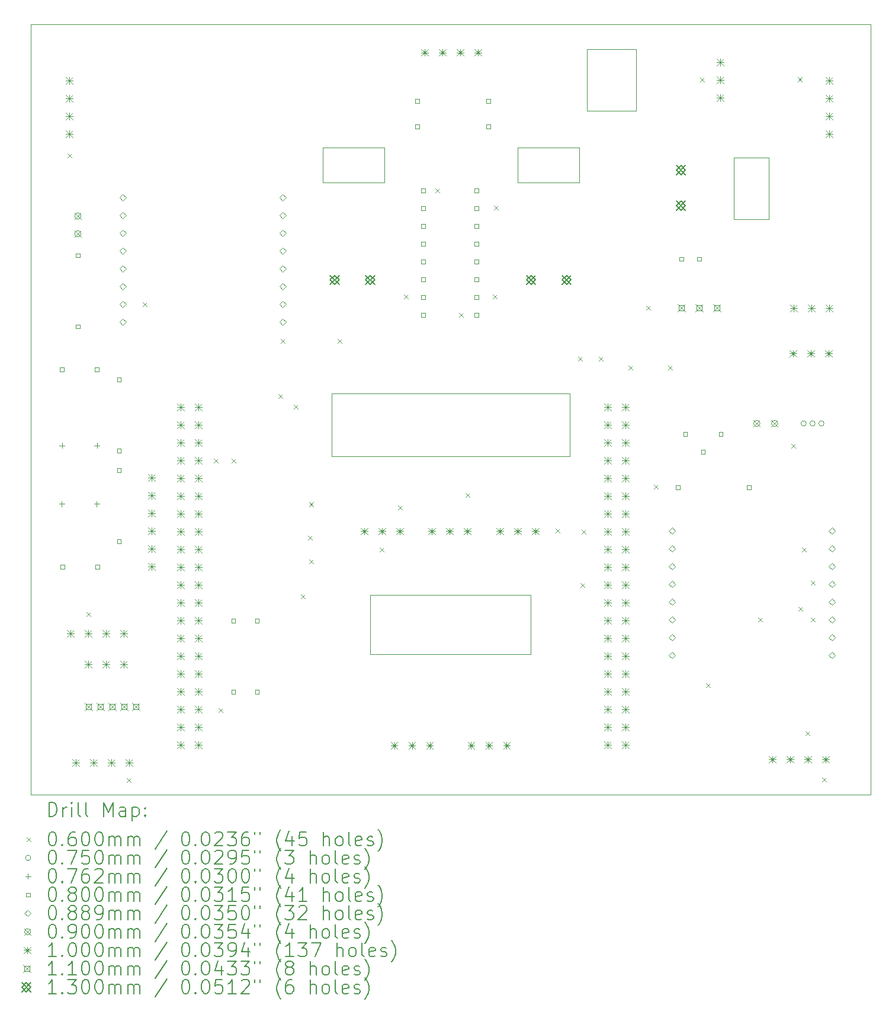
<source format=gbr>
%TF.GenerationSoftware,KiCad,Pcbnew,8.0.0*%
%TF.CreationDate,2024-10-06T09:57:56+02:00*%
%TF.ProjectId,Motor_Board_L476RG,4d6f746f-725f-4426-9f61-72645f4c3437,rev?*%
%TF.SameCoordinates,Original*%
%TF.FileFunction,Drillmap*%
%TF.FilePolarity,Positive*%
%FSLAX45Y45*%
G04 Gerber Fmt 4.5, Leading zero omitted, Abs format (unit mm)*
G04 Created by KiCad (PCBNEW 8.0.0) date 2024-10-06 09:57:56*
%MOMM*%
%LPD*%
G01*
G04 APERTURE LIST*
%ADD10C,0.050000*%
%ADD11C,0.200000*%
%ADD12C,0.100000*%
%ADD13C,0.110000*%
%ADD14C,0.130000*%
G04 APERTURE END LIST*
D10*
X12350000Y-4050000D02*
X24350000Y-4050000D01*
X24350000Y-15050000D01*
X12350000Y-15050000D01*
X12350000Y-4050000D01*
X22400000Y-5950000D02*
X22900000Y-5950000D01*
X22900000Y-6830000D01*
X22400000Y-6830000D01*
X22400000Y-5950000D01*
X19310000Y-5810000D02*
X20190000Y-5810000D01*
X20190000Y-6310000D01*
X19310000Y-6310000D01*
X19310000Y-5810000D01*
X20300000Y-4400000D02*
X21000000Y-4400000D01*
X21000000Y-5280000D01*
X20300000Y-5280000D01*
X20300000Y-4400000D01*
X16650000Y-9320000D02*
X20050000Y-9320000D01*
X20050000Y-10220000D01*
X16650000Y-10220000D01*
X16650000Y-9320000D01*
X17197500Y-12200000D02*
X19497500Y-12200000D01*
X19497500Y-13050000D01*
X17197500Y-13050000D01*
X17197500Y-12200000D01*
X16520000Y-5810000D02*
X17400000Y-5810000D01*
X17400000Y-6310000D01*
X16520000Y-6310000D01*
X16520000Y-5810000D01*
D11*
D12*
X12870000Y-5895000D02*
X12930000Y-5955000D01*
X12930000Y-5895000D02*
X12870000Y-5955000D01*
X13145000Y-12445000D02*
X13205000Y-12505000D01*
X13205000Y-12445000D02*
X13145000Y-12505000D01*
X13720000Y-14820000D02*
X13780000Y-14880000D01*
X13780000Y-14820000D02*
X13720000Y-14880000D01*
X13945000Y-8020000D02*
X14005000Y-8080000D01*
X14005000Y-8020000D02*
X13945000Y-8080000D01*
X14960000Y-10250000D02*
X15020000Y-10310000D01*
X15020000Y-10250000D02*
X14960000Y-10310000D01*
X15032000Y-13816000D02*
X15092000Y-13876000D01*
X15092000Y-13816000D02*
X15032000Y-13876000D01*
X15220000Y-10250000D02*
X15280000Y-10310000D01*
X15280000Y-10250000D02*
X15220000Y-10310000D01*
X15890000Y-9330000D02*
X15950000Y-9390000D01*
X15950000Y-9330000D02*
X15890000Y-9390000D01*
X15920000Y-8540000D02*
X15980000Y-8600000D01*
X15980000Y-8540000D02*
X15920000Y-8600000D01*
X16110000Y-9480000D02*
X16170000Y-9540000D01*
X16170000Y-9480000D02*
X16110000Y-9540000D01*
X16210000Y-12190000D02*
X16270000Y-12250000D01*
X16270000Y-12190000D02*
X16210000Y-12250000D01*
X16310000Y-11350000D02*
X16370000Y-11410000D01*
X16370000Y-11350000D02*
X16310000Y-11410000D01*
X16325000Y-10875000D02*
X16385000Y-10935000D01*
X16385000Y-10875000D02*
X16325000Y-10935000D01*
X16330000Y-11690000D02*
X16390000Y-11750000D01*
X16390000Y-11690000D02*
X16330000Y-11750000D01*
X16730000Y-8540000D02*
X16790000Y-8600000D01*
X16790000Y-8540000D02*
X16730000Y-8600000D01*
X17336000Y-11520000D02*
X17396000Y-11580000D01*
X17396000Y-11520000D02*
X17336000Y-11580000D01*
X17595000Y-10920000D02*
X17655000Y-10980000D01*
X17655000Y-10920000D02*
X17595000Y-10980000D01*
X17680000Y-7910000D02*
X17740000Y-7970000D01*
X17740000Y-7910000D02*
X17680000Y-7970000D01*
X18130000Y-6390000D02*
X18190000Y-6450000D01*
X18190000Y-6390000D02*
X18130000Y-6450000D01*
X18472000Y-8168000D02*
X18532000Y-8228000D01*
X18532000Y-8168000D02*
X18472000Y-8228000D01*
X18560000Y-10745000D02*
X18620000Y-10805000D01*
X18620000Y-10745000D02*
X18560000Y-10805000D01*
X18950000Y-7910000D02*
X19010000Y-7970000D01*
X19010000Y-7910000D02*
X18950000Y-7970000D01*
X18970000Y-6640000D02*
X19030000Y-6700000D01*
X19030000Y-6640000D02*
X18970000Y-6700000D01*
X18970000Y-6640000D02*
X19030000Y-6700000D01*
X19030000Y-6640000D02*
X18970000Y-6700000D01*
X19850000Y-11250000D02*
X19910000Y-11310000D01*
X19910000Y-11250000D02*
X19850000Y-11310000D01*
X20170000Y-8795000D02*
X20230000Y-8855000D01*
X20230000Y-8795000D02*
X20170000Y-8855000D01*
X20203000Y-12028000D02*
X20263000Y-12088000D01*
X20263000Y-12028000D02*
X20203000Y-12088000D01*
X20220000Y-11270000D02*
X20280000Y-11330000D01*
X20280000Y-11270000D02*
X20220000Y-11330000D01*
X20470000Y-8795000D02*
X20530000Y-8855000D01*
X20530000Y-8795000D02*
X20470000Y-8855000D01*
X20890000Y-8925000D02*
X20950000Y-8985000D01*
X20950000Y-8925000D02*
X20890000Y-8985000D01*
X21145000Y-8070000D02*
X21205000Y-8130000D01*
X21205000Y-8070000D02*
X21145000Y-8130000D01*
X21255000Y-10625000D02*
X21315000Y-10685000D01*
X21315000Y-10625000D02*
X21255000Y-10685000D01*
X21455000Y-8920000D02*
X21515000Y-8980000D01*
X21515000Y-8920000D02*
X21455000Y-8980000D01*
X21915000Y-4810000D02*
X21975000Y-4870000D01*
X21975000Y-4810000D02*
X21915000Y-4870000D01*
X22000000Y-13460000D02*
X22060000Y-13520000D01*
X22060000Y-13460000D02*
X22000000Y-13520000D01*
X22745000Y-12520000D02*
X22805000Y-12580000D01*
X22805000Y-12520000D02*
X22745000Y-12580000D01*
X23220000Y-10045000D02*
X23280000Y-10105000D01*
X23280000Y-10045000D02*
X23220000Y-10105000D01*
X23310000Y-4805000D02*
X23370000Y-4865000D01*
X23370000Y-4805000D02*
X23310000Y-4865000D01*
X23320000Y-12370000D02*
X23380000Y-12430000D01*
X23380000Y-12370000D02*
X23320000Y-12430000D01*
X23370000Y-11520000D02*
X23430000Y-11580000D01*
X23430000Y-11520000D02*
X23370000Y-11580000D01*
X23420000Y-14145000D02*
X23480000Y-14205000D01*
X23480000Y-14145000D02*
X23420000Y-14205000D01*
X23495000Y-11995000D02*
X23555000Y-12055000D01*
X23555000Y-11995000D02*
X23495000Y-12055000D01*
X23495000Y-11995000D02*
X23555000Y-12055000D01*
X23555000Y-11995000D02*
X23495000Y-12055000D01*
X23495000Y-12524000D02*
X23555000Y-12584000D01*
X23555000Y-12524000D02*
X23495000Y-12584000D01*
X23657500Y-14807500D02*
X23717500Y-14867500D01*
X23717500Y-14807500D02*
X23657500Y-14867500D01*
X23433500Y-9750000D02*
G75*
G02*
X23358500Y-9750000I-37500J0D01*
G01*
X23358500Y-9750000D02*
G75*
G02*
X23433500Y-9750000I37500J0D01*
G01*
X23560500Y-9750000D02*
G75*
G02*
X23485500Y-9750000I-37500J0D01*
G01*
X23485500Y-9750000D02*
G75*
G02*
X23560500Y-9750000I37500J0D01*
G01*
X23687500Y-9750000D02*
G75*
G02*
X23612500Y-9750000I-37500J0D01*
G01*
X23612500Y-9750000D02*
G75*
G02*
X23687500Y-9750000I37500J0D01*
G01*
X12790000Y-10861900D02*
X12790000Y-10938100D01*
X12751900Y-10900000D02*
X12828100Y-10900000D01*
X12795000Y-10026900D02*
X12795000Y-10103100D01*
X12756900Y-10065000D02*
X12833100Y-10065000D01*
X13290000Y-10861900D02*
X13290000Y-10938100D01*
X13251900Y-10900000D02*
X13328100Y-10900000D01*
X13295000Y-10026900D02*
X13295000Y-10103100D01*
X13256900Y-10065000D02*
X13333100Y-10065000D01*
X12818284Y-9008285D02*
X12818284Y-8951716D01*
X12761715Y-8951716D01*
X12761715Y-9008285D01*
X12818284Y-9008285D01*
X12828284Y-11828284D02*
X12828284Y-11771715D01*
X12771715Y-11771715D01*
X12771715Y-11828284D01*
X12828284Y-11828284D01*
X13048284Y-7378284D02*
X13048284Y-7321715D01*
X12991715Y-7321715D01*
X12991715Y-7378284D01*
X13048284Y-7378284D01*
X13048284Y-8394285D02*
X13048284Y-8337715D01*
X12991715Y-8337715D01*
X12991715Y-8394285D01*
X13048284Y-8394285D01*
X13318284Y-9008285D02*
X13318284Y-8951716D01*
X13261715Y-8951716D01*
X13261715Y-9008285D01*
X13318284Y-9008285D01*
X13328284Y-11828284D02*
X13328284Y-11771715D01*
X13271715Y-11771715D01*
X13271715Y-11828284D01*
X13328284Y-11828284D01*
X13638284Y-9152285D02*
X13638284Y-9095716D01*
X13581715Y-9095716D01*
X13581715Y-9152285D01*
X13638284Y-9152285D01*
X13638284Y-10168285D02*
X13638284Y-10111716D01*
X13581715Y-10111716D01*
X13581715Y-10168285D01*
X13638284Y-10168285D01*
X13638284Y-10448285D02*
X13638284Y-10391716D01*
X13581715Y-10391716D01*
X13581715Y-10448285D01*
X13638284Y-10448285D01*
X13638284Y-11464284D02*
X13638284Y-11407715D01*
X13581715Y-11407715D01*
X13581715Y-11464284D01*
X13638284Y-11464284D01*
X15270285Y-12598284D02*
X15270285Y-12541715D01*
X15213716Y-12541715D01*
X15213716Y-12598284D01*
X15270285Y-12598284D01*
X15270285Y-13614284D02*
X15270285Y-13557715D01*
X15213716Y-13557715D01*
X15213716Y-13614284D01*
X15270285Y-13614284D01*
X15610285Y-12598284D02*
X15610285Y-12541715D01*
X15553716Y-12541715D01*
X15553716Y-12598284D01*
X15610285Y-12598284D01*
X15610285Y-13614284D02*
X15610285Y-13557715D01*
X15553716Y-13557715D01*
X15553716Y-13614284D01*
X15610285Y-13614284D01*
X17902285Y-5173285D02*
X17902285Y-5116716D01*
X17845716Y-5116716D01*
X17845716Y-5173285D01*
X17902285Y-5173285D01*
X17902285Y-5538285D02*
X17902285Y-5481716D01*
X17845716Y-5481716D01*
X17845716Y-5538285D01*
X17902285Y-5538285D01*
X17986285Y-6448284D02*
X17986285Y-6391715D01*
X17929716Y-6391715D01*
X17929716Y-6448284D01*
X17986285Y-6448284D01*
X17986285Y-6702284D02*
X17986285Y-6645715D01*
X17929716Y-6645715D01*
X17929716Y-6702284D01*
X17986285Y-6702284D01*
X17986285Y-6956284D02*
X17986285Y-6899715D01*
X17929716Y-6899715D01*
X17929716Y-6956284D01*
X17986285Y-6956284D01*
X17986285Y-7210284D02*
X17986285Y-7153715D01*
X17929716Y-7153715D01*
X17929716Y-7210284D01*
X17986285Y-7210284D01*
X17986285Y-7464284D02*
X17986285Y-7407715D01*
X17929716Y-7407715D01*
X17929716Y-7464284D01*
X17986285Y-7464284D01*
X17986285Y-7718284D02*
X17986285Y-7661715D01*
X17929716Y-7661715D01*
X17929716Y-7718284D01*
X17986285Y-7718284D01*
X17986285Y-7972284D02*
X17986285Y-7915715D01*
X17929716Y-7915715D01*
X17929716Y-7972284D01*
X17986285Y-7972284D01*
X17986285Y-8226284D02*
X17986285Y-8169715D01*
X17929716Y-8169715D01*
X17929716Y-8226284D01*
X17986285Y-8226284D01*
X18748285Y-6448284D02*
X18748285Y-6391715D01*
X18691716Y-6391715D01*
X18691716Y-6448284D01*
X18748285Y-6448284D01*
X18748285Y-6702284D02*
X18748285Y-6645715D01*
X18691716Y-6645715D01*
X18691716Y-6702284D01*
X18748285Y-6702284D01*
X18748285Y-6956284D02*
X18748285Y-6899715D01*
X18691716Y-6899715D01*
X18691716Y-6956284D01*
X18748285Y-6956284D01*
X18748285Y-7210284D02*
X18748285Y-7153715D01*
X18691716Y-7153715D01*
X18691716Y-7210284D01*
X18748285Y-7210284D01*
X18748285Y-7464284D02*
X18748285Y-7407715D01*
X18691716Y-7407715D01*
X18691716Y-7464284D01*
X18748285Y-7464284D01*
X18748285Y-7718284D02*
X18748285Y-7661715D01*
X18691716Y-7661715D01*
X18691716Y-7718284D01*
X18748285Y-7718284D01*
X18748285Y-7972284D02*
X18748285Y-7915715D01*
X18691716Y-7915715D01*
X18691716Y-7972284D01*
X18748285Y-7972284D01*
X18748285Y-8226284D02*
X18748285Y-8169715D01*
X18691716Y-8169715D01*
X18691716Y-8226284D01*
X18748285Y-8226284D01*
X18918285Y-5173285D02*
X18918285Y-5116716D01*
X18861716Y-5116716D01*
X18861716Y-5173285D01*
X18918285Y-5173285D01*
X18918285Y-5538285D02*
X18918285Y-5481716D01*
X18861716Y-5481716D01*
X18861716Y-5538285D01*
X18918285Y-5538285D01*
X21628285Y-10689785D02*
X21628285Y-10633216D01*
X21571716Y-10633216D01*
X21571716Y-10689785D01*
X21628285Y-10689785D01*
X21678285Y-7428284D02*
X21678285Y-7371715D01*
X21621716Y-7371715D01*
X21621716Y-7428284D01*
X21678285Y-7428284D01*
X21730285Y-9929785D02*
X21730285Y-9873216D01*
X21673716Y-9873216D01*
X21673716Y-9929785D01*
X21730285Y-9929785D01*
X21928285Y-7428284D02*
X21928285Y-7371715D01*
X21871716Y-7371715D01*
X21871716Y-7428284D01*
X21928285Y-7428284D01*
X21984285Y-10183785D02*
X21984285Y-10127216D01*
X21927716Y-10127216D01*
X21927716Y-10183785D01*
X21984285Y-10183785D01*
X22238285Y-9929785D02*
X22238285Y-9873216D01*
X22181716Y-9873216D01*
X22181716Y-9929785D01*
X22238285Y-9929785D01*
X22644284Y-10689785D02*
X22644284Y-10633216D01*
X22587715Y-10633216D01*
X22587715Y-10689785D01*
X22644284Y-10689785D01*
X13664000Y-6566450D02*
X13708450Y-6522000D01*
X13664000Y-6477550D01*
X13619550Y-6522000D01*
X13664000Y-6566450D01*
X13664000Y-6820450D02*
X13708450Y-6776000D01*
X13664000Y-6731550D01*
X13619550Y-6776000D01*
X13664000Y-6820450D01*
X13664000Y-7074450D02*
X13708450Y-7030000D01*
X13664000Y-6985550D01*
X13619550Y-7030000D01*
X13664000Y-7074450D01*
X13664000Y-7328450D02*
X13708450Y-7284000D01*
X13664000Y-7239550D01*
X13619550Y-7284000D01*
X13664000Y-7328450D01*
X13664000Y-7582450D02*
X13708450Y-7538000D01*
X13664000Y-7493550D01*
X13619550Y-7538000D01*
X13664000Y-7582450D01*
X13664000Y-7836450D02*
X13708450Y-7792000D01*
X13664000Y-7747550D01*
X13619550Y-7792000D01*
X13664000Y-7836450D01*
X13664000Y-8090450D02*
X13708450Y-8046000D01*
X13664000Y-8001550D01*
X13619550Y-8046000D01*
X13664000Y-8090450D01*
X13664000Y-8344450D02*
X13708450Y-8300000D01*
X13664000Y-8255550D01*
X13619550Y-8300000D01*
X13664000Y-8344450D01*
X15950000Y-6566450D02*
X15994450Y-6522000D01*
X15950000Y-6477550D01*
X15905550Y-6522000D01*
X15950000Y-6566450D01*
X15950000Y-6820450D02*
X15994450Y-6776000D01*
X15950000Y-6731550D01*
X15905550Y-6776000D01*
X15950000Y-6820450D01*
X15950000Y-7074450D02*
X15994450Y-7030000D01*
X15950000Y-6985550D01*
X15905550Y-7030000D01*
X15950000Y-7074450D01*
X15950000Y-7328450D02*
X15994450Y-7284000D01*
X15950000Y-7239550D01*
X15905550Y-7284000D01*
X15950000Y-7328450D01*
X15950000Y-7582450D02*
X15994450Y-7538000D01*
X15950000Y-7493550D01*
X15905550Y-7538000D01*
X15950000Y-7582450D01*
X15950000Y-7836450D02*
X15994450Y-7792000D01*
X15950000Y-7747550D01*
X15905550Y-7792000D01*
X15950000Y-7836450D01*
X15950000Y-8090450D02*
X15994450Y-8046000D01*
X15950000Y-8001550D01*
X15905550Y-8046000D01*
X15950000Y-8090450D01*
X15950000Y-8344450D02*
X15994450Y-8300000D01*
X15950000Y-8255550D01*
X15905550Y-8300000D01*
X15950000Y-8344450D01*
X21514000Y-11328450D02*
X21558450Y-11284000D01*
X21514000Y-11239550D01*
X21469550Y-11284000D01*
X21514000Y-11328450D01*
X21514000Y-11582450D02*
X21558450Y-11538000D01*
X21514000Y-11493550D01*
X21469550Y-11538000D01*
X21514000Y-11582450D01*
X21514000Y-11836450D02*
X21558450Y-11792000D01*
X21514000Y-11747550D01*
X21469550Y-11792000D01*
X21514000Y-11836450D01*
X21514000Y-12090450D02*
X21558450Y-12046000D01*
X21514000Y-12001550D01*
X21469550Y-12046000D01*
X21514000Y-12090450D01*
X21514000Y-12344450D02*
X21558450Y-12300000D01*
X21514000Y-12255550D01*
X21469550Y-12300000D01*
X21514000Y-12344450D01*
X21514000Y-12598450D02*
X21558450Y-12554000D01*
X21514000Y-12509550D01*
X21469550Y-12554000D01*
X21514000Y-12598450D01*
X21514000Y-12852450D02*
X21558450Y-12808000D01*
X21514000Y-12763550D01*
X21469550Y-12808000D01*
X21514000Y-12852450D01*
X21514000Y-13106450D02*
X21558450Y-13062000D01*
X21514000Y-13017550D01*
X21469550Y-13062000D01*
X21514000Y-13106450D01*
X23800000Y-11328450D02*
X23844450Y-11284000D01*
X23800000Y-11239550D01*
X23755550Y-11284000D01*
X23800000Y-11328450D01*
X23800000Y-11582450D02*
X23844450Y-11538000D01*
X23800000Y-11493550D01*
X23755550Y-11538000D01*
X23800000Y-11582450D01*
X23800000Y-11836450D02*
X23844450Y-11792000D01*
X23800000Y-11747550D01*
X23755550Y-11792000D01*
X23800000Y-11836450D01*
X23800000Y-12090450D02*
X23844450Y-12046000D01*
X23800000Y-12001550D01*
X23755550Y-12046000D01*
X23800000Y-12090450D01*
X23800000Y-12344450D02*
X23844450Y-12300000D01*
X23800000Y-12255550D01*
X23755550Y-12300000D01*
X23800000Y-12344450D01*
X23800000Y-12598450D02*
X23844450Y-12554000D01*
X23800000Y-12509550D01*
X23755550Y-12554000D01*
X23800000Y-12598450D01*
X23800000Y-12852450D02*
X23844450Y-12808000D01*
X23800000Y-12763550D01*
X23755550Y-12808000D01*
X23800000Y-12852450D01*
X23800000Y-13106450D02*
X23844450Y-13062000D01*
X23800000Y-13017550D01*
X23755550Y-13062000D01*
X23800000Y-13106450D01*
X12975000Y-6741000D02*
X13065000Y-6831000D01*
X13065000Y-6741000D02*
X12975000Y-6831000D01*
X13065000Y-6786000D02*
G75*
G02*
X12975000Y-6786000I-45000J0D01*
G01*
X12975000Y-6786000D02*
G75*
G02*
X13065000Y-6786000I45000J0D01*
G01*
X12975000Y-6995000D02*
X13065000Y-7085000D01*
X13065000Y-6995000D02*
X12975000Y-7085000D01*
X13065000Y-7040000D02*
G75*
G02*
X12975000Y-7040000I-45000J0D01*
G01*
X12975000Y-7040000D02*
G75*
G02*
X13065000Y-7040000I45000J0D01*
G01*
X22681000Y-9705000D02*
X22771000Y-9795000D01*
X22771000Y-9705000D02*
X22681000Y-9795000D01*
X22771000Y-9750000D02*
G75*
G02*
X22681000Y-9750000I-45000J0D01*
G01*
X22681000Y-9750000D02*
G75*
G02*
X22771000Y-9750000I45000J0D01*
G01*
X22935000Y-9705000D02*
X23025000Y-9795000D01*
X23025000Y-9705000D02*
X22935000Y-9795000D01*
X23025000Y-9750000D02*
G75*
G02*
X22935000Y-9750000I-45000J0D01*
G01*
X22935000Y-9750000D02*
G75*
G02*
X23025000Y-9750000I45000J0D01*
G01*
X12850000Y-4800000D02*
X12950000Y-4900000D01*
X12950000Y-4800000D02*
X12850000Y-4900000D01*
X12900000Y-4800000D02*
X12900000Y-4900000D01*
X12850000Y-4850000D02*
X12950000Y-4850000D01*
X12850000Y-5054000D02*
X12950000Y-5154000D01*
X12950000Y-5054000D02*
X12850000Y-5154000D01*
X12900000Y-5054000D02*
X12900000Y-5154000D01*
X12850000Y-5104000D02*
X12950000Y-5104000D01*
X12850000Y-5308000D02*
X12950000Y-5408000D01*
X12950000Y-5308000D02*
X12850000Y-5408000D01*
X12900000Y-5308000D02*
X12900000Y-5408000D01*
X12850000Y-5358000D02*
X12950000Y-5358000D01*
X12850000Y-5562000D02*
X12950000Y-5662000D01*
X12950000Y-5562000D02*
X12850000Y-5662000D01*
X12900000Y-5562000D02*
X12900000Y-5662000D01*
X12850000Y-5612000D02*
X12950000Y-5612000D01*
X12868000Y-12701000D02*
X12968000Y-12801000D01*
X12968000Y-12701000D02*
X12868000Y-12801000D01*
X12918000Y-12701000D02*
X12918000Y-12801000D01*
X12868000Y-12751000D02*
X12968000Y-12751000D01*
X12942000Y-14550000D02*
X13042000Y-14650000D01*
X13042000Y-14550000D02*
X12942000Y-14650000D01*
X12992000Y-14550000D02*
X12992000Y-14650000D01*
X12942000Y-14600000D02*
X13042000Y-14600000D01*
X13122000Y-12701000D02*
X13222000Y-12801000D01*
X13222000Y-12701000D02*
X13122000Y-12801000D01*
X13172000Y-12701000D02*
X13172000Y-12801000D01*
X13122000Y-12751000D02*
X13222000Y-12751000D01*
X13122000Y-13141000D02*
X13222000Y-13241000D01*
X13222000Y-13141000D02*
X13122000Y-13241000D01*
X13172000Y-13141000D02*
X13172000Y-13241000D01*
X13122000Y-13191000D02*
X13222000Y-13191000D01*
X13196000Y-14550000D02*
X13296000Y-14650000D01*
X13296000Y-14550000D02*
X13196000Y-14650000D01*
X13246000Y-14550000D02*
X13246000Y-14650000D01*
X13196000Y-14600000D02*
X13296000Y-14600000D01*
X13376000Y-12701000D02*
X13476000Y-12801000D01*
X13476000Y-12701000D02*
X13376000Y-12801000D01*
X13426000Y-12701000D02*
X13426000Y-12801000D01*
X13376000Y-12751000D02*
X13476000Y-12751000D01*
X13376000Y-13141000D02*
X13476000Y-13241000D01*
X13476000Y-13141000D02*
X13376000Y-13241000D01*
X13426000Y-13141000D02*
X13426000Y-13241000D01*
X13376000Y-13191000D02*
X13476000Y-13191000D01*
X13450000Y-14550000D02*
X13550000Y-14650000D01*
X13550000Y-14550000D02*
X13450000Y-14650000D01*
X13500000Y-14550000D02*
X13500000Y-14650000D01*
X13450000Y-14600000D02*
X13550000Y-14600000D01*
X13630000Y-12701000D02*
X13730000Y-12801000D01*
X13730000Y-12701000D02*
X13630000Y-12801000D01*
X13680000Y-12701000D02*
X13680000Y-12801000D01*
X13630000Y-12751000D02*
X13730000Y-12751000D01*
X13630000Y-13141000D02*
X13730000Y-13241000D01*
X13730000Y-13141000D02*
X13630000Y-13241000D01*
X13680000Y-13141000D02*
X13680000Y-13241000D01*
X13630000Y-13191000D02*
X13730000Y-13191000D01*
X13704000Y-14550000D02*
X13804000Y-14650000D01*
X13804000Y-14550000D02*
X13704000Y-14650000D01*
X13754000Y-14550000D02*
X13754000Y-14650000D01*
X13704000Y-14600000D02*
X13804000Y-14600000D01*
X14025000Y-10475000D02*
X14125000Y-10575000D01*
X14125000Y-10475000D02*
X14025000Y-10575000D01*
X14075000Y-10475000D02*
X14075000Y-10575000D01*
X14025000Y-10525000D02*
X14125000Y-10525000D01*
X14025000Y-10729000D02*
X14125000Y-10829000D01*
X14125000Y-10729000D02*
X14025000Y-10829000D01*
X14075000Y-10729000D02*
X14075000Y-10829000D01*
X14025000Y-10779000D02*
X14125000Y-10779000D01*
X14025000Y-10983000D02*
X14125000Y-11083000D01*
X14125000Y-10983000D02*
X14025000Y-11083000D01*
X14075000Y-10983000D02*
X14075000Y-11083000D01*
X14025000Y-11033000D02*
X14125000Y-11033000D01*
X14025000Y-11237000D02*
X14125000Y-11337000D01*
X14125000Y-11237000D02*
X14025000Y-11337000D01*
X14075000Y-11237000D02*
X14075000Y-11337000D01*
X14025000Y-11287000D02*
X14125000Y-11287000D01*
X14025000Y-11491000D02*
X14125000Y-11591000D01*
X14125000Y-11491000D02*
X14025000Y-11591000D01*
X14075000Y-11491000D02*
X14075000Y-11591000D01*
X14025000Y-11541000D02*
X14125000Y-11541000D01*
X14025000Y-11745000D02*
X14125000Y-11845000D01*
X14125000Y-11745000D02*
X14025000Y-11845000D01*
X14075000Y-11745000D02*
X14075000Y-11845000D01*
X14025000Y-11795000D02*
X14125000Y-11795000D01*
X14442000Y-9468000D02*
X14542000Y-9568000D01*
X14542000Y-9468000D02*
X14442000Y-9568000D01*
X14492000Y-9468000D02*
X14492000Y-9568000D01*
X14442000Y-9518000D02*
X14542000Y-9518000D01*
X14442000Y-9722000D02*
X14542000Y-9822000D01*
X14542000Y-9722000D02*
X14442000Y-9822000D01*
X14492000Y-9722000D02*
X14492000Y-9822000D01*
X14442000Y-9772000D02*
X14542000Y-9772000D01*
X14442000Y-9976000D02*
X14542000Y-10076000D01*
X14542000Y-9976000D02*
X14442000Y-10076000D01*
X14492000Y-9976000D02*
X14492000Y-10076000D01*
X14442000Y-10026000D02*
X14542000Y-10026000D01*
X14442000Y-10230000D02*
X14542000Y-10330000D01*
X14542000Y-10230000D02*
X14442000Y-10330000D01*
X14492000Y-10230000D02*
X14492000Y-10330000D01*
X14442000Y-10280000D02*
X14542000Y-10280000D01*
X14442000Y-10484000D02*
X14542000Y-10584000D01*
X14542000Y-10484000D02*
X14442000Y-10584000D01*
X14492000Y-10484000D02*
X14492000Y-10584000D01*
X14442000Y-10534000D02*
X14542000Y-10534000D01*
X14442000Y-10738000D02*
X14542000Y-10838000D01*
X14542000Y-10738000D02*
X14442000Y-10838000D01*
X14492000Y-10738000D02*
X14492000Y-10838000D01*
X14442000Y-10788000D02*
X14542000Y-10788000D01*
X14442000Y-10992000D02*
X14542000Y-11092000D01*
X14542000Y-10992000D02*
X14442000Y-11092000D01*
X14492000Y-10992000D02*
X14492000Y-11092000D01*
X14442000Y-11042000D02*
X14542000Y-11042000D01*
X14442000Y-11246000D02*
X14542000Y-11346000D01*
X14542000Y-11246000D02*
X14442000Y-11346000D01*
X14492000Y-11246000D02*
X14492000Y-11346000D01*
X14442000Y-11296000D02*
X14542000Y-11296000D01*
X14442000Y-11500000D02*
X14542000Y-11600000D01*
X14542000Y-11500000D02*
X14442000Y-11600000D01*
X14492000Y-11500000D02*
X14492000Y-11600000D01*
X14442000Y-11550000D02*
X14542000Y-11550000D01*
X14442000Y-11754000D02*
X14542000Y-11854000D01*
X14542000Y-11754000D02*
X14442000Y-11854000D01*
X14492000Y-11754000D02*
X14492000Y-11854000D01*
X14442000Y-11804000D02*
X14542000Y-11804000D01*
X14442000Y-12008000D02*
X14542000Y-12108000D01*
X14542000Y-12008000D02*
X14442000Y-12108000D01*
X14492000Y-12008000D02*
X14492000Y-12108000D01*
X14442000Y-12058000D02*
X14542000Y-12058000D01*
X14442000Y-12262000D02*
X14542000Y-12362000D01*
X14542000Y-12262000D02*
X14442000Y-12362000D01*
X14492000Y-12262000D02*
X14492000Y-12362000D01*
X14442000Y-12312000D02*
X14542000Y-12312000D01*
X14442000Y-12516000D02*
X14542000Y-12616000D01*
X14542000Y-12516000D02*
X14442000Y-12616000D01*
X14492000Y-12516000D02*
X14492000Y-12616000D01*
X14442000Y-12566000D02*
X14542000Y-12566000D01*
X14442000Y-12770000D02*
X14542000Y-12870000D01*
X14542000Y-12770000D02*
X14442000Y-12870000D01*
X14492000Y-12770000D02*
X14492000Y-12870000D01*
X14442000Y-12820000D02*
X14542000Y-12820000D01*
X14442000Y-13024000D02*
X14542000Y-13124000D01*
X14542000Y-13024000D02*
X14442000Y-13124000D01*
X14492000Y-13024000D02*
X14492000Y-13124000D01*
X14442000Y-13074000D02*
X14542000Y-13074000D01*
X14442000Y-13278000D02*
X14542000Y-13378000D01*
X14542000Y-13278000D02*
X14442000Y-13378000D01*
X14492000Y-13278000D02*
X14492000Y-13378000D01*
X14442000Y-13328000D02*
X14542000Y-13328000D01*
X14442000Y-13532000D02*
X14542000Y-13632000D01*
X14542000Y-13532000D02*
X14442000Y-13632000D01*
X14492000Y-13532000D02*
X14492000Y-13632000D01*
X14442000Y-13582000D02*
X14542000Y-13582000D01*
X14442000Y-13786000D02*
X14542000Y-13886000D01*
X14542000Y-13786000D02*
X14442000Y-13886000D01*
X14492000Y-13786000D02*
X14492000Y-13886000D01*
X14442000Y-13836000D02*
X14542000Y-13836000D01*
X14442000Y-14040000D02*
X14542000Y-14140000D01*
X14542000Y-14040000D02*
X14442000Y-14140000D01*
X14492000Y-14040000D02*
X14492000Y-14140000D01*
X14442000Y-14090000D02*
X14542000Y-14090000D01*
X14442000Y-14294000D02*
X14542000Y-14394000D01*
X14542000Y-14294000D02*
X14442000Y-14394000D01*
X14492000Y-14294000D02*
X14492000Y-14394000D01*
X14442000Y-14344000D02*
X14542000Y-14344000D01*
X14696000Y-9468000D02*
X14796000Y-9568000D01*
X14796000Y-9468000D02*
X14696000Y-9568000D01*
X14746000Y-9468000D02*
X14746000Y-9568000D01*
X14696000Y-9518000D02*
X14796000Y-9518000D01*
X14696000Y-9722000D02*
X14796000Y-9822000D01*
X14796000Y-9722000D02*
X14696000Y-9822000D01*
X14746000Y-9722000D02*
X14746000Y-9822000D01*
X14696000Y-9772000D02*
X14796000Y-9772000D01*
X14696000Y-9976000D02*
X14796000Y-10076000D01*
X14796000Y-9976000D02*
X14696000Y-10076000D01*
X14746000Y-9976000D02*
X14746000Y-10076000D01*
X14696000Y-10026000D02*
X14796000Y-10026000D01*
X14696000Y-10230000D02*
X14796000Y-10330000D01*
X14796000Y-10230000D02*
X14696000Y-10330000D01*
X14746000Y-10230000D02*
X14746000Y-10330000D01*
X14696000Y-10280000D02*
X14796000Y-10280000D01*
X14696000Y-10484000D02*
X14796000Y-10584000D01*
X14796000Y-10484000D02*
X14696000Y-10584000D01*
X14746000Y-10484000D02*
X14746000Y-10584000D01*
X14696000Y-10534000D02*
X14796000Y-10534000D01*
X14696000Y-10738000D02*
X14796000Y-10838000D01*
X14796000Y-10738000D02*
X14696000Y-10838000D01*
X14746000Y-10738000D02*
X14746000Y-10838000D01*
X14696000Y-10788000D02*
X14796000Y-10788000D01*
X14696000Y-10992000D02*
X14796000Y-11092000D01*
X14796000Y-10992000D02*
X14696000Y-11092000D01*
X14746000Y-10992000D02*
X14746000Y-11092000D01*
X14696000Y-11042000D02*
X14796000Y-11042000D01*
X14696000Y-11246000D02*
X14796000Y-11346000D01*
X14796000Y-11246000D02*
X14696000Y-11346000D01*
X14746000Y-11246000D02*
X14746000Y-11346000D01*
X14696000Y-11296000D02*
X14796000Y-11296000D01*
X14696000Y-11500000D02*
X14796000Y-11600000D01*
X14796000Y-11500000D02*
X14696000Y-11600000D01*
X14746000Y-11500000D02*
X14746000Y-11600000D01*
X14696000Y-11550000D02*
X14796000Y-11550000D01*
X14696000Y-11754000D02*
X14796000Y-11854000D01*
X14796000Y-11754000D02*
X14696000Y-11854000D01*
X14746000Y-11754000D02*
X14746000Y-11854000D01*
X14696000Y-11804000D02*
X14796000Y-11804000D01*
X14696000Y-12008000D02*
X14796000Y-12108000D01*
X14796000Y-12008000D02*
X14696000Y-12108000D01*
X14746000Y-12008000D02*
X14746000Y-12108000D01*
X14696000Y-12058000D02*
X14796000Y-12058000D01*
X14696000Y-12262000D02*
X14796000Y-12362000D01*
X14796000Y-12262000D02*
X14696000Y-12362000D01*
X14746000Y-12262000D02*
X14746000Y-12362000D01*
X14696000Y-12312000D02*
X14796000Y-12312000D01*
X14696000Y-12516000D02*
X14796000Y-12616000D01*
X14796000Y-12516000D02*
X14696000Y-12616000D01*
X14746000Y-12516000D02*
X14746000Y-12616000D01*
X14696000Y-12566000D02*
X14796000Y-12566000D01*
X14696000Y-12770000D02*
X14796000Y-12870000D01*
X14796000Y-12770000D02*
X14696000Y-12870000D01*
X14746000Y-12770000D02*
X14746000Y-12870000D01*
X14696000Y-12820000D02*
X14796000Y-12820000D01*
X14696000Y-13024000D02*
X14796000Y-13124000D01*
X14796000Y-13024000D02*
X14696000Y-13124000D01*
X14746000Y-13024000D02*
X14746000Y-13124000D01*
X14696000Y-13074000D02*
X14796000Y-13074000D01*
X14696000Y-13278000D02*
X14796000Y-13378000D01*
X14796000Y-13278000D02*
X14696000Y-13378000D01*
X14746000Y-13278000D02*
X14746000Y-13378000D01*
X14696000Y-13328000D02*
X14796000Y-13328000D01*
X14696000Y-13532000D02*
X14796000Y-13632000D01*
X14796000Y-13532000D02*
X14696000Y-13632000D01*
X14746000Y-13532000D02*
X14746000Y-13632000D01*
X14696000Y-13582000D02*
X14796000Y-13582000D01*
X14696000Y-13786000D02*
X14796000Y-13886000D01*
X14796000Y-13786000D02*
X14696000Y-13886000D01*
X14746000Y-13786000D02*
X14746000Y-13886000D01*
X14696000Y-13836000D02*
X14796000Y-13836000D01*
X14696000Y-14040000D02*
X14796000Y-14140000D01*
X14796000Y-14040000D02*
X14696000Y-14140000D01*
X14746000Y-14040000D02*
X14746000Y-14140000D01*
X14696000Y-14090000D02*
X14796000Y-14090000D01*
X14696000Y-14294000D02*
X14796000Y-14394000D01*
X14796000Y-14294000D02*
X14696000Y-14394000D01*
X14746000Y-14294000D02*
X14746000Y-14394000D01*
X14696000Y-14344000D02*
X14796000Y-14344000D01*
X17062000Y-11240000D02*
X17162000Y-11340000D01*
X17162000Y-11240000D02*
X17062000Y-11340000D01*
X17112000Y-11240000D02*
X17112000Y-11340000D01*
X17062000Y-11290000D02*
X17162000Y-11290000D01*
X17316000Y-11240000D02*
X17416000Y-11340000D01*
X17416000Y-11240000D02*
X17316000Y-11340000D01*
X17366000Y-11240000D02*
X17366000Y-11340000D01*
X17316000Y-11290000D02*
X17416000Y-11290000D01*
X17492000Y-14300000D02*
X17592000Y-14400000D01*
X17592000Y-14300000D02*
X17492000Y-14400000D01*
X17542000Y-14300000D02*
X17542000Y-14400000D01*
X17492000Y-14350000D02*
X17592000Y-14350000D01*
X17570000Y-11240000D02*
X17670000Y-11340000D01*
X17670000Y-11240000D02*
X17570000Y-11340000D01*
X17620000Y-11240000D02*
X17620000Y-11340000D01*
X17570000Y-11290000D02*
X17670000Y-11290000D01*
X17746000Y-14300000D02*
X17846000Y-14400000D01*
X17846000Y-14300000D02*
X17746000Y-14400000D01*
X17796000Y-14300000D02*
X17796000Y-14400000D01*
X17746000Y-14350000D02*
X17846000Y-14350000D01*
X17931000Y-4400000D02*
X18031000Y-4500000D01*
X18031000Y-4400000D02*
X17931000Y-4500000D01*
X17981000Y-4400000D02*
X17981000Y-4500000D01*
X17931000Y-4450000D02*
X18031000Y-4450000D01*
X18000000Y-14300000D02*
X18100000Y-14400000D01*
X18100000Y-14300000D02*
X18000000Y-14400000D01*
X18050000Y-14300000D02*
X18050000Y-14400000D01*
X18000000Y-14350000D02*
X18100000Y-14350000D01*
X18032000Y-11240000D02*
X18132000Y-11340000D01*
X18132000Y-11240000D02*
X18032000Y-11340000D01*
X18082000Y-11240000D02*
X18082000Y-11340000D01*
X18032000Y-11290000D02*
X18132000Y-11290000D01*
X18185000Y-4400000D02*
X18285000Y-4500000D01*
X18285000Y-4400000D02*
X18185000Y-4500000D01*
X18235000Y-4400000D02*
X18235000Y-4500000D01*
X18185000Y-4450000D02*
X18285000Y-4450000D01*
X18286000Y-11240000D02*
X18386000Y-11340000D01*
X18386000Y-11240000D02*
X18286000Y-11340000D01*
X18336000Y-11240000D02*
X18336000Y-11340000D01*
X18286000Y-11290000D02*
X18386000Y-11290000D01*
X18439000Y-4400000D02*
X18539000Y-4500000D01*
X18539000Y-4400000D02*
X18439000Y-4500000D01*
X18489000Y-4400000D02*
X18489000Y-4500000D01*
X18439000Y-4450000D02*
X18539000Y-4450000D01*
X18540000Y-11240000D02*
X18640000Y-11340000D01*
X18640000Y-11240000D02*
X18540000Y-11340000D01*
X18590000Y-11240000D02*
X18590000Y-11340000D01*
X18540000Y-11290000D02*
X18640000Y-11290000D01*
X18592000Y-14300000D02*
X18692000Y-14400000D01*
X18692000Y-14300000D02*
X18592000Y-14400000D01*
X18642000Y-14300000D02*
X18642000Y-14400000D01*
X18592000Y-14350000D02*
X18692000Y-14350000D01*
X18693000Y-4400000D02*
X18793000Y-4500000D01*
X18793000Y-4400000D02*
X18693000Y-4500000D01*
X18743000Y-4400000D02*
X18743000Y-4500000D01*
X18693000Y-4450000D02*
X18793000Y-4450000D01*
X18846000Y-14300000D02*
X18946000Y-14400000D01*
X18946000Y-14300000D02*
X18846000Y-14400000D01*
X18896000Y-14300000D02*
X18896000Y-14400000D01*
X18846000Y-14350000D02*
X18946000Y-14350000D01*
X19002000Y-11240000D02*
X19102000Y-11340000D01*
X19102000Y-11240000D02*
X19002000Y-11340000D01*
X19052000Y-11240000D02*
X19052000Y-11340000D01*
X19002000Y-11290000D02*
X19102000Y-11290000D01*
X19100000Y-14300000D02*
X19200000Y-14400000D01*
X19200000Y-14300000D02*
X19100000Y-14400000D01*
X19150000Y-14300000D02*
X19150000Y-14400000D01*
X19100000Y-14350000D02*
X19200000Y-14350000D01*
X19256000Y-11240000D02*
X19356000Y-11340000D01*
X19356000Y-11240000D02*
X19256000Y-11340000D01*
X19306000Y-11240000D02*
X19306000Y-11340000D01*
X19256000Y-11290000D02*
X19356000Y-11290000D01*
X19510000Y-11240000D02*
X19610000Y-11340000D01*
X19610000Y-11240000D02*
X19510000Y-11340000D01*
X19560000Y-11240000D02*
X19560000Y-11340000D01*
X19510000Y-11290000D02*
X19610000Y-11290000D01*
X20546000Y-9468000D02*
X20646000Y-9568000D01*
X20646000Y-9468000D02*
X20546000Y-9568000D01*
X20596000Y-9468000D02*
X20596000Y-9568000D01*
X20546000Y-9518000D02*
X20646000Y-9518000D01*
X20546000Y-9722000D02*
X20646000Y-9822000D01*
X20646000Y-9722000D02*
X20546000Y-9822000D01*
X20596000Y-9722000D02*
X20596000Y-9822000D01*
X20546000Y-9772000D02*
X20646000Y-9772000D01*
X20546000Y-9976000D02*
X20646000Y-10076000D01*
X20646000Y-9976000D02*
X20546000Y-10076000D01*
X20596000Y-9976000D02*
X20596000Y-10076000D01*
X20546000Y-10026000D02*
X20646000Y-10026000D01*
X20546000Y-10230000D02*
X20646000Y-10330000D01*
X20646000Y-10230000D02*
X20546000Y-10330000D01*
X20596000Y-10230000D02*
X20596000Y-10330000D01*
X20546000Y-10280000D02*
X20646000Y-10280000D01*
X20546000Y-10484000D02*
X20646000Y-10584000D01*
X20646000Y-10484000D02*
X20546000Y-10584000D01*
X20596000Y-10484000D02*
X20596000Y-10584000D01*
X20546000Y-10534000D02*
X20646000Y-10534000D01*
X20546000Y-10738000D02*
X20646000Y-10838000D01*
X20646000Y-10738000D02*
X20546000Y-10838000D01*
X20596000Y-10738000D02*
X20596000Y-10838000D01*
X20546000Y-10788000D02*
X20646000Y-10788000D01*
X20546000Y-10992000D02*
X20646000Y-11092000D01*
X20646000Y-10992000D02*
X20546000Y-11092000D01*
X20596000Y-10992000D02*
X20596000Y-11092000D01*
X20546000Y-11042000D02*
X20646000Y-11042000D01*
X20546000Y-11246000D02*
X20646000Y-11346000D01*
X20646000Y-11246000D02*
X20546000Y-11346000D01*
X20596000Y-11246000D02*
X20596000Y-11346000D01*
X20546000Y-11296000D02*
X20646000Y-11296000D01*
X20546000Y-11500000D02*
X20646000Y-11600000D01*
X20646000Y-11500000D02*
X20546000Y-11600000D01*
X20596000Y-11500000D02*
X20596000Y-11600000D01*
X20546000Y-11550000D02*
X20646000Y-11550000D01*
X20546000Y-11754000D02*
X20646000Y-11854000D01*
X20646000Y-11754000D02*
X20546000Y-11854000D01*
X20596000Y-11754000D02*
X20596000Y-11854000D01*
X20546000Y-11804000D02*
X20646000Y-11804000D01*
X20546000Y-12008000D02*
X20646000Y-12108000D01*
X20646000Y-12008000D02*
X20546000Y-12108000D01*
X20596000Y-12008000D02*
X20596000Y-12108000D01*
X20546000Y-12058000D02*
X20646000Y-12058000D01*
X20546000Y-12262000D02*
X20646000Y-12362000D01*
X20646000Y-12262000D02*
X20546000Y-12362000D01*
X20596000Y-12262000D02*
X20596000Y-12362000D01*
X20546000Y-12312000D02*
X20646000Y-12312000D01*
X20546000Y-12516000D02*
X20646000Y-12616000D01*
X20646000Y-12516000D02*
X20546000Y-12616000D01*
X20596000Y-12516000D02*
X20596000Y-12616000D01*
X20546000Y-12566000D02*
X20646000Y-12566000D01*
X20546000Y-12770000D02*
X20646000Y-12870000D01*
X20646000Y-12770000D02*
X20546000Y-12870000D01*
X20596000Y-12770000D02*
X20596000Y-12870000D01*
X20546000Y-12820000D02*
X20646000Y-12820000D01*
X20546000Y-13024000D02*
X20646000Y-13124000D01*
X20646000Y-13024000D02*
X20546000Y-13124000D01*
X20596000Y-13024000D02*
X20596000Y-13124000D01*
X20546000Y-13074000D02*
X20646000Y-13074000D01*
X20546000Y-13278000D02*
X20646000Y-13378000D01*
X20646000Y-13278000D02*
X20546000Y-13378000D01*
X20596000Y-13278000D02*
X20596000Y-13378000D01*
X20546000Y-13328000D02*
X20646000Y-13328000D01*
X20546000Y-13532000D02*
X20646000Y-13632000D01*
X20646000Y-13532000D02*
X20546000Y-13632000D01*
X20596000Y-13532000D02*
X20596000Y-13632000D01*
X20546000Y-13582000D02*
X20646000Y-13582000D01*
X20546000Y-13786000D02*
X20646000Y-13886000D01*
X20646000Y-13786000D02*
X20546000Y-13886000D01*
X20596000Y-13786000D02*
X20596000Y-13886000D01*
X20546000Y-13836000D02*
X20646000Y-13836000D01*
X20546000Y-14040000D02*
X20646000Y-14140000D01*
X20646000Y-14040000D02*
X20546000Y-14140000D01*
X20596000Y-14040000D02*
X20596000Y-14140000D01*
X20546000Y-14090000D02*
X20646000Y-14090000D01*
X20546000Y-14294000D02*
X20646000Y-14394000D01*
X20646000Y-14294000D02*
X20546000Y-14394000D01*
X20596000Y-14294000D02*
X20596000Y-14394000D01*
X20546000Y-14344000D02*
X20646000Y-14344000D01*
X20800000Y-9468000D02*
X20900000Y-9568000D01*
X20900000Y-9468000D02*
X20800000Y-9568000D01*
X20850000Y-9468000D02*
X20850000Y-9568000D01*
X20800000Y-9518000D02*
X20900000Y-9518000D01*
X20800000Y-9722000D02*
X20900000Y-9822000D01*
X20900000Y-9722000D02*
X20800000Y-9822000D01*
X20850000Y-9722000D02*
X20850000Y-9822000D01*
X20800000Y-9772000D02*
X20900000Y-9772000D01*
X20800000Y-9976000D02*
X20900000Y-10076000D01*
X20900000Y-9976000D02*
X20800000Y-10076000D01*
X20850000Y-9976000D02*
X20850000Y-10076000D01*
X20800000Y-10026000D02*
X20900000Y-10026000D01*
X20800000Y-10230000D02*
X20900000Y-10330000D01*
X20900000Y-10230000D02*
X20800000Y-10330000D01*
X20850000Y-10230000D02*
X20850000Y-10330000D01*
X20800000Y-10280000D02*
X20900000Y-10280000D01*
X20800000Y-10484000D02*
X20900000Y-10584000D01*
X20900000Y-10484000D02*
X20800000Y-10584000D01*
X20850000Y-10484000D02*
X20850000Y-10584000D01*
X20800000Y-10534000D02*
X20900000Y-10534000D01*
X20800000Y-10738000D02*
X20900000Y-10838000D01*
X20900000Y-10738000D02*
X20800000Y-10838000D01*
X20850000Y-10738000D02*
X20850000Y-10838000D01*
X20800000Y-10788000D02*
X20900000Y-10788000D01*
X20800000Y-10992000D02*
X20900000Y-11092000D01*
X20900000Y-10992000D02*
X20800000Y-11092000D01*
X20850000Y-10992000D02*
X20850000Y-11092000D01*
X20800000Y-11042000D02*
X20900000Y-11042000D01*
X20800000Y-11246000D02*
X20900000Y-11346000D01*
X20900000Y-11246000D02*
X20800000Y-11346000D01*
X20850000Y-11246000D02*
X20850000Y-11346000D01*
X20800000Y-11296000D02*
X20900000Y-11296000D01*
X20800000Y-11500000D02*
X20900000Y-11600000D01*
X20900000Y-11500000D02*
X20800000Y-11600000D01*
X20850000Y-11500000D02*
X20850000Y-11600000D01*
X20800000Y-11550000D02*
X20900000Y-11550000D01*
X20800000Y-11754000D02*
X20900000Y-11854000D01*
X20900000Y-11754000D02*
X20800000Y-11854000D01*
X20850000Y-11754000D02*
X20850000Y-11854000D01*
X20800000Y-11804000D02*
X20900000Y-11804000D01*
X20800000Y-12008000D02*
X20900000Y-12108000D01*
X20900000Y-12008000D02*
X20800000Y-12108000D01*
X20850000Y-12008000D02*
X20850000Y-12108000D01*
X20800000Y-12058000D02*
X20900000Y-12058000D01*
X20800000Y-12262000D02*
X20900000Y-12362000D01*
X20900000Y-12262000D02*
X20800000Y-12362000D01*
X20850000Y-12262000D02*
X20850000Y-12362000D01*
X20800000Y-12312000D02*
X20900000Y-12312000D01*
X20800000Y-12516000D02*
X20900000Y-12616000D01*
X20900000Y-12516000D02*
X20800000Y-12616000D01*
X20850000Y-12516000D02*
X20850000Y-12616000D01*
X20800000Y-12566000D02*
X20900000Y-12566000D01*
X20800000Y-12770000D02*
X20900000Y-12870000D01*
X20900000Y-12770000D02*
X20800000Y-12870000D01*
X20850000Y-12770000D02*
X20850000Y-12870000D01*
X20800000Y-12820000D02*
X20900000Y-12820000D01*
X20800000Y-13024000D02*
X20900000Y-13124000D01*
X20900000Y-13024000D02*
X20800000Y-13124000D01*
X20850000Y-13024000D02*
X20850000Y-13124000D01*
X20800000Y-13074000D02*
X20900000Y-13074000D01*
X20800000Y-13278000D02*
X20900000Y-13378000D01*
X20900000Y-13278000D02*
X20800000Y-13378000D01*
X20850000Y-13278000D02*
X20850000Y-13378000D01*
X20800000Y-13328000D02*
X20900000Y-13328000D01*
X20800000Y-13532000D02*
X20900000Y-13632000D01*
X20900000Y-13532000D02*
X20800000Y-13632000D01*
X20850000Y-13532000D02*
X20850000Y-13632000D01*
X20800000Y-13582000D02*
X20900000Y-13582000D01*
X20800000Y-13786000D02*
X20900000Y-13886000D01*
X20900000Y-13786000D02*
X20800000Y-13886000D01*
X20850000Y-13786000D02*
X20850000Y-13886000D01*
X20800000Y-13836000D02*
X20900000Y-13836000D01*
X20800000Y-14040000D02*
X20900000Y-14140000D01*
X20900000Y-14040000D02*
X20800000Y-14140000D01*
X20850000Y-14040000D02*
X20850000Y-14140000D01*
X20800000Y-14090000D02*
X20900000Y-14090000D01*
X20800000Y-14294000D02*
X20900000Y-14394000D01*
X20900000Y-14294000D02*
X20800000Y-14394000D01*
X20850000Y-14294000D02*
X20850000Y-14394000D01*
X20800000Y-14344000D02*
X20900000Y-14344000D01*
X22150000Y-4542000D02*
X22250000Y-4642000D01*
X22250000Y-4542000D02*
X22150000Y-4642000D01*
X22200000Y-4542000D02*
X22200000Y-4642000D01*
X22150000Y-4592000D02*
X22250000Y-4592000D01*
X22150000Y-4796000D02*
X22250000Y-4896000D01*
X22250000Y-4796000D02*
X22150000Y-4896000D01*
X22200000Y-4796000D02*
X22200000Y-4896000D01*
X22150000Y-4846000D02*
X22250000Y-4846000D01*
X22150000Y-5050000D02*
X22250000Y-5150000D01*
X22250000Y-5050000D02*
X22150000Y-5150000D01*
X22200000Y-5050000D02*
X22200000Y-5150000D01*
X22150000Y-5100000D02*
X22250000Y-5100000D01*
X22900000Y-14500000D02*
X23000000Y-14600000D01*
X23000000Y-14500000D02*
X22900000Y-14600000D01*
X22950000Y-14500000D02*
X22950000Y-14600000D01*
X22900000Y-14550000D02*
X23000000Y-14550000D01*
X23154000Y-14500000D02*
X23254000Y-14600000D01*
X23254000Y-14500000D02*
X23154000Y-14600000D01*
X23204000Y-14500000D02*
X23204000Y-14600000D01*
X23154000Y-14550000D02*
X23254000Y-14550000D01*
X23192000Y-8700000D02*
X23292000Y-8800000D01*
X23292000Y-8700000D02*
X23192000Y-8800000D01*
X23242000Y-8700000D02*
X23242000Y-8800000D01*
X23192000Y-8750000D02*
X23292000Y-8750000D01*
X23200000Y-8050000D02*
X23300000Y-8150000D01*
X23300000Y-8050000D02*
X23200000Y-8150000D01*
X23250000Y-8050000D02*
X23250000Y-8150000D01*
X23200000Y-8100000D02*
X23300000Y-8100000D01*
X23408000Y-14500000D02*
X23508000Y-14600000D01*
X23508000Y-14500000D02*
X23408000Y-14600000D01*
X23458000Y-14500000D02*
X23458000Y-14600000D01*
X23408000Y-14550000D02*
X23508000Y-14550000D01*
X23446000Y-8700000D02*
X23546000Y-8800000D01*
X23546000Y-8700000D02*
X23446000Y-8800000D01*
X23496000Y-8700000D02*
X23496000Y-8800000D01*
X23446000Y-8750000D02*
X23546000Y-8750000D01*
X23454000Y-8050000D02*
X23554000Y-8150000D01*
X23554000Y-8050000D02*
X23454000Y-8150000D01*
X23504000Y-8050000D02*
X23504000Y-8150000D01*
X23454000Y-8100000D02*
X23554000Y-8100000D01*
X23662000Y-14500000D02*
X23762000Y-14600000D01*
X23762000Y-14500000D02*
X23662000Y-14600000D01*
X23712000Y-14500000D02*
X23712000Y-14600000D01*
X23662000Y-14550000D02*
X23762000Y-14550000D01*
X23700000Y-8700000D02*
X23800000Y-8800000D01*
X23800000Y-8700000D02*
X23700000Y-8800000D01*
X23750000Y-8700000D02*
X23750000Y-8800000D01*
X23700000Y-8750000D02*
X23800000Y-8750000D01*
X23708000Y-8050000D02*
X23808000Y-8150000D01*
X23808000Y-8050000D02*
X23708000Y-8150000D01*
X23758000Y-8050000D02*
X23758000Y-8150000D01*
X23708000Y-8100000D02*
X23808000Y-8100000D01*
X23710000Y-4803000D02*
X23810000Y-4903000D01*
X23810000Y-4803000D02*
X23710000Y-4903000D01*
X23760000Y-4803000D02*
X23760000Y-4903000D01*
X23710000Y-4853000D02*
X23810000Y-4853000D01*
X23710000Y-5057000D02*
X23810000Y-5157000D01*
X23810000Y-5057000D02*
X23710000Y-5157000D01*
X23760000Y-5057000D02*
X23760000Y-5157000D01*
X23710000Y-5107000D02*
X23810000Y-5107000D01*
X23710000Y-5311000D02*
X23810000Y-5411000D01*
X23810000Y-5311000D02*
X23710000Y-5411000D01*
X23760000Y-5311000D02*
X23760000Y-5411000D01*
X23710000Y-5361000D02*
X23810000Y-5361000D01*
X23710000Y-5565000D02*
X23810000Y-5665000D01*
X23810000Y-5565000D02*
X23710000Y-5665000D01*
X23760000Y-5565000D02*
X23760000Y-5665000D01*
X23710000Y-5615000D02*
X23810000Y-5615000D01*
D13*
X13115000Y-13745000D02*
X13225000Y-13855000D01*
X13225000Y-13745000D02*
X13115000Y-13855000D01*
X13208891Y-13838891D02*
X13208891Y-13761109D01*
X13131109Y-13761109D01*
X13131109Y-13838891D01*
X13208891Y-13838891D01*
X13285000Y-13745000D02*
X13395000Y-13855000D01*
X13395000Y-13745000D02*
X13285000Y-13855000D01*
X13378891Y-13838891D02*
X13378891Y-13761109D01*
X13301109Y-13761109D01*
X13301109Y-13838891D01*
X13378891Y-13838891D01*
X13455000Y-13745000D02*
X13565000Y-13855000D01*
X13565000Y-13745000D02*
X13455000Y-13855000D01*
X13548891Y-13838891D02*
X13548891Y-13761109D01*
X13471109Y-13761109D01*
X13471109Y-13838891D01*
X13548891Y-13838891D01*
X13625000Y-13745000D02*
X13735000Y-13855000D01*
X13735000Y-13745000D02*
X13625000Y-13855000D01*
X13718891Y-13838891D02*
X13718891Y-13761109D01*
X13641109Y-13761109D01*
X13641109Y-13838891D01*
X13718891Y-13838891D01*
X13795000Y-13745000D02*
X13905000Y-13855000D01*
X13905000Y-13745000D02*
X13795000Y-13855000D01*
X13888891Y-13838891D02*
X13888891Y-13761109D01*
X13811109Y-13761109D01*
X13811109Y-13838891D01*
X13888891Y-13838891D01*
X21595000Y-8045000D02*
X21705000Y-8155000D01*
X21705000Y-8045000D02*
X21595000Y-8155000D01*
X21688891Y-8138891D02*
X21688891Y-8061109D01*
X21611109Y-8061109D01*
X21611109Y-8138891D01*
X21688891Y-8138891D01*
X21849000Y-8045000D02*
X21959000Y-8155000D01*
X21959000Y-8045000D02*
X21849000Y-8155000D01*
X21942891Y-8138891D02*
X21942891Y-8061109D01*
X21865109Y-8061109D01*
X21865109Y-8138891D01*
X21942891Y-8138891D01*
X22103000Y-8045000D02*
X22213000Y-8155000D01*
X22213000Y-8045000D02*
X22103000Y-8155000D01*
X22196891Y-8138891D02*
X22196891Y-8061109D01*
X22119109Y-8061109D01*
X22119109Y-8138891D01*
X22196891Y-8138891D01*
D14*
X16627000Y-7635000D02*
X16757000Y-7765000D01*
X16757000Y-7635000D02*
X16627000Y-7765000D01*
X16692000Y-7765000D02*
X16757000Y-7700000D01*
X16692000Y-7635000D01*
X16627000Y-7700000D01*
X16692000Y-7765000D01*
X17135000Y-7635000D02*
X17265000Y-7765000D01*
X17265000Y-7635000D02*
X17135000Y-7765000D01*
X17200000Y-7765000D02*
X17265000Y-7700000D01*
X17200000Y-7635000D01*
X17135000Y-7700000D01*
X17200000Y-7765000D01*
X19435000Y-7635000D02*
X19565000Y-7765000D01*
X19565000Y-7635000D02*
X19435000Y-7765000D01*
X19500000Y-7765000D02*
X19565000Y-7700000D01*
X19500000Y-7635000D01*
X19435000Y-7700000D01*
X19500000Y-7765000D01*
X19943000Y-7635000D02*
X20073000Y-7765000D01*
X20073000Y-7635000D02*
X19943000Y-7765000D01*
X20008000Y-7765000D02*
X20073000Y-7700000D01*
X20008000Y-7635000D01*
X19943000Y-7700000D01*
X20008000Y-7765000D01*
X21575000Y-6065000D02*
X21705000Y-6195000D01*
X21705000Y-6065000D02*
X21575000Y-6195000D01*
X21640000Y-6195000D02*
X21705000Y-6130000D01*
X21640000Y-6065000D01*
X21575000Y-6130000D01*
X21640000Y-6195000D01*
X21575000Y-6573000D02*
X21705000Y-6703000D01*
X21705000Y-6573000D02*
X21575000Y-6703000D01*
X21640000Y-6703000D02*
X21705000Y-6638000D01*
X21640000Y-6573000D01*
X21575000Y-6638000D01*
X21640000Y-6703000D01*
D11*
X12608277Y-15363984D02*
X12608277Y-15163984D01*
X12608277Y-15163984D02*
X12655896Y-15163984D01*
X12655896Y-15163984D02*
X12684467Y-15173508D01*
X12684467Y-15173508D02*
X12703515Y-15192555D01*
X12703515Y-15192555D02*
X12713039Y-15211603D01*
X12713039Y-15211603D02*
X12722562Y-15249698D01*
X12722562Y-15249698D02*
X12722562Y-15278269D01*
X12722562Y-15278269D02*
X12713039Y-15316365D01*
X12713039Y-15316365D02*
X12703515Y-15335412D01*
X12703515Y-15335412D02*
X12684467Y-15354460D01*
X12684467Y-15354460D02*
X12655896Y-15363984D01*
X12655896Y-15363984D02*
X12608277Y-15363984D01*
X12808277Y-15363984D02*
X12808277Y-15230650D01*
X12808277Y-15268746D02*
X12817801Y-15249698D01*
X12817801Y-15249698D02*
X12827324Y-15240174D01*
X12827324Y-15240174D02*
X12846372Y-15230650D01*
X12846372Y-15230650D02*
X12865420Y-15230650D01*
X12932086Y-15363984D02*
X12932086Y-15230650D01*
X12932086Y-15163984D02*
X12922562Y-15173508D01*
X12922562Y-15173508D02*
X12932086Y-15183031D01*
X12932086Y-15183031D02*
X12941610Y-15173508D01*
X12941610Y-15173508D02*
X12932086Y-15163984D01*
X12932086Y-15163984D02*
X12932086Y-15183031D01*
X13055896Y-15363984D02*
X13036848Y-15354460D01*
X13036848Y-15354460D02*
X13027324Y-15335412D01*
X13027324Y-15335412D02*
X13027324Y-15163984D01*
X13160658Y-15363984D02*
X13141610Y-15354460D01*
X13141610Y-15354460D02*
X13132086Y-15335412D01*
X13132086Y-15335412D02*
X13132086Y-15163984D01*
X13389229Y-15363984D02*
X13389229Y-15163984D01*
X13389229Y-15163984D02*
X13455896Y-15306841D01*
X13455896Y-15306841D02*
X13522562Y-15163984D01*
X13522562Y-15163984D02*
X13522562Y-15363984D01*
X13703515Y-15363984D02*
X13703515Y-15259222D01*
X13703515Y-15259222D02*
X13693991Y-15240174D01*
X13693991Y-15240174D02*
X13674943Y-15230650D01*
X13674943Y-15230650D02*
X13636848Y-15230650D01*
X13636848Y-15230650D02*
X13617801Y-15240174D01*
X13703515Y-15354460D02*
X13684467Y-15363984D01*
X13684467Y-15363984D02*
X13636848Y-15363984D01*
X13636848Y-15363984D02*
X13617801Y-15354460D01*
X13617801Y-15354460D02*
X13608277Y-15335412D01*
X13608277Y-15335412D02*
X13608277Y-15316365D01*
X13608277Y-15316365D02*
X13617801Y-15297317D01*
X13617801Y-15297317D02*
X13636848Y-15287793D01*
X13636848Y-15287793D02*
X13684467Y-15287793D01*
X13684467Y-15287793D02*
X13703515Y-15278269D01*
X13798753Y-15230650D02*
X13798753Y-15430650D01*
X13798753Y-15240174D02*
X13817801Y-15230650D01*
X13817801Y-15230650D02*
X13855896Y-15230650D01*
X13855896Y-15230650D02*
X13874943Y-15240174D01*
X13874943Y-15240174D02*
X13884467Y-15249698D01*
X13884467Y-15249698D02*
X13893991Y-15268746D01*
X13893991Y-15268746D02*
X13893991Y-15325888D01*
X13893991Y-15325888D02*
X13884467Y-15344936D01*
X13884467Y-15344936D02*
X13874943Y-15354460D01*
X13874943Y-15354460D02*
X13855896Y-15363984D01*
X13855896Y-15363984D02*
X13817801Y-15363984D01*
X13817801Y-15363984D02*
X13798753Y-15354460D01*
X13979705Y-15344936D02*
X13989229Y-15354460D01*
X13989229Y-15354460D02*
X13979705Y-15363984D01*
X13979705Y-15363984D02*
X13970182Y-15354460D01*
X13970182Y-15354460D02*
X13979705Y-15344936D01*
X13979705Y-15344936D02*
X13979705Y-15363984D01*
X13979705Y-15240174D02*
X13989229Y-15249698D01*
X13989229Y-15249698D02*
X13979705Y-15259222D01*
X13979705Y-15259222D02*
X13970182Y-15249698D01*
X13970182Y-15249698D02*
X13979705Y-15240174D01*
X13979705Y-15240174D02*
X13979705Y-15259222D01*
D12*
X12287500Y-15662500D02*
X12347500Y-15722500D01*
X12347500Y-15662500D02*
X12287500Y-15722500D01*
D11*
X12646372Y-15583984D02*
X12665420Y-15583984D01*
X12665420Y-15583984D02*
X12684467Y-15593508D01*
X12684467Y-15593508D02*
X12693991Y-15603031D01*
X12693991Y-15603031D02*
X12703515Y-15622079D01*
X12703515Y-15622079D02*
X12713039Y-15660174D01*
X12713039Y-15660174D02*
X12713039Y-15707793D01*
X12713039Y-15707793D02*
X12703515Y-15745888D01*
X12703515Y-15745888D02*
X12693991Y-15764936D01*
X12693991Y-15764936D02*
X12684467Y-15774460D01*
X12684467Y-15774460D02*
X12665420Y-15783984D01*
X12665420Y-15783984D02*
X12646372Y-15783984D01*
X12646372Y-15783984D02*
X12627324Y-15774460D01*
X12627324Y-15774460D02*
X12617801Y-15764936D01*
X12617801Y-15764936D02*
X12608277Y-15745888D01*
X12608277Y-15745888D02*
X12598753Y-15707793D01*
X12598753Y-15707793D02*
X12598753Y-15660174D01*
X12598753Y-15660174D02*
X12608277Y-15622079D01*
X12608277Y-15622079D02*
X12617801Y-15603031D01*
X12617801Y-15603031D02*
X12627324Y-15593508D01*
X12627324Y-15593508D02*
X12646372Y-15583984D01*
X12798753Y-15764936D02*
X12808277Y-15774460D01*
X12808277Y-15774460D02*
X12798753Y-15783984D01*
X12798753Y-15783984D02*
X12789229Y-15774460D01*
X12789229Y-15774460D02*
X12798753Y-15764936D01*
X12798753Y-15764936D02*
X12798753Y-15783984D01*
X12979705Y-15583984D02*
X12941610Y-15583984D01*
X12941610Y-15583984D02*
X12922562Y-15593508D01*
X12922562Y-15593508D02*
X12913039Y-15603031D01*
X12913039Y-15603031D02*
X12893991Y-15631603D01*
X12893991Y-15631603D02*
X12884467Y-15669698D01*
X12884467Y-15669698D02*
X12884467Y-15745888D01*
X12884467Y-15745888D02*
X12893991Y-15764936D01*
X12893991Y-15764936D02*
X12903515Y-15774460D01*
X12903515Y-15774460D02*
X12922562Y-15783984D01*
X12922562Y-15783984D02*
X12960658Y-15783984D01*
X12960658Y-15783984D02*
X12979705Y-15774460D01*
X12979705Y-15774460D02*
X12989229Y-15764936D01*
X12989229Y-15764936D02*
X12998753Y-15745888D01*
X12998753Y-15745888D02*
X12998753Y-15698269D01*
X12998753Y-15698269D02*
X12989229Y-15679222D01*
X12989229Y-15679222D02*
X12979705Y-15669698D01*
X12979705Y-15669698D02*
X12960658Y-15660174D01*
X12960658Y-15660174D02*
X12922562Y-15660174D01*
X12922562Y-15660174D02*
X12903515Y-15669698D01*
X12903515Y-15669698D02*
X12893991Y-15679222D01*
X12893991Y-15679222D02*
X12884467Y-15698269D01*
X13122562Y-15583984D02*
X13141610Y-15583984D01*
X13141610Y-15583984D02*
X13160658Y-15593508D01*
X13160658Y-15593508D02*
X13170182Y-15603031D01*
X13170182Y-15603031D02*
X13179705Y-15622079D01*
X13179705Y-15622079D02*
X13189229Y-15660174D01*
X13189229Y-15660174D02*
X13189229Y-15707793D01*
X13189229Y-15707793D02*
X13179705Y-15745888D01*
X13179705Y-15745888D02*
X13170182Y-15764936D01*
X13170182Y-15764936D02*
X13160658Y-15774460D01*
X13160658Y-15774460D02*
X13141610Y-15783984D01*
X13141610Y-15783984D02*
X13122562Y-15783984D01*
X13122562Y-15783984D02*
X13103515Y-15774460D01*
X13103515Y-15774460D02*
X13093991Y-15764936D01*
X13093991Y-15764936D02*
X13084467Y-15745888D01*
X13084467Y-15745888D02*
X13074943Y-15707793D01*
X13074943Y-15707793D02*
X13074943Y-15660174D01*
X13074943Y-15660174D02*
X13084467Y-15622079D01*
X13084467Y-15622079D02*
X13093991Y-15603031D01*
X13093991Y-15603031D02*
X13103515Y-15593508D01*
X13103515Y-15593508D02*
X13122562Y-15583984D01*
X13313039Y-15583984D02*
X13332086Y-15583984D01*
X13332086Y-15583984D02*
X13351134Y-15593508D01*
X13351134Y-15593508D02*
X13360658Y-15603031D01*
X13360658Y-15603031D02*
X13370182Y-15622079D01*
X13370182Y-15622079D02*
X13379705Y-15660174D01*
X13379705Y-15660174D02*
X13379705Y-15707793D01*
X13379705Y-15707793D02*
X13370182Y-15745888D01*
X13370182Y-15745888D02*
X13360658Y-15764936D01*
X13360658Y-15764936D02*
X13351134Y-15774460D01*
X13351134Y-15774460D02*
X13332086Y-15783984D01*
X13332086Y-15783984D02*
X13313039Y-15783984D01*
X13313039Y-15783984D02*
X13293991Y-15774460D01*
X13293991Y-15774460D02*
X13284467Y-15764936D01*
X13284467Y-15764936D02*
X13274943Y-15745888D01*
X13274943Y-15745888D02*
X13265420Y-15707793D01*
X13265420Y-15707793D02*
X13265420Y-15660174D01*
X13265420Y-15660174D02*
X13274943Y-15622079D01*
X13274943Y-15622079D02*
X13284467Y-15603031D01*
X13284467Y-15603031D02*
X13293991Y-15593508D01*
X13293991Y-15593508D02*
X13313039Y-15583984D01*
X13465420Y-15783984D02*
X13465420Y-15650650D01*
X13465420Y-15669698D02*
X13474943Y-15660174D01*
X13474943Y-15660174D02*
X13493991Y-15650650D01*
X13493991Y-15650650D02*
X13522563Y-15650650D01*
X13522563Y-15650650D02*
X13541610Y-15660174D01*
X13541610Y-15660174D02*
X13551134Y-15679222D01*
X13551134Y-15679222D02*
X13551134Y-15783984D01*
X13551134Y-15679222D02*
X13560658Y-15660174D01*
X13560658Y-15660174D02*
X13579705Y-15650650D01*
X13579705Y-15650650D02*
X13608277Y-15650650D01*
X13608277Y-15650650D02*
X13627324Y-15660174D01*
X13627324Y-15660174D02*
X13636848Y-15679222D01*
X13636848Y-15679222D02*
X13636848Y-15783984D01*
X13732086Y-15783984D02*
X13732086Y-15650650D01*
X13732086Y-15669698D02*
X13741610Y-15660174D01*
X13741610Y-15660174D02*
X13760658Y-15650650D01*
X13760658Y-15650650D02*
X13789229Y-15650650D01*
X13789229Y-15650650D02*
X13808277Y-15660174D01*
X13808277Y-15660174D02*
X13817801Y-15679222D01*
X13817801Y-15679222D02*
X13817801Y-15783984D01*
X13817801Y-15679222D02*
X13827324Y-15660174D01*
X13827324Y-15660174D02*
X13846372Y-15650650D01*
X13846372Y-15650650D02*
X13874943Y-15650650D01*
X13874943Y-15650650D02*
X13893991Y-15660174D01*
X13893991Y-15660174D02*
X13903515Y-15679222D01*
X13903515Y-15679222D02*
X13903515Y-15783984D01*
X14293991Y-15574460D02*
X14122563Y-15831603D01*
X14551134Y-15583984D02*
X14570182Y-15583984D01*
X14570182Y-15583984D02*
X14589229Y-15593508D01*
X14589229Y-15593508D02*
X14598753Y-15603031D01*
X14598753Y-15603031D02*
X14608277Y-15622079D01*
X14608277Y-15622079D02*
X14617801Y-15660174D01*
X14617801Y-15660174D02*
X14617801Y-15707793D01*
X14617801Y-15707793D02*
X14608277Y-15745888D01*
X14608277Y-15745888D02*
X14598753Y-15764936D01*
X14598753Y-15764936D02*
X14589229Y-15774460D01*
X14589229Y-15774460D02*
X14570182Y-15783984D01*
X14570182Y-15783984D02*
X14551134Y-15783984D01*
X14551134Y-15783984D02*
X14532086Y-15774460D01*
X14532086Y-15774460D02*
X14522563Y-15764936D01*
X14522563Y-15764936D02*
X14513039Y-15745888D01*
X14513039Y-15745888D02*
X14503515Y-15707793D01*
X14503515Y-15707793D02*
X14503515Y-15660174D01*
X14503515Y-15660174D02*
X14513039Y-15622079D01*
X14513039Y-15622079D02*
X14522563Y-15603031D01*
X14522563Y-15603031D02*
X14532086Y-15593508D01*
X14532086Y-15593508D02*
X14551134Y-15583984D01*
X14703515Y-15764936D02*
X14713039Y-15774460D01*
X14713039Y-15774460D02*
X14703515Y-15783984D01*
X14703515Y-15783984D02*
X14693991Y-15774460D01*
X14693991Y-15774460D02*
X14703515Y-15764936D01*
X14703515Y-15764936D02*
X14703515Y-15783984D01*
X14836848Y-15583984D02*
X14855896Y-15583984D01*
X14855896Y-15583984D02*
X14874944Y-15593508D01*
X14874944Y-15593508D02*
X14884467Y-15603031D01*
X14884467Y-15603031D02*
X14893991Y-15622079D01*
X14893991Y-15622079D02*
X14903515Y-15660174D01*
X14903515Y-15660174D02*
X14903515Y-15707793D01*
X14903515Y-15707793D02*
X14893991Y-15745888D01*
X14893991Y-15745888D02*
X14884467Y-15764936D01*
X14884467Y-15764936D02*
X14874944Y-15774460D01*
X14874944Y-15774460D02*
X14855896Y-15783984D01*
X14855896Y-15783984D02*
X14836848Y-15783984D01*
X14836848Y-15783984D02*
X14817801Y-15774460D01*
X14817801Y-15774460D02*
X14808277Y-15764936D01*
X14808277Y-15764936D02*
X14798753Y-15745888D01*
X14798753Y-15745888D02*
X14789229Y-15707793D01*
X14789229Y-15707793D02*
X14789229Y-15660174D01*
X14789229Y-15660174D02*
X14798753Y-15622079D01*
X14798753Y-15622079D02*
X14808277Y-15603031D01*
X14808277Y-15603031D02*
X14817801Y-15593508D01*
X14817801Y-15593508D02*
X14836848Y-15583984D01*
X14979706Y-15603031D02*
X14989229Y-15593508D01*
X14989229Y-15593508D02*
X15008277Y-15583984D01*
X15008277Y-15583984D02*
X15055896Y-15583984D01*
X15055896Y-15583984D02*
X15074944Y-15593508D01*
X15074944Y-15593508D02*
X15084467Y-15603031D01*
X15084467Y-15603031D02*
X15093991Y-15622079D01*
X15093991Y-15622079D02*
X15093991Y-15641127D01*
X15093991Y-15641127D02*
X15084467Y-15669698D01*
X15084467Y-15669698D02*
X14970182Y-15783984D01*
X14970182Y-15783984D02*
X15093991Y-15783984D01*
X15160658Y-15583984D02*
X15284467Y-15583984D01*
X15284467Y-15583984D02*
X15217801Y-15660174D01*
X15217801Y-15660174D02*
X15246372Y-15660174D01*
X15246372Y-15660174D02*
X15265420Y-15669698D01*
X15265420Y-15669698D02*
X15274944Y-15679222D01*
X15274944Y-15679222D02*
X15284467Y-15698269D01*
X15284467Y-15698269D02*
X15284467Y-15745888D01*
X15284467Y-15745888D02*
X15274944Y-15764936D01*
X15274944Y-15764936D02*
X15265420Y-15774460D01*
X15265420Y-15774460D02*
X15246372Y-15783984D01*
X15246372Y-15783984D02*
X15189229Y-15783984D01*
X15189229Y-15783984D02*
X15170182Y-15774460D01*
X15170182Y-15774460D02*
X15160658Y-15764936D01*
X15455896Y-15583984D02*
X15417801Y-15583984D01*
X15417801Y-15583984D02*
X15398753Y-15593508D01*
X15398753Y-15593508D02*
X15389229Y-15603031D01*
X15389229Y-15603031D02*
X15370182Y-15631603D01*
X15370182Y-15631603D02*
X15360658Y-15669698D01*
X15360658Y-15669698D02*
X15360658Y-15745888D01*
X15360658Y-15745888D02*
X15370182Y-15764936D01*
X15370182Y-15764936D02*
X15379706Y-15774460D01*
X15379706Y-15774460D02*
X15398753Y-15783984D01*
X15398753Y-15783984D02*
X15436848Y-15783984D01*
X15436848Y-15783984D02*
X15455896Y-15774460D01*
X15455896Y-15774460D02*
X15465420Y-15764936D01*
X15465420Y-15764936D02*
X15474944Y-15745888D01*
X15474944Y-15745888D02*
X15474944Y-15698269D01*
X15474944Y-15698269D02*
X15465420Y-15679222D01*
X15465420Y-15679222D02*
X15455896Y-15669698D01*
X15455896Y-15669698D02*
X15436848Y-15660174D01*
X15436848Y-15660174D02*
X15398753Y-15660174D01*
X15398753Y-15660174D02*
X15379706Y-15669698D01*
X15379706Y-15669698D02*
X15370182Y-15679222D01*
X15370182Y-15679222D02*
X15360658Y-15698269D01*
X15551134Y-15583984D02*
X15551134Y-15622079D01*
X15627325Y-15583984D02*
X15627325Y-15622079D01*
X15922563Y-15860174D02*
X15913039Y-15850650D01*
X15913039Y-15850650D02*
X15893991Y-15822079D01*
X15893991Y-15822079D02*
X15884468Y-15803031D01*
X15884468Y-15803031D02*
X15874944Y-15774460D01*
X15874944Y-15774460D02*
X15865420Y-15726841D01*
X15865420Y-15726841D02*
X15865420Y-15688746D01*
X15865420Y-15688746D02*
X15874944Y-15641127D01*
X15874944Y-15641127D02*
X15884468Y-15612555D01*
X15884468Y-15612555D02*
X15893991Y-15593508D01*
X15893991Y-15593508D02*
X15913039Y-15564936D01*
X15913039Y-15564936D02*
X15922563Y-15555412D01*
X16084468Y-15650650D02*
X16084468Y-15783984D01*
X16036848Y-15574460D02*
X15989229Y-15717317D01*
X15989229Y-15717317D02*
X16113039Y-15717317D01*
X16284468Y-15583984D02*
X16189229Y-15583984D01*
X16189229Y-15583984D02*
X16179706Y-15679222D01*
X16179706Y-15679222D02*
X16189229Y-15669698D01*
X16189229Y-15669698D02*
X16208277Y-15660174D01*
X16208277Y-15660174D02*
X16255896Y-15660174D01*
X16255896Y-15660174D02*
X16274944Y-15669698D01*
X16274944Y-15669698D02*
X16284468Y-15679222D01*
X16284468Y-15679222D02*
X16293991Y-15698269D01*
X16293991Y-15698269D02*
X16293991Y-15745888D01*
X16293991Y-15745888D02*
X16284468Y-15764936D01*
X16284468Y-15764936D02*
X16274944Y-15774460D01*
X16274944Y-15774460D02*
X16255896Y-15783984D01*
X16255896Y-15783984D02*
X16208277Y-15783984D01*
X16208277Y-15783984D02*
X16189229Y-15774460D01*
X16189229Y-15774460D02*
X16179706Y-15764936D01*
X16532087Y-15783984D02*
X16532087Y-15583984D01*
X16617801Y-15783984D02*
X16617801Y-15679222D01*
X16617801Y-15679222D02*
X16608277Y-15660174D01*
X16608277Y-15660174D02*
X16589230Y-15650650D01*
X16589230Y-15650650D02*
X16560658Y-15650650D01*
X16560658Y-15650650D02*
X16541610Y-15660174D01*
X16541610Y-15660174D02*
X16532087Y-15669698D01*
X16741610Y-15783984D02*
X16722563Y-15774460D01*
X16722563Y-15774460D02*
X16713039Y-15764936D01*
X16713039Y-15764936D02*
X16703515Y-15745888D01*
X16703515Y-15745888D02*
X16703515Y-15688746D01*
X16703515Y-15688746D02*
X16713039Y-15669698D01*
X16713039Y-15669698D02*
X16722563Y-15660174D01*
X16722563Y-15660174D02*
X16741610Y-15650650D01*
X16741610Y-15650650D02*
X16770182Y-15650650D01*
X16770182Y-15650650D02*
X16789230Y-15660174D01*
X16789230Y-15660174D02*
X16798753Y-15669698D01*
X16798753Y-15669698D02*
X16808277Y-15688746D01*
X16808277Y-15688746D02*
X16808277Y-15745888D01*
X16808277Y-15745888D02*
X16798753Y-15764936D01*
X16798753Y-15764936D02*
X16789230Y-15774460D01*
X16789230Y-15774460D02*
X16770182Y-15783984D01*
X16770182Y-15783984D02*
X16741610Y-15783984D01*
X16922563Y-15783984D02*
X16903515Y-15774460D01*
X16903515Y-15774460D02*
X16893992Y-15755412D01*
X16893992Y-15755412D02*
X16893992Y-15583984D01*
X17074944Y-15774460D02*
X17055896Y-15783984D01*
X17055896Y-15783984D02*
X17017801Y-15783984D01*
X17017801Y-15783984D02*
X16998753Y-15774460D01*
X16998753Y-15774460D02*
X16989230Y-15755412D01*
X16989230Y-15755412D02*
X16989230Y-15679222D01*
X16989230Y-15679222D02*
X16998753Y-15660174D01*
X16998753Y-15660174D02*
X17017801Y-15650650D01*
X17017801Y-15650650D02*
X17055896Y-15650650D01*
X17055896Y-15650650D02*
X17074944Y-15660174D01*
X17074944Y-15660174D02*
X17084468Y-15679222D01*
X17084468Y-15679222D02*
X17084468Y-15698269D01*
X17084468Y-15698269D02*
X16989230Y-15717317D01*
X17160658Y-15774460D02*
X17179706Y-15783984D01*
X17179706Y-15783984D02*
X17217801Y-15783984D01*
X17217801Y-15783984D02*
X17236849Y-15774460D01*
X17236849Y-15774460D02*
X17246373Y-15755412D01*
X17246373Y-15755412D02*
X17246373Y-15745888D01*
X17246373Y-15745888D02*
X17236849Y-15726841D01*
X17236849Y-15726841D02*
X17217801Y-15717317D01*
X17217801Y-15717317D02*
X17189230Y-15717317D01*
X17189230Y-15717317D02*
X17170182Y-15707793D01*
X17170182Y-15707793D02*
X17160658Y-15688746D01*
X17160658Y-15688746D02*
X17160658Y-15679222D01*
X17160658Y-15679222D02*
X17170182Y-15660174D01*
X17170182Y-15660174D02*
X17189230Y-15650650D01*
X17189230Y-15650650D02*
X17217801Y-15650650D01*
X17217801Y-15650650D02*
X17236849Y-15660174D01*
X17313039Y-15860174D02*
X17322563Y-15850650D01*
X17322563Y-15850650D02*
X17341611Y-15822079D01*
X17341611Y-15822079D02*
X17351134Y-15803031D01*
X17351134Y-15803031D02*
X17360658Y-15774460D01*
X17360658Y-15774460D02*
X17370182Y-15726841D01*
X17370182Y-15726841D02*
X17370182Y-15688746D01*
X17370182Y-15688746D02*
X17360658Y-15641127D01*
X17360658Y-15641127D02*
X17351134Y-15612555D01*
X17351134Y-15612555D02*
X17341611Y-15593508D01*
X17341611Y-15593508D02*
X17322563Y-15564936D01*
X17322563Y-15564936D02*
X17313039Y-15555412D01*
D12*
X12347500Y-15956500D02*
G75*
G02*
X12272500Y-15956500I-37500J0D01*
G01*
X12272500Y-15956500D02*
G75*
G02*
X12347500Y-15956500I37500J0D01*
G01*
D11*
X12646372Y-15847984D02*
X12665420Y-15847984D01*
X12665420Y-15847984D02*
X12684467Y-15857508D01*
X12684467Y-15857508D02*
X12693991Y-15867031D01*
X12693991Y-15867031D02*
X12703515Y-15886079D01*
X12703515Y-15886079D02*
X12713039Y-15924174D01*
X12713039Y-15924174D02*
X12713039Y-15971793D01*
X12713039Y-15971793D02*
X12703515Y-16009888D01*
X12703515Y-16009888D02*
X12693991Y-16028936D01*
X12693991Y-16028936D02*
X12684467Y-16038460D01*
X12684467Y-16038460D02*
X12665420Y-16047984D01*
X12665420Y-16047984D02*
X12646372Y-16047984D01*
X12646372Y-16047984D02*
X12627324Y-16038460D01*
X12627324Y-16038460D02*
X12617801Y-16028936D01*
X12617801Y-16028936D02*
X12608277Y-16009888D01*
X12608277Y-16009888D02*
X12598753Y-15971793D01*
X12598753Y-15971793D02*
X12598753Y-15924174D01*
X12598753Y-15924174D02*
X12608277Y-15886079D01*
X12608277Y-15886079D02*
X12617801Y-15867031D01*
X12617801Y-15867031D02*
X12627324Y-15857508D01*
X12627324Y-15857508D02*
X12646372Y-15847984D01*
X12798753Y-16028936D02*
X12808277Y-16038460D01*
X12808277Y-16038460D02*
X12798753Y-16047984D01*
X12798753Y-16047984D02*
X12789229Y-16038460D01*
X12789229Y-16038460D02*
X12798753Y-16028936D01*
X12798753Y-16028936D02*
X12798753Y-16047984D01*
X12874943Y-15847984D02*
X13008277Y-15847984D01*
X13008277Y-15847984D02*
X12922562Y-16047984D01*
X13179705Y-15847984D02*
X13084467Y-15847984D01*
X13084467Y-15847984D02*
X13074943Y-15943222D01*
X13074943Y-15943222D02*
X13084467Y-15933698D01*
X13084467Y-15933698D02*
X13103515Y-15924174D01*
X13103515Y-15924174D02*
X13151134Y-15924174D01*
X13151134Y-15924174D02*
X13170182Y-15933698D01*
X13170182Y-15933698D02*
X13179705Y-15943222D01*
X13179705Y-15943222D02*
X13189229Y-15962269D01*
X13189229Y-15962269D02*
X13189229Y-16009888D01*
X13189229Y-16009888D02*
X13179705Y-16028936D01*
X13179705Y-16028936D02*
X13170182Y-16038460D01*
X13170182Y-16038460D02*
X13151134Y-16047984D01*
X13151134Y-16047984D02*
X13103515Y-16047984D01*
X13103515Y-16047984D02*
X13084467Y-16038460D01*
X13084467Y-16038460D02*
X13074943Y-16028936D01*
X13313039Y-15847984D02*
X13332086Y-15847984D01*
X13332086Y-15847984D02*
X13351134Y-15857508D01*
X13351134Y-15857508D02*
X13360658Y-15867031D01*
X13360658Y-15867031D02*
X13370182Y-15886079D01*
X13370182Y-15886079D02*
X13379705Y-15924174D01*
X13379705Y-15924174D02*
X13379705Y-15971793D01*
X13379705Y-15971793D02*
X13370182Y-16009888D01*
X13370182Y-16009888D02*
X13360658Y-16028936D01*
X13360658Y-16028936D02*
X13351134Y-16038460D01*
X13351134Y-16038460D02*
X13332086Y-16047984D01*
X13332086Y-16047984D02*
X13313039Y-16047984D01*
X13313039Y-16047984D02*
X13293991Y-16038460D01*
X13293991Y-16038460D02*
X13284467Y-16028936D01*
X13284467Y-16028936D02*
X13274943Y-16009888D01*
X13274943Y-16009888D02*
X13265420Y-15971793D01*
X13265420Y-15971793D02*
X13265420Y-15924174D01*
X13265420Y-15924174D02*
X13274943Y-15886079D01*
X13274943Y-15886079D02*
X13284467Y-15867031D01*
X13284467Y-15867031D02*
X13293991Y-15857508D01*
X13293991Y-15857508D02*
X13313039Y-15847984D01*
X13465420Y-16047984D02*
X13465420Y-15914650D01*
X13465420Y-15933698D02*
X13474943Y-15924174D01*
X13474943Y-15924174D02*
X13493991Y-15914650D01*
X13493991Y-15914650D02*
X13522563Y-15914650D01*
X13522563Y-15914650D02*
X13541610Y-15924174D01*
X13541610Y-15924174D02*
X13551134Y-15943222D01*
X13551134Y-15943222D02*
X13551134Y-16047984D01*
X13551134Y-15943222D02*
X13560658Y-15924174D01*
X13560658Y-15924174D02*
X13579705Y-15914650D01*
X13579705Y-15914650D02*
X13608277Y-15914650D01*
X13608277Y-15914650D02*
X13627324Y-15924174D01*
X13627324Y-15924174D02*
X13636848Y-15943222D01*
X13636848Y-15943222D02*
X13636848Y-16047984D01*
X13732086Y-16047984D02*
X13732086Y-15914650D01*
X13732086Y-15933698D02*
X13741610Y-15924174D01*
X13741610Y-15924174D02*
X13760658Y-15914650D01*
X13760658Y-15914650D02*
X13789229Y-15914650D01*
X13789229Y-15914650D02*
X13808277Y-15924174D01*
X13808277Y-15924174D02*
X13817801Y-15943222D01*
X13817801Y-15943222D02*
X13817801Y-16047984D01*
X13817801Y-15943222D02*
X13827324Y-15924174D01*
X13827324Y-15924174D02*
X13846372Y-15914650D01*
X13846372Y-15914650D02*
X13874943Y-15914650D01*
X13874943Y-15914650D02*
X13893991Y-15924174D01*
X13893991Y-15924174D02*
X13903515Y-15943222D01*
X13903515Y-15943222D02*
X13903515Y-16047984D01*
X14293991Y-15838460D02*
X14122563Y-16095603D01*
X14551134Y-15847984D02*
X14570182Y-15847984D01*
X14570182Y-15847984D02*
X14589229Y-15857508D01*
X14589229Y-15857508D02*
X14598753Y-15867031D01*
X14598753Y-15867031D02*
X14608277Y-15886079D01*
X14608277Y-15886079D02*
X14617801Y-15924174D01*
X14617801Y-15924174D02*
X14617801Y-15971793D01*
X14617801Y-15971793D02*
X14608277Y-16009888D01*
X14608277Y-16009888D02*
X14598753Y-16028936D01*
X14598753Y-16028936D02*
X14589229Y-16038460D01*
X14589229Y-16038460D02*
X14570182Y-16047984D01*
X14570182Y-16047984D02*
X14551134Y-16047984D01*
X14551134Y-16047984D02*
X14532086Y-16038460D01*
X14532086Y-16038460D02*
X14522563Y-16028936D01*
X14522563Y-16028936D02*
X14513039Y-16009888D01*
X14513039Y-16009888D02*
X14503515Y-15971793D01*
X14503515Y-15971793D02*
X14503515Y-15924174D01*
X14503515Y-15924174D02*
X14513039Y-15886079D01*
X14513039Y-15886079D02*
X14522563Y-15867031D01*
X14522563Y-15867031D02*
X14532086Y-15857508D01*
X14532086Y-15857508D02*
X14551134Y-15847984D01*
X14703515Y-16028936D02*
X14713039Y-16038460D01*
X14713039Y-16038460D02*
X14703515Y-16047984D01*
X14703515Y-16047984D02*
X14693991Y-16038460D01*
X14693991Y-16038460D02*
X14703515Y-16028936D01*
X14703515Y-16028936D02*
X14703515Y-16047984D01*
X14836848Y-15847984D02*
X14855896Y-15847984D01*
X14855896Y-15847984D02*
X14874944Y-15857508D01*
X14874944Y-15857508D02*
X14884467Y-15867031D01*
X14884467Y-15867031D02*
X14893991Y-15886079D01*
X14893991Y-15886079D02*
X14903515Y-15924174D01*
X14903515Y-15924174D02*
X14903515Y-15971793D01*
X14903515Y-15971793D02*
X14893991Y-16009888D01*
X14893991Y-16009888D02*
X14884467Y-16028936D01*
X14884467Y-16028936D02*
X14874944Y-16038460D01*
X14874944Y-16038460D02*
X14855896Y-16047984D01*
X14855896Y-16047984D02*
X14836848Y-16047984D01*
X14836848Y-16047984D02*
X14817801Y-16038460D01*
X14817801Y-16038460D02*
X14808277Y-16028936D01*
X14808277Y-16028936D02*
X14798753Y-16009888D01*
X14798753Y-16009888D02*
X14789229Y-15971793D01*
X14789229Y-15971793D02*
X14789229Y-15924174D01*
X14789229Y-15924174D02*
X14798753Y-15886079D01*
X14798753Y-15886079D02*
X14808277Y-15867031D01*
X14808277Y-15867031D02*
X14817801Y-15857508D01*
X14817801Y-15857508D02*
X14836848Y-15847984D01*
X14979706Y-15867031D02*
X14989229Y-15857508D01*
X14989229Y-15857508D02*
X15008277Y-15847984D01*
X15008277Y-15847984D02*
X15055896Y-15847984D01*
X15055896Y-15847984D02*
X15074944Y-15857508D01*
X15074944Y-15857508D02*
X15084467Y-15867031D01*
X15084467Y-15867031D02*
X15093991Y-15886079D01*
X15093991Y-15886079D02*
X15093991Y-15905127D01*
X15093991Y-15905127D02*
X15084467Y-15933698D01*
X15084467Y-15933698D02*
X14970182Y-16047984D01*
X14970182Y-16047984D02*
X15093991Y-16047984D01*
X15189229Y-16047984D02*
X15227325Y-16047984D01*
X15227325Y-16047984D02*
X15246372Y-16038460D01*
X15246372Y-16038460D02*
X15255896Y-16028936D01*
X15255896Y-16028936D02*
X15274944Y-16000365D01*
X15274944Y-16000365D02*
X15284467Y-15962269D01*
X15284467Y-15962269D02*
X15284467Y-15886079D01*
X15284467Y-15886079D02*
X15274944Y-15867031D01*
X15274944Y-15867031D02*
X15265420Y-15857508D01*
X15265420Y-15857508D02*
X15246372Y-15847984D01*
X15246372Y-15847984D02*
X15208277Y-15847984D01*
X15208277Y-15847984D02*
X15189229Y-15857508D01*
X15189229Y-15857508D02*
X15179706Y-15867031D01*
X15179706Y-15867031D02*
X15170182Y-15886079D01*
X15170182Y-15886079D02*
X15170182Y-15933698D01*
X15170182Y-15933698D02*
X15179706Y-15952746D01*
X15179706Y-15952746D02*
X15189229Y-15962269D01*
X15189229Y-15962269D02*
X15208277Y-15971793D01*
X15208277Y-15971793D02*
X15246372Y-15971793D01*
X15246372Y-15971793D02*
X15265420Y-15962269D01*
X15265420Y-15962269D02*
X15274944Y-15952746D01*
X15274944Y-15952746D02*
X15284467Y-15933698D01*
X15465420Y-15847984D02*
X15370182Y-15847984D01*
X15370182Y-15847984D02*
X15360658Y-15943222D01*
X15360658Y-15943222D02*
X15370182Y-15933698D01*
X15370182Y-15933698D02*
X15389229Y-15924174D01*
X15389229Y-15924174D02*
X15436848Y-15924174D01*
X15436848Y-15924174D02*
X15455896Y-15933698D01*
X15455896Y-15933698D02*
X15465420Y-15943222D01*
X15465420Y-15943222D02*
X15474944Y-15962269D01*
X15474944Y-15962269D02*
X15474944Y-16009888D01*
X15474944Y-16009888D02*
X15465420Y-16028936D01*
X15465420Y-16028936D02*
X15455896Y-16038460D01*
X15455896Y-16038460D02*
X15436848Y-16047984D01*
X15436848Y-16047984D02*
X15389229Y-16047984D01*
X15389229Y-16047984D02*
X15370182Y-16038460D01*
X15370182Y-16038460D02*
X15360658Y-16028936D01*
X15551134Y-15847984D02*
X15551134Y-15886079D01*
X15627325Y-15847984D02*
X15627325Y-15886079D01*
X15922563Y-16124174D02*
X15913039Y-16114650D01*
X15913039Y-16114650D02*
X15893991Y-16086079D01*
X15893991Y-16086079D02*
X15884468Y-16067031D01*
X15884468Y-16067031D02*
X15874944Y-16038460D01*
X15874944Y-16038460D02*
X15865420Y-15990841D01*
X15865420Y-15990841D02*
X15865420Y-15952746D01*
X15865420Y-15952746D02*
X15874944Y-15905127D01*
X15874944Y-15905127D02*
X15884468Y-15876555D01*
X15884468Y-15876555D02*
X15893991Y-15857508D01*
X15893991Y-15857508D02*
X15913039Y-15828936D01*
X15913039Y-15828936D02*
X15922563Y-15819412D01*
X15979706Y-15847984D02*
X16103515Y-15847984D01*
X16103515Y-15847984D02*
X16036848Y-15924174D01*
X16036848Y-15924174D02*
X16065420Y-15924174D01*
X16065420Y-15924174D02*
X16084468Y-15933698D01*
X16084468Y-15933698D02*
X16093991Y-15943222D01*
X16093991Y-15943222D02*
X16103515Y-15962269D01*
X16103515Y-15962269D02*
X16103515Y-16009888D01*
X16103515Y-16009888D02*
X16093991Y-16028936D01*
X16093991Y-16028936D02*
X16084468Y-16038460D01*
X16084468Y-16038460D02*
X16065420Y-16047984D01*
X16065420Y-16047984D02*
X16008277Y-16047984D01*
X16008277Y-16047984D02*
X15989229Y-16038460D01*
X15989229Y-16038460D02*
X15979706Y-16028936D01*
X16341610Y-16047984D02*
X16341610Y-15847984D01*
X16427325Y-16047984D02*
X16427325Y-15943222D01*
X16427325Y-15943222D02*
X16417801Y-15924174D01*
X16417801Y-15924174D02*
X16398753Y-15914650D01*
X16398753Y-15914650D02*
X16370182Y-15914650D01*
X16370182Y-15914650D02*
X16351134Y-15924174D01*
X16351134Y-15924174D02*
X16341610Y-15933698D01*
X16551134Y-16047984D02*
X16532087Y-16038460D01*
X16532087Y-16038460D02*
X16522563Y-16028936D01*
X16522563Y-16028936D02*
X16513039Y-16009888D01*
X16513039Y-16009888D02*
X16513039Y-15952746D01*
X16513039Y-15952746D02*
X16522563Y-15933698D01*
X16522563Y-15933698D02*
X16532087Y-15924174D01*
X16532087Y-15924174D02*
X16551134Y-15914650D01*
X16551134Y-15914650D02*
X16579706Y-15914650D01*
X16579706Y-15914650D02*
X16598753Y-15924174D01*
X16598753Y-15924174D02*
X16608277Y-15933698D01*
X16608277Y-15933698D02*
X16617801Y-15952746D01*
X16617801Y-15952746D02*
X16617801Y-16009888D01*
X16617801Y-16009888D02*
X16608277Y-16028936D01*
X16608277Y-16028936D02*
X16598753Y-16038460D01*
X16598753Y-16038460D02*
X16579706Y-16047984D01*
X16579706Y-16047984D02*
X16551134Y-16047984D01*
X16732087Y-16047984D02*
X16713039Y-16038460D01*
X16713039Y-16038460D02*
X16703515Y-16019412D01*
X16703515Y-16019412D02*
X16703515Y-15847984D01*
X16884468Y-16038460D02*
X16865420Y-16047984D01*
X16865420Y-16047984D02*
X16827325Y-16047984D01*
X16827325Y-16047984D02*
X16808277Y-16038460D01*
X16808277Y-16038460D02*
X16798753Y-16019412D01*
X16798753Y-16019412D02*
X16798753Y-15943222D01*
X16798753Y-15943222D02*
X16808277Y-15924174D01*
X16808277Y-15924174D02*
X16827325Y-15914650D01*
X16827325Y-15914650D02*
X16865420Y-15914650D01*
X16865420Y-15914650D02*
X16884468Y-15924174D01*
X16884468Y-15924174D02*
X16893992Y-15943222D01*
X16893992Y-15943222D02*
X16893992Y-15962269D01*
X16893992Y-15962269D02*
X16798753Y-15981317D01*
X16970182Y-16038460D02*
X16989230Y-16047984D01*
X16989230Y-16047984D02*
X17027325Y-16047984D01*
X17027325Y-16047984D02*
X17046373Y-16038460D01*
X17046373Y-16038460D02*
X17055896Y-16019412D01*
X17055896Y-16019412D02*
X17055896Y-16009888D01*
X17055896Y-16009888D02*
X17046373Y-15990841D01*
X17046373Y-15990841D02*
X17027325Y-15981317D01*
X17027325Y-15981317D02*
X16998753Y-15981317D01*
X16998753Y-15981317D02*
X16979706Y-15971793D01*
X16979706Y-15971793D02*
X16970182Y-15952746D01*
X16970182Y-15952746D02*
X16970182Y-15943222D01*
X16970182Y-15943222D02*
X16979706Y-15924174D01*
X16979706Y-15924174D02*
X16998753Y-15914650D01*
X16998753Y-15914650D02*
X17027325Y-15914650D01*
X17027325Y-15914650D02*
X17046373Y-15924174D01*
X17122563Y-16124174D02*
X17132087Y-16114650D01*
X17132087Y-16114650D02*
X17151134Y-16086079D01*
X17151134Y-16086079D02*
X17160658Y-16067031D01*
X17160658Y-16067031D02*
X17170182Y-16038460D01*
X17170182Y-16038460D02*
X17179706Y-15990841D01*
X17179706Y-15990841D02*
X17179706Y-15952746D01*
X17179706Y-15952746D02*
X17170182Y-15905127D01*
X17170182Y-15905127D02*
X17160658Y-15876555D01*
X17160658Y-15876555D02*
X17151134Y-15857508D01*
X17151134Y-15857508D02*
X17132087Y-15828936D01*
X17132087Y-15828936D02*
X17122563Y-15819412D01*
D12*
X12309400Y-16182400D02*
X12309400Y-16258600D01*
X12271300Y-16220500D02*
X12347500Y-16220500D01*
D11*
X12646372Y-16111984D02*
X12665420Y-16111984D01*
X12665420Y-16111984D02*
X12684467Y-16121508D01*
X12684467Y-16121508D02*
X12693991Y-16131031D01*
X12693991Y-16131031D02*
X12703515Y-16150079D01*
X12703515Y-16150079D02*
X12713039Y-16188174D01*
X12713039Y-16188174D02*
X12713039Y-16235793D01*
X12713039Y-16235793D02*
X12703515Y-16273888D01*
X12703515Y-16273888D02*
X12693991Y-16292936D01*
X12693991Y-16292936D02*
X12684467Y-16302460D01*
X12684467Y-16302460D02*
X12665420Y-16311984D01*
X12665420Y-16311984D02*
X12646372Y-16311984D01*
X12646372Y-16311984D02*
X12627324Y-16302460D01*
X12627324Y-16302460D02*
X12617801Y-16292936D01*
X12617801Y-16292936D02*
X12608277Y-16273888D01*
X12608277Y-16273888D02*
X12598753Y-16235793D01*
X12598753Y-16235793D02*
X12598753Y-16188174D01*
X12598753Y-16188174D02*
X12608277Y-16150079D01*
X12608277Y-16150079D02*
X12617801Y-16131031D01*
X12617801Y-16131031D02*
X12627324Y-16121508D01*
X12627324Y-16121508D02*
X12646372Y-16111984D01*
X12798753Y-16292936D02*
X12808277Y-16302460D01*
X12808277Y-16302460D02*
X12798753Y-16311984D01*
X12798753Y-16311984D02*
X12789229Y-16302460D01*
X12789229Y-16302460D02*
X12798753Y-16292936D01*
X12798753Y-16292936D02*
X12798753Y-16311984D01*
X12874943Y-16111984D02*
X13008277Y-16111984D01*
X13008277Y-16111984D02*
X12922562Y-16311984D01*
X13170182Y-16111984D02*
X13132086Y-16111984D01*
X13132086Y-16111984D02*
X13113039Y-16121508D01*
X13113039Y-16121508D02*
X13103515Y-16131031D01*
X13103515Y-16131031D02*
X13084467Y-16159603D01*
X13084467Y-16159603D02*
X13074943Y-16197698D01*
X13074943Y-16197698D02*
X13074943Y-16273888D01*
X13074943Y-16273888D02*
X13084467Y-16292936D01*
X13084467Y-16292936D02*
X13093991Y-16302460D01*
X13093991Y-16302460D02*
X13113039Y-16311984D01*
X13113039Y-16311984D02*
X13151134Y-16311984D01*
X13151134Y-16311984D02*
X13170182Y-16302460D01*
X13170182Y-16302460D02*
X13179705Y-16292936D01*
X13179705Y-16292936D02*
X13189229Y-16273888D01*
X13189229Y-16273888D02*
X13189229Y-16226269D01*
X13189229Y-16226269D02*
X13179705Y-16207222D01*
X13179705Y-16207222D02*
X13170182Y-16197698D01*
X13170182Y-16197698D02*
X13151134Y-16188174D01*
X13151134Y-16188174D02*
X13113039Y-16188174D01*
X13113039Y-16188174D02*
X13093991Y-16197698D01*
X13093991Y-16197698D02*
X13084467Y-16207222D01*
X13084467Y-16207222D02*
X13074943Y-16226269D01*
X13265420Y-16131031D02*
X13274943Y-16121508D01*
X13274943Y-16121508D02*
X13293991Y-16111984D01*
X13293991Y-16111984D02*
X13341610Y-16111984D01*
X13341610Y-16111984D02*
X13360658Y-16121508D01*
X13360658Y-16121508D02*
X13370182Y-16131031D01*
X13370182Y-16131031D02*
X13379705Y-16150079D01*
X13379705Y-16150079D02*
X13379705Y-16169127D01*
X13379705Y-16169127D02*
X13370182Y-16197698D01*
X13370182Y-16197698D02*
X13255896Y-16311984D01*
X13255896Y-16311984D02*
X13379705Y-16311984D01*
X13465420Y-16311984D02*
X13465420Y-16178650D01*
X13465420Y-16197698D02*
X13474943Y-16188174D01*
X13474943Y-16188174D02*
X13493991Y-16178650D01*
X13493991Y-16178650D02*
X13522563Y-16178650D01*
X13522563Y-16178650D02*
X13541610Y-16188174D01*
X13541610Y-16188174D02*
X13551134Y-16207222D01*
X13551134Y-16207222D02*
X13551134Y-16311984D01*
X13551134Y-16207222D02*
X13560658Y-16188174D01*
X13560658Y-16188174D02*
X13579705Y-16178650D01*
X13579705Y-16178650D02*
X13608277Y-16178650D01*
X13608277Y-16178650D02*
X13627324Y-16188174D01*
X13627324Y-16188174D02*
X13636848Y-16207222D01*
X13636848Y-16207222D02*
X13636848Y-16311984D01*
X13732086Y-16311984D02*
X13732086Y-16178650D01*
X13732086Y-16197698D02*
X13741610Y-16188174D01*
X13741610Y-16188174D02*
X13760658Y-16178650D01*
X13760658Y-16178650D02*
X13789229Y-16178650D01*
X13789229Y-16178650D02*
X13808277Y-16188174D01*
X13808277Y-16188174D02*
X13817801Y-16207222D01*
X13817801Y-16207222D02*
X13817801Y-16311984D01*
X13817801Y-16207222D02*
X13827324Y-16188174D01*
X13827324Y-16188174D02*
X13846372Y-16178650D01*
X13846372Y-16178650D02*
X13874943Y-16178650D01*
X13874943Y-16178650D02*
X13893991Y-16188174D01*
X13893991Y-16188174D02*
X13903515Y-16207222D01*
X13903515Y-16207222D02*
X13903515Y-16311984D01*
X14293991Y-16102460D02*
X14122563Y-16359603D01*
X14551134Y-16111984D02*
X14570182Y-16111984D01*
X14570182Y-16111984D02*
X14589229Y-16121508D01*
X14589229Y-16121508D02*
X14598753Y-16131031D01*
X14598753Y-16131031D02*
X14608277Y-16150079D01*
X14608277Y-16150079D02*
X14617801Y-16188174D01*
X14617801Y-16188174D02*
X14617801Y-16235793D01*
X14617801Y-16235793D02*
X14608277Y-16273888D01*
X14608277Y-16273888D02*
X14598753Y-16292936D01*
X14598753Y-16292936D02*
X14589229Y-16302460D01*
X14589229Y-16302460D02*
X14570182Y-16311984D01*
X14570182Y-16311984D02*
X14551134Y-16311984D01*
X14551134Y-16311984D02*
X14532086Y-16302460D01*
X14532086Y-16302460D02*
X14522563Y-16292936D01*
X14522563Y-16292936D02*
X14513039Y-16273888D01*
X14513039Y-16273888D02*
X14503515Y-16235793D01*
X14503515Y-16235793D02*
X14503515Y-16188174D01*
X14503515Y-16188174D02*
X14513039Y-16150079D01*
X14513039Y-16150079D02*
X14522563Y-16131031D01*
X14522563Y-16131031D02*
X14532086Y-16121508D01*
X14532086Y-16121508D02*
X14551134Y-16111984D01*
X14703515Y-16292936D02*
X14713039Y-16302460D01*
X14713039Y-16302460D02*
X14703515Y-16311984D01*
X14703515Y-16311984D02*
X14693991Y-16302460D01*
X14693991Y-16302460D02*
X14703515Y-16292936D01*
X14703515Y-16292936D02*
X14703515Y-16311984D01*
X14836848Y-16111984D02*
X14855896Y-16111984D01*
X14855896Y-16111984D02*
X14874944Y-16121508D01*
X14874944Y-16121508D02*
X14884467Y-16131031D01*
X14884467Y-16131031D02*
X14893991Y-16150079D01*
X14893991Y-16150079D02*
X14903515Y-16188174D01*
X14903515Y-16188174D02*
X14903515Y-16235793D01*
X14903515Y-16235793D02*
X14893991Y-16273888D01*
X14893991Y-16273888D02*
X14884467Y-16292936D01*
X14884467Y-16292936D02*
X14874944Y-16302460D01*
X14874944Y-16302460D02*
X14855896Y-16311984D01*
X14855896Y-16311984D02*
X14836848Y-16311984D01*
X14836848Y-16311984D02*
X14817801Y-16302460D01*
X14817801Y-16302460D02*
X14808277Y-16292936D01*
X14808277Y-16292936D02*
X14798753Y-16273888D01*
X14798753Y-16273888D02*
X14789229Y-16235793D01*
X14789229Y-16235793D02*
X14789229Y-16188174D01*
X14789229Y-16188174D02*
X14798753Y-16150079D01*
X14798753Y-16150079D02*
X14808277Y-16131031D01*
X14808277Y-16131031D02*
X14817801Y-16121508D01*
X14817801Y-16121508D02*
X14836848Y-16111984D01*
X14970182Y-16111984D02*
X15093991Y-16111984D01*
X15093991Y-16111984D02*
X15027325Y-16188174D01*
X15027325Y-16188174D02*
X15055896Y-16188174D01*
X15055896Y-16188174D02*
X15074944Y-16197698D01*
X15074944Y-16197698D02*
X15084467Y-16207222D01*
X15084467Y-16207222D02*
X15093991Y-16226269D01*
X15093991Y-16226269D02*
X15093991Y-16273888D01*
X15093991Y-16273888D02*
X15084467Y-16292936D01*
X15084467Y-16292936D02*
X15074944Y-16302460D01*
X15074944Y-16302460D02*
X15055896Y-16311984D01*
X15055896Y-16311984D02*
X14998753Y-16311984D01*
X14998753Y-16311984D02*
X14979706Y-16302460D01*
X14979706Y-16302460D02*
X14970182Y-16292936D01*
X15217801Y-16111984D02*
X15236848Y-16111984D01*
X15236848Y-16111984D02*
X15255896Y-16121508D01*
X15255896Y-16121508D02*
X15265420Y-16131031D01*
X15265420Y-16131031D02*
X15274944Y-16150079D01*
X15274944Y-16150079D02*
X15284467Y-16188174D01*
X15284467Y-16188174D02*
X15284467Y-16235793D01*
X15284467Y-16235793D02*
X15274944Y-16273888D01*
X15274944Y-16273888D02*
X15265420Y-16292936D01*
X15265420Y-16292936D02*
X15255896Y-16302460D01*
X15255896Y-16302460D02*
X15236848Y-16311984D01*
X15236848Y-16311984D02*
X15217801Y-16311984D01*
X15217801Y-16311984D02*
X15198753Y-16302460D01*
X15198753Y-16302460D02*
X15189229Y-16292936D01*
X15189229Y-16292936D02*
X15179706Y-16273888D01*
X15179706Y-16273888D02*
X15170182Y-16235793D01*
X15170182Y-16235793D02*
X15170182Y-16188174D01*
X15170182Y-16188174D02*
X15179706Y-16150079D01*
X15179706Y-16150079D02*
X15189229Y-16131031D01*
X15189229Y-16131031D02*
X15198753Y-16121508D01*
X15198753Y-16121508D02*
X15217801Y-16111984D01*
X15408277Y-16111984D02*
X15427325Y-16111984D01*
X15427325Y-16111984D02*
X15446372Y-16121508D01*
X15446372Y-16121508D02*
X15455896Y-16131031D01*
X15455896Y-16131031D02*
X15465420Y-16150079D01*
X15465420Y-16150079D02*
X15474944Y-16188174D01*
X15474944Y-16188174D02*
X15474944Y-16235793D01*
X15474944Y-16235793D02*
X15465420Y-16273888D01*
X15465420Y-16273888D02*
X15455896Y-16292936D01*
X15455896Y-16292936D02*
X15446372Y-16302460D01*
X15446372Y-16302460D02*
X15427325Y-16311984D01*
X15427325Y-16311984D02*
X15408277Y-16311984D01*
X15408277Y-16311984D02*
X15389229Y-16302460D01*
X15389229Y-16302460D02*
X15379706Y-16292936D01*
X15379706Y-16292936D02*
X15370182Y-16273888D01*
X15370182Y-16273888D02*
X15360658Y-16235793D01*
X15360658Y-16235793D02*
X15360658Y-16188174D01*
X15360658Y-16188174D02*
X15370182Y-16150079D01*
X15370182Y-16150079D02*
X15379706Y-16131031D01*
X15379706Y-16131031D02*
X15389229Y-16121508D01*
X15389229Y-16121508D02*
X15408277Y-16111984D01*
X15551134Y-16111984D02*
X15551134Y-16150079D01*
X15627325Y-16111984D02*
X15627325Y-16150079D01*
X15922563Y-16388174D02*
X15913039Y-16378650D01*
X15913039Y-16378650D02*
X15893991Y-16350079D01*
X15893991Y-16350079D02*
X15884468Y-16331031D01*
X15884468Y-16331031D02*
X15874944Y-16302460D01*
X15874944Y-16302460D02*
X15865420Y-16254841D01*
X15865420Y-16254841D02*
X15865420Y-16216746D01*
X15865420Y-16216746D02*
X15874944Y-16169127D01*
X15874944Y-16169127D02*
X15884468Y-16140555D01*
X15884468Y-16140555D02*
X15893991Y-16121508D01*
X15893991Y-16121508D02*
X15913039Y-16092936D01*
X15913039Y-16092936D02*
X15922563Y-16083412D01*
X16084468Y-16178650D02*
X16084468Y-16311984D01*
X16036848Y-16102460D02*
X15989229Y-16245317D01*
X15989229Y-16245317D02*
X16113039Y-16245317D01*
X16341610Y-16311984D02*
X16341610Y-16111984D01*
X16427325Y-16311984D02*
X16427325Y-16207222D01*
X16427325Y-16207222D02*
X16417801Y-16188174D01*
X16417801Y-16188174D02*
X16398753Y-16178650D01*
X16398753Y-16178650D02*
X16370182Y-16178650D01*
X16370182Y-16178650D02*
X16351134Y-16188174D01*
X16351134Y-16188174D02*
X16341610Y-16197698D01*
X16551134Y-16311984D02*
X16532087Y-16302460D01*
X16532087Y-16302460D02*
X16522563Y-16292936D01*
X16522563Y-16292936D02*
X16513039Y-16273888D01*
X16513039Y-16273888D02*
X16513039Y-16216746D01*
X16513039Y-16216746D02*
X16522563Y-16197698D01*
X16522563Y-16197698D02*
X16532087Y-16188174D01*
X16532087Y-16188174D02*
X16551134Y-16178650D01*
X16551134Y-16178650D02*
X16579706Y-16178650D01*
X16579706Y-16178650D02*
X16598753Y-16188174D01*
X16598753Y-16188174D02*
X16608277Y-16197698D01*
X16608277Y-16197698D02*
X16617801Y-16216746D01*
X16617801Y-16216746D02*
X16617801Y-16273888D01*
X16617801Y-16273888D02*
X16608277Y-16292936D01*
X16608277Y-16292936D02*
X16598753Y-16302460D01*
X16598753Y-16302460D02*
X16579706Y-16311984D01*
X16579706Y-16311984D02*
X16551134Y-16311984D01*
X16732087Y-16311984D02*
X16713039Y-16302460D01*
X16713039Y-16302460D02*
X16703515Y-16283412D01*
X16703515Y-16283412D02*
X16703515Y-16111984D01*
X16884468Y-16302460D02*
X16865420Y-16311984D01*
X16865420Y-16311984D02*
X16827325Y-16311984D01*
X16827325Y-16311984D02*
X16808277Y-16302460D01*
X16808277Y-16302460D02*
X16798753Y-16283412D01*
X16798753Y-16283412D02*
X16798753Y-16207222D01*
X16798753Y-16207222D02*
X16808277Y-16188174D01*
X16808277Y-16188174D02*
X16827325Y-16178650D01*
X16827325Y-16178650D02*
X16865420Y-16178650D01*
X16865420Y-16178650D02*
X16884468Y-16188174D01*
X16884468Y-16188174D02*
X16893992Y-16207222D01*
X16893992Y-16207222D02*
X16893992Y-16226269D01*
X16893992Y-16226269D02*
X16798753Y-16245317D01*
X16970182Y-16302460D02*
X16989230Y-16311984D01*
X16989230Y-16311984D02*
X17027325Y-16311984D01*
X17027325Y-16311984D02*
X17046373Y-16302460D01*
X17046373Y-16302460D02*
X17055896Y-16283412D01*
X17055896Y-16283412D02*
X17055896Y-16273888D01*
X17055896Y-16273888D02*
X17046373Y-16254841D01*
X17046373Y-16254841D02*
X17027325Y-16245317D01*
X17027325Y-16245317D02*
X16998753Y-16245317D01*
X16998753Y-16245317D02*
X16979706Y-16235793D01*
X16979706Y-16235793D02*
X16970182Y-16216746D01*
X16970182Y-16216746D02*
X16970182Y-16207222D01*
X16970182Y-16207222D02*
X16979706Y-16188174D01*
X16979706Y-16188174D02*
X16998753Y-16178650D01*
X16998753Y-16178650D02*
X17027325Y-16178650D01*
X17027325Y-16178650D02*
X17046373Y-16188174D01*
X17122563Y-16388174D02*
X17132087Y-16378650D01*
X17132087Y-16378650D02*
X17151134Y-16350079D01*
X17151134Y-16350079D02*
X17160658Y-16331031D01*
X17160658Y-16331031D02*
X17170182Y-16302460D01*
X17170182Y-16302460D02*
X17179706Y-16254841D01*
X17179706Y-16254841D02*
X17179706Y-16216746D01*
X17179706Y-16216746D02*
X17170182Y-16169127D01*
X17170182Y-16169127D02*
X17160658Y-16140555D01*
X17160658Y-16140555D02*
X17151134Y-16121508D01*
X17151134Y-16121508D02*
X17132087Y-16092936D01*
X17132087Y-16092936D02*
X17122563Y-16083412D01*
D12*
X12335784Y-16512784D02*
X12335784Y-16456215D01*
X12279215Y-16456215D01*
X12279215Y-16512784D01*
X12335784Y-16512784D01*
D11*
X12646372Y-16375984D02*
X12665420Y-16375984D01*
X12665420Y-16375984D02*
X12684467Y-16385508D01*
X12684467Y-16385508D02*
X12693991Y-16395031D01*
X12693991Y-16395031D02*
X12703515Y-16414079D01*
X12703515Y-16414079D02*
X12713039Y-16452174D01*
X12713039Y-16452174D02*
X12713039Y-16499793D01*
X12713039Y-16499793D02*
X12703515Y-16537888D01*
X12703515Y-16537888D02*
X12693991Y-16556936D01*
X12693991Y-16556936D02*
X12684467Y-16566460D01*
X12684467Y-16566460D02*
X12665420Y-16575984D01*
X12665420Y-16575984D02*
X12646372Y-16575984D01*
X12646372Y-16575984D02*
X12627324Y-16566460D01*
X12627324Y-16566460D02*
X12617801Y-16556936D01*
X12617801Y-16556936D02*
X12608277Y-16537888D01*
X12608277Y-16537888D02*
X12598753Y-16499793D01*
X12598753Y-16499793D02*
X12598753Y-16452174D01*
X12598753Y-16452174D02*
X12608277Y-16414079D01*
X12608277Y-16414079D02*
X12617801Y-16395031D01*
X12617801Y-16395031D02*
X12627324Y-16385508D01*
X12627324Y-16385508D02*
X12646372Y-16375984D01*
X12798753Y-16556936D02*
X12808277Y-16566460D01*
X12808277Y-16566460D02*
X12798753Y-16575984D01*
X12798753Y-16575984D02*
X12789229Y-16566460D01*
X12789229Y-16566460D02*
X12798753Y-16556936D01*
X12798753Y-16556936D02*
X12798753Y-16575984D01*
X12922562Y-16461698D02*
X12903515Y-16452174D01*
X12903515Y-16452174D02*
X12893991Y-16442650D01*
X12893991Y-16442650D02*
X12884467Y-16423603D01*
X12884467Y-16423603D02*
X12884467Y-16414079D01*
X12884467Y-16414079D02*
X12893991Y-16395031D01*
X12893991Y-16395031D02*
X12903515Y-16385508D01*
X12903515Y-16385508D02*
X12922562Y-16375984D01*
X12922562Y-16375984D02*
X12960658Y-16375984D01*
X12960658Y-16375984D02*
X12979705Y-16385508D01*
X12979705Y-16385508D02*
X12989229Y-16395031D01*
X12989229Y-16395031D02*
X12998753Y-16414079D01*
X12998753Y-16414079D02*
X12998753Y-16423603D01*
X12998753Y-16423603D02*
X12989229Y-16442650D01*
X12989229Y-16442650D02*
X12979705Y-16452174D01*
X12979705Y-16452174D02*
X12960658Y-16461698D01*
X12960658Y-16461698D02*
X12922562Y-16461698D01*
X12922562Y-16461698D02*
X12903515Y-16471222D01*
X12903515Y-16471222D02*
X12893991Y-16480746D01*
X12893991Y-16480746D02*
X12884467Y-16499793D01*
X12884467Y-16499793D02*
X12884467Y-16537888D01*
X12884467Y-16537888D02*
X12893991Y-16556936D01*
X12893991Y-16556936D02*
X12903515Y-16566460D01*
X12903515Y-16566460D02*
X12922562Y-16575984D01*
X12922562Y-16575984D02*
X12960658Y-16575984D01*
X12960658Y-16575984D02*
X12979705Y-16566460D01*
X12979705Y-16566460D02*
X12989229Y-16556936D01*
X12989229Y-16556936D02*
X12998753Y-16537888D01*
X12998753Y-16537888D02*
X12998753Y-16499793D01*
X12998753Y-16499793D02*
X12989229Y-16480746D01*
X12989229Y-16480746D02*
X12979705Y-16471222D01*
X12979705Y-16471222D02*
X12960658Y-16461698D01*
X13122562Y-16375984D02*
X13141610Y-16375984D01*
X13141610Y-16375984D02*
X13160658Y-16385508D01*
X13160658Y-16385508D02*
X13170182Y-16395031D01*
X13170182Y-16395031D02*
X13179705Y-16414079D01*
X13179705Y-16414079D02*
X13189229Y-16452174D01*
X13189229Y-16452174D02*
X13189229Y-16499793D01*
X13189229Y-16499793D02*
X13179705Y-16537888D01*
X13179705Y-16537888D02*
X13170182Y-16556936D01*
X13170182Y-16556936D02*
X13160658Y-16566460D01*
X13160658Y-16566460D02*
X13141610Y-16575984D01*
X13141610Y-16575984D02*
X13122562Y-16575984D01*
X13122562Y-16575984D02*
X13103515Y-16566460D01*
X13103515Y-16566460D02*
X13093991Y-16556936D01*
X13093991Y-16556936D02*
X13084467Y-16537888D01*
X13084467Y-16537888D02*
X13074943Y-16499793D01*
X13074943Y-16499793D02*
X13074943Y-16452174D01*
X13074943Y-16452174D02*
X13084467Y-16414079D01*
X13084467Y-16414079D02*
X13093991Y-16395031D01*
X13093991Y-16395031D02*
X13103515Y-16385508D01*
X13103515Y-16385508D02*
X13122562Y-16375984D01*
X13313039Y-16375984D02*
X13332086Y-16375984D01*
X13332086Y-16375984D02*
X13351134Y-16385508D01*
X13351134Y-16385508D02*
X13360658Y-16395031D01*
X13360658Y-16395031D02*
X13370182Y-16414079D01*
X13370182Y-16414079D02*
X13379705Y-16452174D01*
X13379705Y-16452174D02*
X13379705Y-16499793D01*
X13379705Y-16499793D02*
X13370182Y-16537888D01*
X13370182Y-16537888D02*
X13360658Y-16556936D01*
X13360658Y-16556936D02*
X13351134Y-16566460D01*
X13351134Y-16566460D02*
X13332086Y-16575984D01*
X13332086Y-16575984D02*
X13313039Y-16575984D01*
X13313039Y-16575984D02*
X13293991Y-16566460D01*
X13293991Y-16566460D02*
X13284467Y-16556936D01*
X13284467Y-16556936D02*
X13274943Y-16537888D01*
X13274943Y-16537888D02*
X13265420Y-16499793D01*
X13265420Y-16499793D02*
X13265420Y-16452174D01*
X13265420Y-16452174D02*
X13274943Y-16414079D01*
X13274943Y-16414079D02*
X13284467Y-16395031D01*
X13284467Y-16395031D02*
X13293991Y-16385508D01*
X13293991Y-16385508D02*
X13313039Y-16375984D01*
X13465420Y-16575984D02*
X13465420Y-16442650D01*
X13465420Y-16461698D02*
X13474943Y-16452174D01*
X13474943Y-16452174D02*
X13493991Y-16442650D01*
X13493991Y-16442650D02*
X13522563Y-16442650D01*
X13522563Y-16442650D02*
X13541610Y-16452174D01*
X13541610Y-16452174D02*
X13551134Y-16471222D01*
X13551134Y-16471222D02*
X13551134Y-16575984D01*
X13551134Y-16471222D02*
X13560658Y-16452174D01*
X13560658Y-16452174D02*
X13579705Y-16442650D01*
X13579705Y-16442650D02*
X13608277Y-16442650D01*
X13608277Y-16442650D02*
X13627324Y-16452174D01*
X13627324Y-16452174D02*
X13636848Y-16471222D01*
X13636848Y-16471222D02*
X13636848Y-16575984D01*
X13732086Y-16575984D02*
X13732086Y-16442650D01*
X13732086Y-16461698D02*
X13741610Y-16452174D01*
X13741610Y-16452174D02*
X13760658Y-16442650D01*
X13760658Y-16442650D02*
X13789229Y-16442650D01*
X13789229Y-16442650D02*
X13808277Y-16452174D01*
X13808277Y-16452174D02*
X13817801Y-16471222D01*
X13817801Y-16471222D02*
X13817801Y-16575984D01*
X13817801Y-16471222D02*
X13827324Y-16452174D01*
X13827324Y-16452174D02*
X13846372Y-16442650D01*
X13846372Y-16442650D02*
X13874943Y-16442650D01*
X13874943Y-16442650D02*
X13893991Y-16452174D01*
X13893991Y-16452174D02*
X13903515Y-16471222D01*
X13903515Y-16471222D02*
X13903515Y-16575984D01*
X14293991Y-16366460D02*
X14122563Y-16623603D01*
X14551134Y-16375984D02*
X14570182Y-16375984D01*
X14570182Y-16375984D02*
X14589229Y-16385508D01*
X14589229Y-16385508D02*
X14598753Y-16395031D01*
X14598753Y-16395031D02*
X14608277Y-16414079D01*
X14608277Y-16414079D02*
X14617801Y-16452174D01*
X14617801Y-16452174D02*
X14617801Y-16499793D01*
X14617801Y-16499793D02*
X14608277Y-16537888D01*
X14608277Y-16537888D02*
X14598753Y-16556936D01*
X14598753Y-16556936D02*
X14589229Y-16566460D01*
X14589229Y-16566460D02*
X14570182Y-16575984D01*
X14570182Y-16575984D02*
X14551134Y-16575984D01*
X14551134Y-16575984D02*
X14532086Y-16566460D01*
X14532086Y-16566460D02*
X14522563Y-16556936D01*
X14522563Y-16556936D02*
X14513039Y-16537888D01*
X14513039Y-16537888D02*
X14503515Y-16499793D01*
X14503515Y-16499793D02*
X14503515Y-16452174D01*
X14503515Y-16452174D02*
X14513039Y-16414079D01*
X14513039Y-16414079D02*
X14522563Y-16395031D01*
X14522563Y-16395031D02*
X14532086Y-16385508D01*
X14532086Y-16385508D02*
X14551134Y-16375984D01*
X14703515Y-16556936D02*
X14713039Y-16566460D01*
X14713039Y-16566460D02*
X14703515Y-16575984D01*
X14703515Y-16575984D02*
X14693991Y-16566460D01*
X14693991Y-16566460D02*
X14703515Y-16556936D01*
X14703515Y-16556936D02*
X14703515Y-16575984D01*
X14836848Y-16375984D02*
X14855896Y-16375984D01*
X14855896Y-16375984D02*
X14874944Y-16385508D01*
X14874944Y-16385508D02*
X14884467Y-16395031D01*
X14884467Y-16395031D02*
X14893991Y-16414079D01*
X14893991Y-16414079D02*
X14903515Y-16452174D01*
X14903515Y-16452174D02*
X14903515Y-16499793D01*
X14903515Y-16499793D02*
X14893991Y-16537888D01*
X14893991Y-16537888D02*
X14884467Y-16556936D01*
X14884467Y-16556936D02*
X14874944Y-16566460D01*
X14874944Y-16566460D02*
X14855896Y-16575984D01*
X14855896Y-16575984D02*
X14836848Y-16575984D01*
X14836848Y-16575984D02*
X14817801Y-16566460D01*
X14817801Y-16566460D02*
X14808277Y-16556936D01*
X14808277Y-16556936D02*
X14798753Y-16537888D01*
X14798753Y-16537888D02*
X14789229Y-16499793D01*
X14789229Y-16499793D02*
X14789229Y-16452174D01*
X14789229Y-16452174D02*
X14798753Y-16414079D01*
X14798753Y-16414079D02*
X14808277Y-16395031D01*
X14808277Y-16395031D02*
X14817801Y-16385508D01*
X14817801Y-16385508D02*
X14836848Y-16375984D01*
X14970182Y-16375984D02*
X15093991Y-16375984D01*
X15093991Y-16375984D02*
X15027325Y-16452174D01*
X15027325Y-16452174D02*
X15055896Y-16452174D01*
X15055896Y-16452174D02*
X15074944Y-16461698D01*
X15074944Y-16461698D02*
X15084467Y-16471222D01*
X15084467Y-16471222D02*
X15093991Y-16490269D01*
X15093991Y-16490269D02*
X15093991Y-16537888D01*
X15093991Y-16537888D02*
X15084467Y-16556936D01*
X15084467Y-16556936D02*
X15074944Y-16566460D01*
X15074944Y-16566460D02*
X15055896Y-16575984D01*
X15055896Y-16575984D02*
X14998753Y-16575984D01*
X14998753Y-16575984D02*
X14979706Y-16566460D01*
X14979706Y-16566460D02*
X14970182Y-16556936D01*
X15284467Y-16575984D02*
X15170182Y-16575984D01*
X15227325Y-16575984D02*
X15227325Y-16375984D01*
X15227325Y-16375984D02*
X15208277Y-16404555D01*
X15208277Y-16404555D02*
X15189229Y-16423603D01*
X15189229Y-16423603D02*
X15170182Y-16433127D01*
X15465420Y-16375984D02*
X15370182Y-16375984D01*
X15370182Y-16375984D02*
X15360658Y-16471222D01*
X15360658Y-16471222D02*
X15370182Y-16461698D01*
X15370182Y-16461698D02*
X15389229Y-16452174D01*
X15389229Y-16452174D02*
X15436848Y-16452174D01*
X15436848Y-16452174D02*
X15455896Y-16461698D01*
X15455896Y-16461698D02*
X15465420Y-16471222D01*
X15465420Y-16471222D02*
X15474944Y-16490269D01*
X15474944Y-16490269D02*
X15474944Y-16537888D01*
X15474944Y-16537888D02*
X15465420Y-16556936D01*
X15465420Y-16556936D02*
X15455896Y-16566460D01*
X15455896Y-16566460D02*
X15436848Y-16575984D01*
X15436848Y-16575984D02*
X15389229Y-16575984D01*
X15389229Y-16575984D02*
X15370182Y-16566460D01*
X15370182Y-16566460D02*
X15360658Y-16556936D01*
X15551134Y-16375984D02*
X15551134Y-16414079D01*
X15627325Y-16375984D02*
X15627325Y-16414079D01*
X15922563Y-16652174D02*
X15913039Y-16642650D01*
X15913039Y-16642650D02*
X15893991Y-16614079D01*
X15893991Y-16614079D02*
X15884468Y-16595031D01*
X15884468Y-16595031D02*
X15874944Y-16566460D01*
X15874944Y-16566460D02*
X15865420Y-16518841D01*
X15865420Y-16518841D02*
X15865420Y-16480746D01*
X15865420Y-16480746D02*
X15874944Y-16433127D01*
X15874944Y-16433127D02*
X15884468Y-16404555D01*
X15884468Y-16404555D02*
X15893991Y-16385508D01*
X15893991Y-16385508D02*
X15913039Y-16356936D01*
X15913039Y-16356936D02*
X15922563Y-16347412D01*
X16084468Y-16442650D02*
X16084468Y-16575984D01*
X16036848Y-16366460D02*
X15989229Y-16509317D01*
X15989229Y-16509317D02*
X16113039Y-16509317D01*
X16293991Y-16575984D02*
X16179706Y-16575984D01*
X16236848Y-16575984D02*
X16236848Y-16375984D01*
X16236848Y-16375984D02*
X16217801Y-16404555D01*
X16217801Y-16404555D02*
X16198753Y-16423603D01*
X16198753Y-16423603D02*
X16179706Y-16433127D01*
X16532087Y-16575984D02*
X16532087Y-16375984D01*
X16617801Y-16575984D02*
X16617801Y-16471222D01*
X16617801Y-16471222D02*
X16608277Y-16452174D01*
X16608277Y-16452174D02*
X16589230Y-16442650D01*
X16589230Y-16442650D02*
X16560658Y-16442650D01*
X16560658Y-16442650D02*
X16541610Y-16452174D01*
X16541610Y-16452174D02*
X16532087Y-16461698D01*
X16741610Y-16575984D02*
X16722563Y-16566460D01*
X16722563Y-16566460D02*
X16713039Y-16556936D01*
X16713039Y-16556936D02*
X16703515Y-16537888D01*
X16703515Y-16537888D02*
X16703515Y-16480746D01*
X16703515Y-16480746D02*
X16713039Y-16461698D01*
X16713039Y-16461698D02*
X16722563Y-16452174D01*
X16722563Y-16452174D02*
X16741610Y-16442650D01*
X16741610Y-16442650D02*
X16770182Y-16442650D01*
X16770182Y-16442650D02*
X16789230Y-16452174D01*
X16789230Y-16452174D02*
X16798753Y-16461698D01*
X16798753Y-16461698D02*
X16808277Y-16480746D01*
X16808277Y-16480746D02*
X16808277Y-16537888D01*
X16808277Y-16537888D02*
X16798753Y-16556936D01*
X16798753Y-16556936D02*
X16789230Y-16566460D01*
X16789230Y-16566460D02*
X16770182Y-16575984D01*
X16770182Y-16575984D02*
X16741610Y-16575984D01*
X16922563Y-16575984D02*
X16903515Y-16566460D01*
X16903515Y-16566460D02*
X16893992Y-16547412D01*
X16893992Y-16547412D02*
X16893992Y-16375984D01*
X17074944Y-16566460D02*
X17055896Y-16575984D01*
X17055896Y-16575984D02*
X17017801Y-16575984D01*
X17017801Y-16575984D02*
X16998753Y-16566460D01*
X16998753Y-16566460D02*
X16989230Y-16547412D01*
X16989230Y-16547412D02*
X16989230Y-16471222D01*
X16989230Y-16471222D02*
X16998753Y-16452174D01*
X16998753Y-16452174D02*
X17017801Y-16442650D01*
X17017801Y-16442650D02*
X17055896Y-16442650D01*
X17055896Y-16442650D02*
X17074944Y-16452174D01*
X17074944Y-16452174D02*
X17084468Y-16471222D01*
X17084468Y-16471222D02*
X17084468Y-16490269D01*
X17084468Y-16490269D02*
X16989230Y-16509317D01*
X17160658Y-16566460D02*
X17179706Y-16575984D01*
X17179706Y-16575984D02*
X17217801Y-16575984D01*
X17217801Y-16575984D02*
X17236849Y-16566460D01*
X17236849Y-16566460D02*
X17246373Y-16547412D01*
X17246373Y-16547412D02*
X17246373Y-16537888D01*
X17246373Y-16537888D02*
X17236849Y-16518841D01*
X17236849Y-16518841D02*
X17217801Y-16509317D01*
X17217801Y-16509317D02*
X17189230Y-16509317D01*
X17189230Y-16509317D02*
X17170182Y-16499793D01*
X17170182Y-16499793D02*
X17160658Y-16480746D01*
X17160658Y-16480746D02*
X17160658Y-16471222D01*
X17160658Y-16471222D02*
X17170182Y-16452174D01*
X17170182Y-16452174D02*
X17189230Y-16442650D01*
X17189230Y-16442650D02*
X17217801Y-16442650D01*
X17217801Y-16442650D02*
X17236849Y-16452174D01*
X17313039Y-16652174D02*
X17322563Y-16642650D01*
X17322563Y-16642650D02*
X17341611Y-16614079D01*
X17341611Y-16614079D02*
X17351134Y-16595031D01*
X17351134Y-16595031D02*
X17360658Y-16566460D01*
X17360658Y-16566460D02*
X17370182Y-16518841D01*
X17370182Y-16518841D02*
X17370182Y-16480746D01*
X17370182Y-16480746D02*
X17360658Y-16433127D01*
X17360658Y-16433127D02*
X17351134Y-16404555D01*
X17351134Y-16404555D02*
X17341611Y-16385508D01*
X17341611Y-16385508D02*
X17322563Y-16356936D01*
X17322563Y-16356936D02*
X17313039Y-16347412D01*
D12*
X12303050Y-16792950D02*
X12347500Y-16748500D01*
X12303050Y-16704050D01*
X12258600Y-16748500D01*
X12303050Y-16792950D01*
D11*
X12646372Y-16639984D02*
X12665420Y-16639984D01*
X12665420Y-16639984D02*
X12684467Y-16649508D01*
X12684467Y-16649508D02*
X12693991Y-16659031D01*
X12693991Y-16659031D02*
X12703515Y-16678079D01*
X12703515Y-16678079D02*
X12713039Y-16716174D01*
X12713039Y-16716174D02*
X12713039Y-16763793D01*
X12713039Y-16763793D02*
X12703515Y-16801889D01*
X12703515Y-16801889D02*
X12693991Y-16820936D01*
X12693991Y-16820936D02*
X12684467Y-16830460D01*
X12684467Y-16830460D02*
X12665420Y-16839984D01*
X12665420Y-16839984D02*
X12646372Y-16839984D01*
X12646372Y-16839984D02*
X12627324Y-16830460D01*
X12627324Y-16830460D02*
X12617801Y-16820936D01*
X12617801Y-16820936D02*
X12608277Y-16801889D01*
X12608277Y-16801889D02*
X12598753Y-16763793D01*
X12598753Y-16763793D02*
X12598753Y-16716174D01*
X12598753Y-16716174D02*
X12608277Y-16678079D01*
X12608277Y-16678079D02*
X12617801Y-16659031D01*
X12617801Y-16659031D02*
X12627324Y-16649508D01*
X12627324Y-16649508D02*
X12646372Y-16639984D01*
X12798753Y-16820936D02*
X12808277Y-16830460D01*
X12808277Y-16830460D02*
X12798753Y-16839984D01*
X12798753Y-16839984D02*
X12789229Y-16830460D01*
X12789229Y-16830460D02*
X12798753Y-16820936D01*
X12798753Y-16820936D02*
X12798753Y-16839984D01*
X12922562Y-16725698D02*
X12903515Y-16716174D01*
X12903515Y-16716174D02*
X12893991Y-16706650D01*
X12893991Y-16706650D02*
X12884467Y-16687603D01*
X12884467Y-16687603D02*
X12884467Y-16678079D01*
X12884467Y-16678079D02*
X12893991Y-16659031D01*
X12893991Y-16659031D02*
X12903515Y-16649508D01*
X12903515Y-16649508D02*
X12922562Y-16639984D01*
X12922562Y-16639984D02*
X12960658Y-16639984D01*
X12960658Y-16639984D02*
X12979705Y-16649508D01*
X12979705Y-16649508D02*
X12989229Y-16659031D01*
X12989229Y-16659031D02*
X12998753Y-16678079D01*
X12998753Y-16678079D02*
X12998753Y-16687603D01*
X12998753Y-16687603D02*
X12989229Y-16706650D01*
X12989229Y-16706650D02*
X12979705Y-16716174D01*
X12979705Y-16716174D02*
X12960658Y-16725698D01*
X12960658Y-16725698D02*
X12922562Y-16725698D01*
X12922562Y-16725698D02*
X12903515Y-16735222D01*
X12903515Y-16735222D02*
X12893991Y-16744746D01*
X12893991Y-16744746D02*
X12884467Y-16763793D01*
X12884467Y-16763793D02*
X12884467Y-16801889D01*
X12884467Y-16801889D02*
X12893991Y-16820936D01*
X12893991Y-16820936D02*
X12903515Y-16830460D01*
X12903515Y-16830460D02*
X12922562Y-16839984D01*
X12922562Y-16839984D02*
X12960658Y-16839984D01*
X12960658Y-16839984D02*
X12979705Y-16830460D01*
X12979705Y-16830460D02*
X12989229Y-16820936D01*
X12989229Y-16820936D02*
X12998753Y-16801889D01*
X12998753Y-16801889D02*
X12998753Y-16763793D01*
X12998753Y-16763793D02*
X12989229Y-16744746D01*
X12989229Y-16744746D02*
X12979705Y-16735222D01*
X12979705Y-16735222D02*
X12960658Y-16725698D01*
X13113039Y-16725698D02*
X13093991Y-16716174D01*
X13093991Y-16716174D02*
X13084467Y-16706650D01*
X13084467Y-16706650D02*
X13074943Y-16687603D01*
X13074943Y-16687603D02*
X13074943Y-16678079D01*
X13074943Y-16678079D02*
X13084467Y-16659031D01*
X13084467Y-16659031D02*
X13093991Y-16649508D01*
X13093991Y-16649508D02*
X13113039Y-16639984D01*
X13113039Y-16639984D02*
X13151134Y-16639984D01*
X13151134Y-16639984D02*
X13170182Y-16649508D01*
X13170182Y-16649508D02*
X13179705Y-16659031D01*
X13179705Y-16659031D02*
X13189229Y-16678079D01*
X13189229Y-16678079D02*
X13189229Y-16687603D01*
X13189229Y-16687603D02*
X13179705Y-16706650D01*
X13179705Y-16706650D02*
X13170182Y-16716174D01*
X13170182Y-16716174D02*
X13151134Y-16725698D01*
X13151134Y-16725698D02*
X13113039Y-16725698D01*
X13113039Y-16725698D02*
X13093991Y-16735222D01*
X13093991Y-16735222D02*
X13084467Y-16744746D01*
X13084467Y-16744746D02*
X13074943Y-16763793D01*
X13074943Y-16763793D02*
X13074943Y-16801889D01*
X13074943Y-16801889D02*
X13084467Y-16820936D01*
X13084467Y-16820936D02*
X13093991Y-16830460D01*
X13093991Y-16830460D02*
X13113039Y-16839984D01*
X13113039Y-16839984D02*
X13151134Y-16839984D01*
X13151134Y-16839984D02*
X13170182Y-16830460D01*
X13170182Y-16830460D02*
X13179705Y-16820936D01*
X13179705Y-16820936D02*
X13189229Y-16801889D01*
X13189229Y-16801889D02*
X13189229Y-16763793D01*
X13189229Y-16763793D02*
X13179705Y-16744746D01*
X13179705Y-16744746D02*
X13170182Y-16735222D01*
X13170182Y-16735222D02*
X13151134Y-16725698D01*
X13284467Y-16839984D02*
X13322562Y-16839984D01*
X13322562Y-16839984D02*
X13341610Y-16830460D01*
X13341610Y-16830460D02*
X13351134Y-16820936D01*
X13351134Y-16820936D02*
X13370182Y-16792365D01*
X13370182Y-16792365D02*
X13379705Y-16754269D01*
X13379705Y-16754269D02*
X13379705Y-16678079D01*
X13379705Y-16678079D02*
X13370182Y-16659031D01*
X13370182Y-16659031D02*
X13360658Y-16649508D01*
X13360658Y-16649508D02*
X13341610Y-16639984D01*
X13341610Y-16639984D02*
X13303515Y-16639984D01*
X13303515Y-16639984D02*
X13284467Y-16649508D01*
X13284467Y-16649508D02*
X13274943Y-16659031D01*
X13274943Y-16659031D02*
X13265420Y-16678079D01*
X13265420Y-16678079D02*
X13265420Y-16725698D01*
X13265420Y-16725698D02*
X13274943Y-16744746D01*
X13274943Y-16744746D02*
X13284467Y-16754269D01*
X13284467Y-16754269D02*
X13303515Y-16763793D01*
X13303515Y-16763793D02*
X13341610Y-16763793D01*
X13341610Y-16763793D02*
X13360658Y-16754269D01*
X13360658Y-16754269D02*
X13370182Y-16744746D01*
X13370182Y-16744746D02*
X13379705Y-16725698D01*
X13465420Y-16839984D02*
X13465420Y-16706650D01*
X13465420Y-16725698D02*
X13474943Y-16716174D01*
X13474943Y-16716174D02*
X13493991Y-16706650D01*
X13493991Y-16706650D02*
X13522563Y-16706650D01*
X13522563Y-16706650D02*
X13541610Y-16716174D01*
X13541610Y-16716174D02*
X13551134Y-16735222D01*
X13551134Y-16735222D02*
X13551134Y-16839984D01*
X13551134Y-16735222D02*
X13560658Y-16716174D01*
X13560658Y-16716174D02*
X13579705Y-16706650D01*
X13579705Y-16706650D02*
X13608277Y-16706650D01*
X13608277Y-16706650D02*
X13627324Y-16716174D01*
X13627324Y-16716174D02*
X13636848Y-16735222D01*
X13636848Y-16735222D02*
X13636848Y-16839984D01*
X13732086Y-16839984D02*
X13732086Y-16706650D01*
X13732086Y-16725698D02*
X13741610Y-16716174D01*
X13741610Y-16716174D02*
X13760658Y-16706650D01*
X13760658Y-16706650D02*
X13789229Y-16706650D01*
X13789229Y-16706650D02*
X13808277Y-16716174D01*
X13808277Y-16716174D02*
X13817801Y-16735222D01*
X13817801Y-16735222D02*
X13817801Y-16839984D01*
X13817801Y-16735222D02*
X13827324Y-16716174D01*
X13827324Y-16716174D02*
X13846372Y-16706650D01*
X13846372Y-16706650D02*
X13874943Y-16706650D01*
X13874943Y-16706650D02*
X13893991Y-16716174D01*
X13893991Y-16716174D02*
X13903515Y-16735222D01*
X13903515Y-16735222D02*
X13903515Y-16839984D01*
X14293991Y-16630460D02*
X14122563Y-16887603D01*
X14551134Y-16639984D02*
X14570182Y-16639984D01*
X14570182Y-16639984D02*
X14589229Y-16649508D01*
X14589229Y-16649508D02*
X14598753Y-16659031D01*
X14598753Y-16659031D02*
X14608277Y-16678079D01*
X14608277Y-16678079D02*
X14617801Y-16716174D01*
X14617801Y-16716174D02*
X14617801Y-16763793D01*
X14617801Y-16763793D02*
X14608277Y-16801889D01*
X14608277Y-16801889D02*
X14598753Y-16820936D01*
X14598753Y-16820936D02*
X14589229Y-16830460D01*
X14589229Y-16830460D02*
X14570182Y-16839984D01*
X14570182Y-16839984D02*
X14551134Y-16839984D01*
X14551134Y-16839984D02*
X14532086Y-16830460D01*
X14532086Y-16830460D02*
X14522563Y-16820936D01*
X14522563Y-16820936D02*
X14513039Y-16801889D01*
X14513039Y-16801889D02*
X14503515Y-16763793D01*
X14503515Y-16763793D02*
X14503515Y-16716174D01*
X14503515Y-16716174D02*
X14513039Y-16678079D01*
X14513039Y-16678079D02*
X14522563Y-16659031D01*
X14522563Y-16659031D02*
X14532086Y-16649508D01*
X14532086Y-16649508D02*
X14551134Y-16639984D01*
X14703515Y-16820936D02*
X14713039Y-16830460D01*
X14713039Y-16830460D02*
X14703515Y-16839984D01*
X14703515Y-16839984D02*
X14693991Y-16830460D01*
X14693991Y-16830460D02*
X14703515Y-16820936D01*
X14703515Y-16820936D02*
X14703515Y-16839984D01*
X14836848Y-16639984D02*
X14855896Y-16639984D01*
X14855896Y-16639984D02*
X14874944Y-16649508D01*
X14874944Y-16649508D02*
X14884467Y-16659031D01*
X14884467Y-16659031D02*
X14893991Y-16678079D01*
X14893991Y-16678079D02*
X14903515Y-16716174D01*
X14903515Y-16716174D02*
X14903515Y-16763793D01*
X14903515Y-16763793D02*
X14893991Y-16801889D01*
X14893991Y-16801889D02*
X14884467Y-16820936D01*
X14884467Y-16820936D02*
X14874944Y-16830460D01*
X14874944Y-16830460D02*
X14855896Y-16839984D01*
X14855896Y-16839984D02*
X14836848Y-16839984D01*
X14836848Y-16839984D02*
X14817801Y-16830460D01*
X14817801Y-16830460D02*
X14808277Y-16820936D01*
X14808277Y-16820936D02*
X14798753Y-16801889D01*
X14798753Y-16801889D02*
X14789229Y-16763793D01*
X14789229Y-16763793D02*
X14789229Y-16716174D01*
X14789229Y-16716174D02*
X14798753Y-16678079D01*
X14798753Y-16678079D02*
X14808277Y-16659031D01*
X14808277Y-16659031D02*
X14817801Y-16649508D01*
X14817801Y-16649508D02*
X14836848Y-16639984D01*
X14970182Y-16639984D02*
X15093991Y-16639984D01*
X15093991Y-16639984D02*
X15027325Y-16716174D01*
X15027325Y-16716174D02*
X15055896Y-16716174D01*
X15055896Y-16716174D02*
X15074944Y-16725698D01*
X15074944Y-16725698D02*
X15084467Y-16735222D01*
X15084467Y-16735222D02*
X15093991Y-16754269D01*
X15093991Y-16754269D02*
X15093991Y-16801889D01*
X15093991Y-16801889D02*
X15084467Y-16820936D01*
X15084467Y-16820936D02*
X15074944Y-16830460D01*
X15074944Y-16830460D02*
X15055896Y-16839984D01*
X15055896Y-16839984D02*
X14998753Y-16839984D01*
X14998753Y-16839984D02*
X14979706Y-16830460D01*
X14979706Y-16830460D02*
X14970182Y-16820936D01*
X15274944Y-16639984D02*
X15179706Y-16639984D01*
X15179706Y-16639984D02*
X15170182Y-16735222D01*
X15170182Y-16735222D02*
X15179706Y-16725698D01*
X15179706Y-16725698D02*
X15198753Y-16716174D01*
X15198753Y-16716174D02*
X15246372Y-16716174D01*
X15246372Y-16716174D02*
X15265420Y-16725698D01*
X15265420Y-16725698D02*
X15274944Y-16735222D01*
X15274944Y-16735222D02*
X15284467Y-16754269D01*
X15284467Y-16754269D02*
X15284467Y-16801889D01*
X15284467Y-16801889D02*
X15274944Y-16820936D01*
X15274944Y-16820936D02*
X15265420Y-16830460D01*
X15265420Y-16830460D02*
X15246372Y-16839984D01*
X15246372Y-16839984D02*
X15198753Y-16839984D01*
X15198753Y-16839984D02*
X15179706Y-16830460D01*
X15179706Y-16830460D02*
X15170182Y-16820936D01*
X15408277Y-16639984D02*
X15427325Y-16639984D01*
X15427325Y-16639984D02*
X15446372Y-16649508D01*
X15446372Y-16649508D02*
X15455896Y-16659031D01*
X15455896Y-16659031D02*
X15465420Y-16678079D01*
X15465420Y-16678079D02*
X15474944Y-16716174D01*
X15474944Y-16716174D02*
X15474944Y-16763793D01*
X15474944Y-16763793D02*
X15465420Y-16801889D01*
X15465420Y-16801889D02*
X15455896Y-16820936D01*
X15455896Y-16820936D02*
X15446372Y-16830460D01*
X15446372Y-16830460D02*
X15427325Y-16839984D01*
X15427325Y-16839984D02*
X15408277Y-16839984D01*
X15408277Y-16839984D02*
X15389229Y-16830460D01*
X15389229Y-16830460D02*
X15379706Y-16820936D01*
X15379706Y-16820936D02*
X15370182Y-16801889D01*
X15370182Y-16801889D02*
X15360658Y-16763793D01*
X15360658Y-16763793D02*
X15360658Y-16716174D01*
X15360658Y-16716174D02*
X15370182Y-16678079D01*
X15370182Y-16678079D02*
X15379706Y-16659031D01*
X15379706Y-16659031D02*
X15389229Y-16649508D01*
X15389229Y-16649508D02*
X15408277Y-16639984D01*
X15551134Y-16639984D02*
X15551134Y-16678079D01*
X15627325Y-16639984D02*
X15627325Y-16678079D01*
X15922563Y-16916174D02*
X15913039Y-16906650D01*
X15913039Y-16906650D02*
X15893991Y-16878079D01*
X15893991Y-16878079D02*
X15884468Y-16859031D01*
X15884468Y-16859031D02*
X15874944Y-16830460D01*
X15874944Y-16830460D02*
X15865420Y-16782841D01*
X15865420Y-16782841D02*
X15865420Y-16744746D01*
X15865420Y-16744746D02*
X15874944Y-16697127D01*
X15874944Y-16697127D02*
X15884468Y-16668555D01*
X15884468Y-16668555D02*
X15893991Y-16649508D01*
X15893991Y-16649508D02*
X15913039Y-16620936D01*
X15913039Y-16620936D02*
X15922563Y-16611412D01*
X15979706Y-16639984D02*
X16103515Y-16639984D01*
X16103515Y-16639984D02*
X16036848Y-16716174D01*
X16036848Y-16716174D02*
X16065420Y-16716174D01*
X16065420Y-16716174D02*
X16084468Y-16725698D01*
X16084468Y-16725698D02*
X16093991Y-16735222D01*
X16093991Y-16735222D02*
X16103515Y-16754269D01*
X16103515Y-16754269D02*
X16103515Y-16801889D01*
X16103515Y-16801889D02*
X16093991Y-16820936D01*
X16093991Y-16820936D02*
X16084468Y-16830460D01*
X16084468Y-16830460D02*
X16065420Y-16839984D01*
X16065420Y-16839984D02*
X16008277Y-16839984D01*
X16008277Y-16839984D02*
X15989229Y-16830460D01*
X15989229Y-16830460D02*
X15979706Y-16820936D01*
X16179706Y-16659031D02*
X16189229Y-16649508D01*
X16189229Y-16649508D02*
X16208277Y-16639984D01*
X16208277Y-16639984D02*
X16255896Y-16639984D01*
X16255896Y-16639984D02*
X16274944Y-16649508D01*
X16274944Y-16649508D02*
X16284468Y-16659031D01*
X16284468Y-16659031D02*
X16293991Y-16678079D01*
X16293991Y-16678079D02*
X16293991Y-16697127D01*
X16293991Y-16697127D02*
X16284468Y-16725698D01*
X16284468Y-16725698D02*
X16170182Y-16839984D01*
X16170182Y-16839984D02*
X16293991Y-16839984D01*
X16532087Y-16839984D02*
X16532087Y-16639984D01*
X16617801Y-16839984D02*
X16617801Y-16735222D01*
X16617801Y-16735222D02*
X16608277Y-16716174D01*
X16608277Y-16716174D02*
X16589230Y-16706650D01*
X16589230Y-16706650D02*
X16560658Y-16706650D01*
X16560658Y-16706650D02*
X16541610Y-16716174D01*
X16541610Y-16716174D02*
X16532087Y-16725698D01*
X16741610Y-16839984D02*
X16722563Y-16830460D01*
X16722563Y-16830460D02*
X16713039Y-16820936D01*
X16713039Y-16820936D02*
X16703515Y-16801889D01*
X16703515Y-16801889D02*
X16703515Y-16744746D01*
X16703515Y-16744746D02*
X16713039Y-16725698D01*
X16713039Y-16725698D02*
X16722563Y-16716174D01*
X16722563Y-16716174D02*
X16741610Y-16706650D01*
X16741610Y-16706650D02*
X16770182Y-16706650D01*
X16770182Y-16706650D02*
X16789230Y-16716174D01*
X16789230Y-16716174D02*
X16798753Y-16725698D01*
X16798753Y-16725698D02*
X16808277Y-16744746D01*
X16808277Y-16744746D02*
X16808277Y-16801889D01*
X16808277Y-16801889D02*
X16798753Y-16820936D01*
X16798753Y-16820936D02*
X16789230Y-16830460D01*
X16789230Y-16830460D02*
X16770182Y-16839984D01*
X16770182Y-16839984D02*
X16741610Y-16839984D01*
X16922563Y-16839984D02*
X16903515Y-16830460D01*
X16903515Y-16830460D02*
X16893992Y-16811412D01*
X16893992Y-16811412D02*
X16893992Y-16639984D01*
X17074944Y-16830460D02*
X17055896Y-16839984D01*
X17055896Y-16839984D02*
X17017801Y-16839984D01*
X17017801Y-16839984D02*
X16998753Y-16830460D01*
X16998753Y-16830460D02*
X16989230Y-16811412D01*
X16989230Y-16811412D02*
X16989230Y-16735222D01*
X16989230Y-16735222D02*
X16998753Y-16716174D01*
X16998753Y-16716174D02*
X17017801Y-16706650D01*
X17017801Y-16706650D02*
X17055896Y-16706650D01*
X17055896Y-16706650D02*
X17074944Y-16716174D01*
X17074944Y-16716174D02*
X17084468Y-16735222D01*
X17084468Y-16735222D02*
X17084468Y-16754269D01*
X17084468Y-16754269D02*
X16989230Y-16773317D01*
X17160658Y-16830460D02*
X17179706Y-16839984D01*
X17179706Y-16839984D02*
X17217801Y-16839984D01*
X17217801Y-16839984D02*
X17236849Y-16830460D01*
X17236849Y-16830460D02*
X17246373Y-16811412D01*
X17246373Y-16811412D02*
X17246373Y-16801889D01*
X17246373Y-16801889D02*
X17236849Y-16782841D01*
X17236849Y-16782841D02*
X17217801Y-16773317D01*
X17217801Y-16773317D02*
X17189230Y-16773317D01*
X17189230Y-16773317D02*
X17170182Y-16763793D01*
X17170182Y-16763793D02*
X17160658Y-16744746D01*
X17160658Y-16744746D02*
X17160658Y-16735222D01*
X17160658Y-16735222D02*
X17170182Y-16716174D01*
X17170182Y-16716174D02*
X17189230Y-16706650D01*
X17189230Y-16706650D02*
X17217801Y-16706650D01*
X17217801Y-16706650D02*
X17236849Y-16716174D01*
X17313039Y-16916174D02*
X17322563Y-16906650D01*
X17322563Y-16906650D02*
X17341611Y-16878079D01*
X17341611Y-16878079D02*
X17351134Y-16859031D01*
X17351134Y-16859031D02*
X17360658Y-16830460D01*
X17360658Y-16830460D02*
X17370182Y-16782841D01*
X17370182Y-16782841D02*
X17370182Y-16744746D01*
X17370182Y-16744746D02*
X17360658Y-16697127D01*
X17360658Y-16697127D02*
X17351134Y-16668555D01*
X17351134Y-16668555D02*
X17341611Y-16649508D01*
X17341611Y-16649508D02*
X17322563Y-16620936D01*
X17322563Y-16620936D02*
X17313039Y-16611412D01*
D12*
X12257500Y-16967500D02*
X12347500Y-17057500D01*
X12347500Y-16967500D02*
X12257500Y-17057500D01*
X12347500Y-17012500D02*
G75*
G02*
X12257500Y-17012500I-45000J0D01*
G01*
X12257500Y-17012500D02*
G75*
G02*
X12347500Y-17012500I45000J0D01*
G01*
D11*
X12646372Y-16903984D02*
X12665420Y-16903984D01*
X12665420Y-16903984D02*
X12684467Y-16913508D01*
X12684467Y-16913508D02*
X12693991Y-16923031D01*
X12693991Y-16923031D02*
X12703515Y-16942079D01*
X12703515Y-16942079D02*
X12713039Y-16980174D01*
X12713039Y-16980174D02*
X12713039Y-17027793D01*
X12713039Y-17027793D02*
X12703515Y-17065889D01*
X12703515Y-17065889D02*
X12693991Y-17084936D01*
X12693991Y-17084936D02*
X12684467Y-17094460D01*
X12684467Y-17094460D02*
X12665420Y-17103984D01*
X12665420Y-17103984D02*
X12646372Y-17103984D01*
X12646372Y-17103984D02*
X12627324Y-17094460D01*
X12627324Y-17094460D02*
X12617801Y-17084936D01*
X12617801Y-17084936D02*
X12608277Y-17065889D01*
X12608277Y-17065889D02*
X12598753Y-17027793D01*
X12598753Y-17027793D02*
X12598753Y-16980174D01*
X12598753Y-16980174D02*
X12608277Y-16942079D01*
X12608277Y-16942079D02*
X12617801Y-16923031D01*
X12617801Y-16923031D02*
X12627324Y-16913508D01*
X12627324Y-16913508D02*
X12646372Y-16903984D01*
X12798753Y-17084936D02*
X12808277Y-17094460D01*
X12808277Y-17094460D02*
X12798753Y-17103984D01*
X12798753Y-17103984D02*
X12789229Y-17094460D01*
X12789229Y-17094460D02*
X12798753Y-17084936D01*
X12798753Y-17084936D02*
X12798753Y-17103984D01*
X12903515Y-17103984D02*
X12941610Y-17103984D01*
X12941610Y-17103984D02*
X12960658Y-17094460D01*
X12960658Y-17094460D02*
X12970182Y-17084936D01*
X12970182Y-17084936D02*
X12989229Y-17056365D01*
X12989229Y-17056365D02*
X12998753Y-17018270D01*
X12998753Y-17018270D02*
X12998753Y-16942079D01*
X12998753Y-16942079D02*
X12989229Y-16923031D01*
X12989229Y-16923031D02*
X12979705Y-16913508D01*
X12979705Y-16913508D02*
X12960658Y-16903984D01*
X12960658Y-16903984D02*
X12922562Y-16903984D01*
X12922562Y-16903984D02*
X12903515Y-16913508D01*
X12903515Y-16913508D02*
X12893991Y-16923031D01*
X12893991Y-16923031D02*
X12884467Y-16942079D01*
X12884467Y-16942079D02*
X12884467Y-16989698D01*
X12884467Y-16989698D02*
X12893991Y-17008746D01*
X12893991Y-17008746D02*
X12903515Y-17018270D01*
X12903515Y-17018270D02*
X12922562Y-17027793D01*
X12922562Y-17027793D02*
X12960658Y-17027793D01*
X12960658Y-17027793D02*
X12979705Y-17018270D01*
X12979705Y-17018270D02*
X12989229Y-17008746D01*
X12989229Y-17008746D02*
X12998753Y-16989698D01*
X13122562Y-16903984D02*
X13141610Y-16903984D01*
X13141610Y-16903984D02*
X13160658Y-16913508D01*
X13160658Y-16913508D02*
X13170182Y-16923031D01*
X13170182Y-16923031D02*
X13179705Y-16942079D01*
X13179705Y-16942079D02*
X13189229Y-16980174D01*
X13189229Y-16980174D02*
X13189229Y-17027793D01*
X13189229Y-17027793D02*
X13179705Y-17065889D01*
X13179705Y-17065889D02*
X13170182Y-17084936D01*
X13170182Y-17084936D02*
X13160658Y-17094460D01*
X13160658Y-17094460D02*
X13141610Y-17103984D01*
X13141610Y-17103984D02*
X13122562Y-17103984D01*
X13122562Y-17103984D02*
X13103515Y-17094460D01*
X13103515Y-17094460D02*
X13093991Y-17084936D01*
X13093991Y-17084936D02*
X13084467Y-17065889D01*
X13084467Y-17065889D02*
X13074943Y-17027793D01*
X13074943Y-17027793D02*
X13074943Y-16980174D01*
X13074943Y-16980174D02*
X13084467Y-16942079D01*
X13084467Y-16942079D02*
X13093991Y-16923031D01*
X13093991Y-16923031D02*
X13103515Y-16913508D01*
X13103515Y-16913508D02*
X13122562Y-16903984D01*
X13313039Y-16903984D02*
X13332086Y-16903984D01*
X13332086Y-16903984D02*
X13351134Y-16913508D01*
X13351134Y-16913508D02*
X13360658Y-16923031D01*
X13360658Y-16923031D02*
X13370182Y-16942079D01*
X13370182Y-16942079D02*
X13379705Y-16980174D01*
X13379705Y-16980174D02*
X13379705Y-17027793D01*
X13379705Y-17027793D02*
X13370182Y-17065889D01*
X13370182Y-17065889D02*
X13360658Y-17084936D01*
X13360658Y-17084936D02*
X13351134Y-17094460D01*
X13351134Y-17094460D02*
X13332086Y-17103984D01*
X13332086Y-17103984D02*
X13313039Y-17103984D01*
X13313039Y-17103984D02*
X13293991Y-17094460D01*
X13293991Y-17094460D02*
X13284467Y-17084936D01*
X13284467Y-17084936D02*
X13274943Y-17065889D01*
X13274943Y-17065889D02*
X13265420Y-17027793D01*
X13265420Y-17027793D02*
X13265420Y-16980174D01*
X13265420Y-16980174D02*
X13274943Y-16942079D01*
X13274943Y-16942079D02*
X13284467Y-16923031D01*
X13284467Y-16923031D02*
X13293991Y-16913508D01*
X13293991Y-16913508D02*
X13313039Y-16903984D01*
X13465420Y-17103984D02*
X13465420Y-16970650D01*
X13465420Y-16989698D02*
X13474943Y-16980174D01*
X13474943Y-16980174D02*
X13493991Y-16970650D01*
X13493991Y-16970650D02*
X13522563Y-16970650D01*
X13522563Y-16970650D02*
X13541610Y-16980174D01*
X13541610Y-16980174D02*
X13551134Y-16999222D01*
X13551134Y-16999222D02*
X13551134Y-17103984D01*
X13551134Y-16999222D02*
X13560658Y-16980174D01*
X13560658Y-16980174D02*
X13579705Y-16970650D01*
X13579705Y-16970650D02*
X13608277Y-16970650D01*
X13608277Y-16970650D02*
X13627324Y-16980174D01*
X13627324Y-16980174D02*
X13636848Y-16999222D01*
X13636848Y-16999222D02*
X13636848Y-17103984D01*
X13732086Y-17103984D02*
X13732086Y-16970650D01*
X13732086Y-16989698D02*
X13741610Y-16980174D01*
X13741610Y-16980174D02*
X13760658Y-16970650D01*
X13760658Y-16970650D02*
X13789229Y-16970650D01*
X13789229Y-16970650D02*
X13808277Y-16980174D01*
X13808277Y-16980174D02*
X13817801Y-16999222D01*
X13817801Y-16999222D02*
X13817801Y-17103984D01*
X13817801Y-16999222D02*
X13827324Y-16980174D01*
X13827324Y-16980174D02*
X13846372Y-16970650D01*
X13846372Y-16970650D02*
X13874943Y-16970650D01*
X13874943Y-16970650D02*
X13893991Y-16980174D01*
X13893991Y-16980174D02*
X13903515Y-16999222D01*
X13903515Y-16999222D02*
X13903515Y-17103984D01*
X14293991Y-16894460D02*
X14122563Y-17151603D01*
X14551134Y-16903984D02*
X14570182Y-16903984D01*
X14570182Y-16903984D02*
X14589229Y-16913508D01*
X14589229Y-16913508D02*
X14598753Y-16923031D01*
X14598753Y-16923031D02*
X14608277Y-16942079D01*
X14608277Y-16942079D02*
X14617801Y-16980174D01*
X14617801Y-16980174D02*
X14617801Y-17027793D01*
X14617801Y-17027793D02*
X14608277Y-17065889D01*
X14608277Y-17065889D02*
X14598753Y-17084936D01*
X14598753Y-17084936D02*
X14589229Y-17094460D01*
X14589229Y-17094460D02*
X14570182Y-17103984D01*
X14570182Y-17103984D02*
X14551134Y-17103984D01*
X14551134Y-17103984D02*
X14532086Y-17094460D01*
X14532086Y-17094460D02*
X14522563Y-17084936D01*
X14522563Y-17084936D02*
X14513039Y-17065889D01*
X14513039Y-17065889D02*
X14503515Y-17027793D01*
X14503515Y-17027793D02*
X14503515Y-16980174D01*
X14503515Y-16980174D02*
X14513039Y-16942079D01*
X14513039Y-16942079D02*
X14522563Y-16923031D01*
X14522563Y-16923031D02*
X14532086Y-16913508D01*
X14532086Y-16913508D02*
X14551134Y-16903984D01*
X14703515Y-17084936D02*
X14713039Y-17094460D01*
X14713039Y-17094460D02*
X14703515Y-17103984D01*
X14703515Y-17103984D02*
X14693991Y-17094460D01*
X14693991Y-17094460D02*
X14703515Y-17084936D01*
X14703515Y-17084936D02*
X14703515Y-17103984D01*
X14836848Y-16903984D02*
X14855896Y-16903984D01*
X14855896Y-16903984D02*
X14874944Y-16913508D01*
X14874944Y-16913508D02*
X14884467Y-16923031D01*
X14884467Y-16923031D02*
X14893991Y-16942079D01*
X14893991Y-16942079D02*
X14903515Y-16980174D01*
X14903515Y-16980174D02*
X14903515Y-17027793D01*
X14903515Y-17027793D02*
X14893991Y-17065889D01*
X14893991Y-17065889D02*
X14884467Y-17084936D01*
X14884467Y-17084936D02*
X14874944Y-17094460D01*
X14874944Y-17094460D02*
X14855896Y-17103984D01*
X14855896Y-17103984D02*
X14836848Y-17103984D01*
X14836848Y-17103984D02*
X14817801Y-17094460D01*
X14817801Y-17094460D02*
X14808277Y-17084936D01*
X14808277Y-17084936D02*
X14798753Y-17065889D01*
X14798753Y-17065889D02*
X14789229Y-17027793D01*
X14789229Y-17027793D02*
X14789229Y-16980174D01*
X14789229Y-16980174D02*
X14798753Y-16942079D01*
X14798753Y-16942079D02*
X14808277Y-16923031D01*
X14808277Y-16923031D02*
X14817801Y-16913508D01*
X14817801Y-16913508D02*
X14836848Y-16903984D01*
X14970182Y-16903984D02*
X15093991Y-16903984D01*
X15093991Y-16903984D02*
X15027325Y-16980174D01*
X15027325Y-16980174D02*
X15055896Y-16980174D01*
X15055896Y-16980174D02*
X15074944Y-16989698D01*
X15074944Y-16989698D02*
X15084467Y-16999222D01*
X15084467Y-16999222D02*
X15093991Y-17018270D01*
X15093991Y-17018270D02*
X15093991Y-17065889D01*
X15093991Y-17065889D02*
X15084467Y-17084936D01*
X15084467Y-17084936D02*
X15074944Y-17094460D01*
X15074944Y-17094460D02*
X15055896Y-17103984D01*
X15055896Y-17103984D02*
X14998753Y-17103984D01*
X14998753Y-17103984D02*
X14979706Y-17094460D01*
X14979706Y-17094460D02*
X14970182Y-17084936D01*
X15274944Y-16903984D02*
X15179706Y-16903984D01*
X15179706Y-16903984D02*
X15170182Y-16999222D01*
X15170182Y-16999222D02*
X15179706Y-16989698D01*
X15179706Y-16989698D02*
X15198753Y-16980174D01*
X15198753Y-16980174D02*
X15246372Y-16980174D01*
X15246372Y-16980174D02*
X15265420Y-16989698D01*
X15265420Y-16989698D02*
X15274944Y-16999222D01*
X15274944Y-16999222D02*
X15284467Y-17018270D01*
X15284467Y-17018270D02*
X15284467Y-17065889D01*
X15284467Y-17065889D02*
X15274944Y-17084936D01*
X15274944Y-17084936D02*
X15265420Y-17094460D01*
X15265420Y-17094460D02*
X15246372Y-17103984D01*
X15246372Y-17103984D02*
X15198753Y-17103984D01*
X15198753Y-17103984D02*
X15179706Y-17094460D01*
X15179706Y-17094460D02*
X15170182Y-17084936D01*
X15455896Y-16970650D02*
X15455896Y-17103984D01*
X15408277Y-16894460D02*
X15360658Y-17037317D01*
X15360658Y-17037317D02*
X15484467Y-17037317D01*
X15551134Y-16903984D02*
X15551134Y-16942079D01*
X15627325Y-16903984D02*
X15627325Y-16942079D01*
X15922563Y-17180174D02*
X15913039Y-17170650D01*
X15913039Y-17170650D02*
X15893991Y-17142079D01*
X15893991Y-17142079D02*
X15884468Y-17123031D01*
X15884468Y-17123031D02*
X15874944Y-17094460D01*
X15874944Y-17094460D02*
X15865420Y-17046841D01*
X15865420Y-17046841D02*
X15865420Y-17008746D01*
X15865420Y-17008746D02*
X15874944Y-16961127D01*
X15874944Y-16961127D02*
X15884468Y-16932555D01*
X15884468Y-16932555D02*
X15893991Y-16913508D01*
X15893991Y-16913508D02*
X15913039Y-16884936D01*
X15913039Y-16884936D02*
X15922563Y-16875412D01*
X16084468Y-16970650D02*
X16084468Y-17103984D01*
X16036848Y-16894460D02*
X15989229Y-17037317D01*
X15989229Y-17037317D02*
X16113039Y-17037317D01*
X16341610Y-17103984D02*
X16341610Y-16903984D01*
X16427325Y-17103984D02*
X16427325Y-16999222D01*
X16427325Y-16999222D02*
X16417801Y-16980174D01*
X16417801Y-16980174D02*
X16398753Y-16970650D01*
X16398753Y-16970650D02*
X16370182Y-16970650D01*
X16370182Y-16970650D02*
X16351134Y-16980174D01*
X16351134Y-16980174D02*
X16341610Y-16989698D01*
X16551134Y-17103984D02*
X16532087Y-17094460D01*
X16532087Y-17094460D02*
X16522563Y-17084936D01*
X16522563Y-17084936D02*
X16513039Y-17065889D01*
X16513039Y-17065889D02*
X16513039Y-17008746D01*
X16513039Y-17008746D02*
X16522563Y-16989698D01*
X16522563Y-16989698D02*
X16532087Y-16980174D01*
X16532087Y-16980174D02*
X16551134Y-16970650D01*
X16551134Y-16970650D02*
X16579706Y-16970650D01*
X16579706Y-16970650D02*
X16598753Y-16980174D01*
X16598753Y-16980174D02*
X16608277Y-16989698D01*
X16608277Y-16989698D02*
X16617801Y-17008746D01*
X16617801Y-17008746D02*
X16617801Y-17065889D01*
X16617801Y-17065889D02*
X16608277Y-17084936D01*
X16608277Y-17084936D02*
X16598753Y-17094460D01*
X16598753Y-17094460D02*
X16579706Y-17103984D01*
X16579706Y-17103984D02*
X16551134Y-17103984D01*
X16732087Y-17103984D02*
X16713039Y-17094460D01*
X16713039Y-17094460D02*
X16703515Y-17075412D01*
X16703515Y-17075412D02*
X16703515Y-16903984D01*
X16884468Y-17094460D02*
X16865420Y-17103984D01*
X16865420Y-17103984D02*
X16827325Y-17103984D01*
X16827325Y-17103984D02*
X16808277Y-17094460D01*
X16808277Y-17094460D02*
X16798753Y-17075412D01*
X16798753Y-17075412D02*
X16798753Y-16999222D01*
X16798753Y-16999222D02*
X16808277Y-16980174D01*
X16808277Y-16980174D02*
X16827325Y-16970650D01*
X16827325Y-16970650D02*
X16865420Y-16970650D01*
X16865420Y-16970650D02*
X16884468Y-16980174D01*
X16884468Y-16980174D02*
X16893992Y-16999222D01*
X16893992Y-16999222D02*
X16893992Y-17018270D01*
X16893992Y-17018270D02*
X16798753Y-17037317D01*
X16970182Y-17094460D02*
X16989230Y-17103984D01*
X16989230Y-17103984D02*
X17027325Y-17103984D01*
X17027325Y-17103984D02*
X17046373Y-17094460D01*
X17046373Y-17094460D02*
X17055896Y-17075412D01*
X17055896Y-17075412D02*
X17055896Y-17065889D01*
X17055896Y-17065889D02*
X17046373Y-17046841D01*
X17046373Y-17046841D02*
X17027325Y-17037317D01*
X17027325Y-17037317D02*
X16998753Y-17037317D01*
X16998753Y-17037317D02*
X16979706Y-17027793D01*
X16979706Y-17027793D02*
X16970182Y-17008746D01*
X16970182Y-17008746D02*
X16970182Y-16999222D01*
X16970182Y-16999222D02*
X16979706Y-16980174D01*
X16979706Y-16980174D02*
X16998753Y-16970650D01*
X16998753Y-16970650D02*
X17027325Y-16970650D01*
X17027325Y-16970650D02*
X17046373Y-16980174D01*
X17122563Y-17180174D02*
X17132087Y-17170650D01*
X17132087Y-17170650D02*
X17151134Y-17142079D01*
X17151134Y-17142079D02*
X17160658Y-17123031D01*
X17160658Y-17123031D02*
X17170182Y-17094460D01*
X17170182Y-17094460D02*
X17179706Y-17046841D01*
X17179706Y-17046841D02*
X17179706Y-17008746D01*
X17179706Y-17008746D02*
X17170182Y-16961127D01*
X17170182Y-16961127D02*
X17160658Y-16932555D01*
X17160658Y-16932555D02*
X17151134Y-16913508D01*
X17151134Y-16913508D02*
X17132087Y-16884936D01*
X17132087Y-16884936D02*
X17122563Y-16875412D01*
D12*
X12247500Y-17226500D02*
X12347500Y-17326500D01*
X12347500Y-17226500D02*
X12247500Y-17326500D01*
X12297500Y-17226500D02*
X12297500Y-17326500D01*
X12247500Y-17276500D02*
X12347500Y-17276500D01*
D11*
X12713039Y-17367984D02*
X12598753Y-17367984D01*
X12655896Y-17367984D02*
X12655896Y-17167984D01*
X12655896Y-17167984D02*
X12636848Y-17196555D01*
X12636848Y-17196555D02*
X12617801Y-17215603D01*
X12617801Y-17215603D02*
X12598753Y-17225127D01*
X12798753Y-17348936D02*
X12808277Y-17358460D01*
X12808277Y-17358460D02*
X12798753Y-17367984D01*
X12798753Y-17367984D02*
X12789229Y-17358460D01*
X12789229Y-17358460D02*
X12798753Y-17348936D01*
X12798753Y-17348936D02*
X12798753Y-17367984D01*
X12932086Y-17167984D02*
X12951134Y-17167984D01*
X12951134Y-17167984D02*
X12970182Y-17177508D01*
X12970182Y-17177508D02*
X12979705Y-17187031D01*
X12979705Y-17187031D02*
X12989229Y-17206079D01*
X12989229Y-17206079D02*
X12998753Y-17244174D01*
X12998753Y-17244174D02*
X12998753Y-17291793D01*
X12998753Y-17291793D02*
X12989229Y-17329889D01*
X12989229Y-17329889D02*
X12979705Y-17348936D01*
X12979705Y-17348936D02*
X12970182Y-17358460D01*
X12970182Y-17358460D02*
X12951134Y-17367984D01*
X12951134Y-17367984D02*
X12932086Y-17367984D01*
X12932086Y-17367984D02*
X12913039Y-17358460D01*
X12913039Y-17358460D02*
X12903515Y-17348936D01*
X12903515Y-17348936D02*
X12893991Y-17329889D01*
X12893991Y-17329889D02*
X12884467Y-17291793D01*
X12884467Y-17291793D02*
X12884467Y-17244174D01*
X12884467Y-17244174D02*
X12893991Y-17206079D01*
X12893991Y-17206079D02*
X12903515Y-17187031D01*
X12903515Y-17187031D02*
X12913039Y-17177508D01*
X12913039Y-17177508D02*
X12932086Y-17167984D01*
X13122562Y-17167984D02*
X13141610Y-17167984D01*
X13141610Y-17167984D02*
X13160658Y-17177508D01*
X13160658Y-17177508D02*
X13170182Y-17187031D01*
X13170182Y-17187031D02*
X13179705Y-17206079D01*
X13179705Y-17206079D02*
X13189229Y-17244174D01*
X13189229Y-17244174D02*
X13189229Y-17291793D01*
X13189229Y-17291793D02*
X13179705Y-17329889D01*
X13179705Y-17329889D02*
X13170182Y-17348936D01*
X13170182Y-17348936D02*
X13160658Y-17358460D01*
X13160658Y-17358460D02*
X13141610Y-17367984D01*
X13141610Y-17367984D02*
X13122562Y-17367984D01*
X13122562Y-17367984D02*
X13103515Y-17358460D01*
X13103515Y-17358460D02*
X13093991Y-17348936D01*
X13093991Y-17348936D02*
X13084467Y-17329889D01*
X13084467Y-17329889D02*
X13074943Y-17291793D01*
X13074943Y-17291793D02*
X13074943Y-17244174D01*
X13074943Y-17244174D02*
X13084467Y-17206079D01*
X13084467Y-17206079D02*
X13093991Y-17187031D01*
X13093991Y-17187031D02*
X13103515Y-17177508D01*
X13103515Y-17177508D02*
X13122562Y-17167984D01*
X13313039Y-17167984D02*
X13332086Y-17167984D01*
X13332086Y-17167984D02*
X13351134Y-17177508D01*
X13351134Y-17177508D02*
X13360658Y-17187031D01*
X13360658Y-17187031D02*
X13370182Y-17206079D01*
X13370182Y-17206079D02*
X13379705Y-17244174D01*
X13379705Y-17244174D02*
X13379705Y-17291793D01*
X13379705Y-17291793D02*
X13370182Y-17329889D01*
X13370182Y-17329889D02*
X13360658Y-17348936D01*
X13360658Y-17348936D02*
X13351134Y-17358460D01*
X13351134Y-17358460D02*
X13332086Y-17367984D01*
X13332086Y-17367984D02*
X13313039Y-17367984D01*
X13313039Y-17367984D02*
X13293991Y-17358460D01*
X13293991Y-17358460D02*
X13284467Y-17348936D01*
X13284467Y-17348936D02*
X13274943Y-17329889D01*
X13274943Y-17329889D02*
X13265420Y-17291793D01*
X13265420Y-17291793D02*
X13265420Y-17244174D01*
X13265420Y-17244174D02*
X13274943Y-17206079D01*
X13274943Y-17206079D02*
X13284467Y-17187031D01*
X13284467Y-17187031D02*
X13293991Y-17177508D01*
X13293991Y-17177508D02*
X13313039Y-17167984D01*
X13465420Y-17367984D02*
X13465420Y-17234650D01*
X13465420Y-17253698D02*
X13474943Y-17244174D01*
X13474943Y-17244174D02*
X13493991Y-17234650D01*
X13493991Y-17234650D02*
X13522563Y-17234650D01*
X13522563Y-17234650D02*
X13541610Y-17244174D01*
X13541610Y-17244174D02*
X13551134Y-17263222D01*
X13551134Y-17263222D02*
X13551134Y-17367984D01*
X13551134Y-17263222D02*
X13560658Y-17244174D01*
X13560658Y-17244174D02*
X13579705Y-17234650D01*
X13579705Y-17234650D02*
X13608277Y-17234650D01*
X13608277Y-17234650D02*
X13627324Y-17244174D01*
X13627324Y-17244174D02*
X13636848Y-17263222D01*
X13636848Y-17263222D02*
X13636848Y-17367984D01*
X13732086Y-17367984D02*
X13732086Y-17234650D01*
X13732086Y-17253698D02*
X13741610Y-17244174D01*
X13741610Y-17244174D02*
X13760658Y-17234650D01*
X13760658Y-17234650D02*
X13789229Y-17234650D01*
X13789229Y-17234650D02*
X13808277Y-17244174D01*
X13808277Y-17244174D02*
X13817801Y-17263222D01*
X13817801Y-17263222D02*
X13817801Y-17367984D01*
X13817801Y-17263222D02*
X13827324Y-17244174D01*
X13827324Y-17244174D02*
X13846372Y-17234650D01*
X13846372Y-17234650D02*
X13874943Y-17234650D01*
X13874943Y-17234650D02*
X13893991Y-17244174D01*
X13893991Y-17244174D02*
X13903515Y-17263222D01*
X13903515Y-17263222D02*
X13903515Y-17367984D01*
X14293991Y-17158460D02*
X14122563Y-17415603D01*
X14551134Y-17167984D02*
X14570182Y-17167984D01*
X14570182Y-17167984D02*
X14589229Y-17177508D01*
X14589229Y-17177508D02*
X14598753Y-17187031D01*
X14598753Y-17187031D02*
X14608277Y-17206079D01*
X14608277Y-17206079D02*
X14617801Y-17244174D01*
X14617801Y-17244174D02*
X14617801Y-17291793D01*
X14617801Y-17291793D02*
X14608277Y-17329889D01*
X14608277Y-17329889D02*
X14598753Y-17348936D01*
X14598753Y-17348936D02*
X14589229Y-17358460D01*
X14589229Y-17358460D02*
X14570182Y-17367984D01*
X14570182Y-17367984D02*
X14551134Y-17367984D01*
X14551134Y-17367984D02*
X14532086Y-17358460D01*
X14532086Y-17358460D02*
X14522563Y-17348936D01*
X14522563Y-17348936D02*
X14513039Y-17329889D01*
X14513039Y-17329889D02*
X14503515Y-17291793D01*
X14503515Y-17291793D02*
X14503515Y-17244174D01*
X14503515Y-17244174D02*
X14513039Y-17206079D01*
X14513039Y-17206079D02*
X14522563Y-17187031D01*
X14522563Y-17187031D02*
X14532086Y-17177508D01*
X14532086Y-17177508D02*
X14551134Y-17167984D01*
X14703515Y-17348936D02*
X14713039Y-17358460D01*
X14713039Y-17358460D02*
X14703515Y-17367984D01*
X14703515Y-17367984D02*
X14693991Y-17358460D01*
X14693991Y-17358460D02*
X14703515Y-17348936D01*
X14703515Y-17348936D02*
X14703515Y-17367984D01*
X14836848Y-17167984D02*
X14855896Y-17167984D01*
X14855896Y-17167984D02*
X14874944Y-17177508D01*
X14874944Y-17177508D02*
X14884467Y-17187031D01*
X14884467Y-17187031D02*
X14893991Y-17206079D01*
X14893991Y-17206079D02*
X14903515Y-17244174D01*
X14903515Y-17244174D02*
X14903515Y-17291793D01*
X14903515Y-17291793D02*
X14893991Y-17329889D01*
X14893991Y-17329889D02*
X14884467Y-17348936D01*
X14884467Y-17348936D02*
X14874944Y-17358460D01*
X14874944Y-17358460D02*
X14855896Y-17367984D01*
X14855896Y-17367984D02*
X14836848Y-17367984D01*
X14836848Y-17367984D02*
X14817801Y-17358460D01*
X14817801Y-17358460D02*
X14808277Y-17348936D01*
X14808277Y-17348936D02*
X14798753Y-17329889D01*
X14798753Y-17329889D02*
X14789229Y-17291793D01*
X14789229Y-17291793D02*
X14789229Y-17244174D01*
X14789229Y-17244174D02*
X14798753Y-17206079D01*
X14798753Y-17206079D02*
X14808277Y-17187031D01*
X14808277Y-17187031D02*
X14817801Y-17177508D01*
X14817801Y-17177508D02*
X14836848Y-17167984D01*
X14970182Y-17167984D02*
X15093991Y-17167984D01*
X15093991Y-17167984D02*
X15027325Y-17244174D01*
X15027325Y-17244174D02*
X15055896Y-17244174D01*
X15055896Y-17244174D02*
X15074944Y-17253698D01*
X15074944Y-17253698D02*
X15084467Y-17263222D01*
X15084467Y-17263222D02*
X15093991Y-17282270D01*
X15093991Y-17282270D02*
X15093991Y-17329889D01*
X15093991Y-17329889D02*
X15084467Y-17348936D01*
X15084467Y-17348936D02*
X15074944Y-17358460D01*
X15074944Y-17358460D02*
X15055896Y-17367984D01*
X15055896Y-17367984D02*
X14998753Y-17367984D01*
X14998753Y-17367984D02*
X14979706Y-17358460D01*
X14979706Y-17358460D02*
X14970182Y-17348936D01*
X15189229Y-17367984D02*
X15227325Y-17367984D01*
X15227325Y-17367984D02*
X15246372Y-17358460D01*
X15246372Y-17358460D02*
X15255896Y-17348936D01*
X15255896Y-17348936D02*
X15274944Y-17320365D01*
X15274944Y-17320365D02*
X15284467Y-17282270D01*
X15284467Y-17282270D02*
X15284467Y-17206079D01*
X15284467Y-17206079D02*
X15274944Y-17187031D01*
X15274944Y-17187031D02*
X15265420Y-17177508D01*
X15265420Y-17177508D02*
X15246372Y-17167984D01*
X15246372Y-17167984D02*
X15208277Y-17167984D01*
X15208277Y-17167984D02*
X15189229Y-17177508D01*
X15189229Y-17177508D02*
X15179706Y-17187031D01*
X15179706Y-17187031D02*
X15170182Y-17206079D01*
X15170182Y-17206079D02*
X15170182Y-17253698D01*
X15170182Y-17253698D02*
X15179706Y-17272746D01*
X15179706Y-17272746D02*
X15189229Y-17282270D01*
X15189229Y-17282270D02*
X15208277Y-17291793D01*
X15208277Y-17291793D02*
X15246372Y-17291793D01*
X15246372Y-17291793D02*
X15265420Y-17282270D01*
X15265420Y-17282270D02*
X15274944Y-17272746D01*
X15274944Y-17272746D02*
X15284467Y-17253698D01*
X15455896Y-17234650D02*
X15455896Y-17367984D01*
X15408277Y-17158460D02*
X15360658Y-17301317D01*
X15360658Y-17301317D02*
X15484467Y-17301317D01*
X15551134Y-17167984D02*
X15551134Y-17206079D01*
X15627325Y-17167984D02*
X15627325Y-17206079D01*
X15922563Y-17444174D02*
X15913039Y-17434650D01*
X15913039Y-17434650D02*
X15893991Y-17406079D01*
X15893991Y-17406079D02*
X15884468Y-17387031D01*
X15884468Y-17387031D02*
X15874944Y-17358460D01*
X15874944Y-17358460D02*
X15865420Y-17310841D01*
X15865420Y-17310841D02*
X15865420Y-17272746D01*
X15865420Y-17272746D02*
X15874944Y-17225127D01*
X15874944Y-17225127D02*
X15884468Y-17196555D01*
X15884468Y-17196555D02*
X15893991Y-17177508D01*
X15893991Y-17177508D02*
X15913039Y-17148936D01*
X15913039Y-17148936D02*
X15922563Y-17139412D01*
X16103515Y-17367984D02*
X15989229Y-17367984D01*
X16046372Y-17367984D02*
X16046372Y-17167984D01*
X16046372Y-17167984D02*
X16027325Y-17196555D01*
X16027325Y-17196555D02*
X16008277Y-17215603D01*
X16008277Y-17215603D02*
X15989229Y-17225127D01*
X16170182Y-17167984D02*
X16293991Y-17167984D01*
X16293991Y-17167984D02*
X16227325Y-17244174D01*
X16227325Y-17244174D02*
X16255896Y-17244174D01*
X16255896Y-17244174D02*
X16274944Y-17253698D01*
X16274944Y-17253698D02*
X16284468Y-17263222D01*
X16284468Y-17263222D02*
X16293991Y-17282270D01*
X16293991Y-17282270D02*
X16293991Y-17329889D01*
X16293991Y-17329889D02*
X16284468Y-17348936D01*
X16284468Y-17348936D02*
X16274944Y-17358460D01*
X16274944Y-17358460D02*
X16255896Y-17367984D01*
X16255896Y-17367984D02*
X16198753Y-17367984D01*
X16198753Y-17367984D02*
X16179706Y-17358460D01*
X16179706Y-17358460D02*
X16170182Y-17348936D01*
X16360658Y-17167984D02*
X16493991Y-17167984D01*
X16493991Y-17167984D02*
X16408277Y-17367984D01*
X16722563Y-17367984D02*
X16722563Y-17167984D01*
X16808277Y-17367984D02*
X16808277Y-17263222D01*
X16808277Y-17263222D02*
X16798753Y-17244174D01*
X16798753Y-17244174D02*
X16779706Y-17234650D01*
X16779706Y-17234650D02*
X16751134Y-17234650D01*
X16751134Y-17234650D02*
X16732087Y-17244174D01*
X16732087Y-17244174D02*
X16722563Y-17253698D01*
X16932087Y-17367984D02*
X16913039Y-17358460D01*
X16913039Y-17358460D02*
X16903515Y-17348936D01*
X16903515Y-17348936D02*
X16893992Y-17329889D01*
X16893992Y-17329889D02*
X16893992Y-17272746D01*
X16893992Y-17272746D02*
X16903515Y-17253698D01*
X16903515Y-17253698D02*
X16913039Y-17244174D01*
X16913039Y-17244174D02*
X16932087Y-17234650D01*
X16932087Y-17234650D02*
X16960658Y-17234650D01*
X16960658Y-17234650D02*
X16979706Y-17244174D01*
X16979706Y-17244174D02*
X16989230Y-17253698D01*
X16989230Y-17253698D02*
X16998753Y-17272746D01*
X16998753Y-17272746D02*
X16998753Y-17329889D01*
X16998753Y-17329889D02*
X16989230Y-17348936D01*
X16989230Y-17348936D02*
X16979706Y-17358460D01*
X16979706Y-17358460D02*
X16960658Y-17367984D01*
X16960658Y-17367984D02*
X16932087Y-17367984D01*
X17113039Y-17367984D02*
X17093992Y-17358460D01*
X17093992Y-17358460D02*
X17084468Y-17339412D01*
X17084468Y-17339412D02*
X17084468Y-17167984D01*
X17265420Y-17358460D02*
X17246373Y-17367984D01*
X17246373Y-17367984D02*
X17208277Y-17367984D01*
X17208277Y-17367984D02*
X17189230Y-17358460D01*
X17189230Y-17358460D02*
X17179706Y-17339412D01*
X17179706Y-17339412D02*
X17179706Y-17263222D01*
X17179706Y-17263222D02*
X17189230Y-17244174D01*
X17189230Y-17244174D02*
X17208277Y-17234650D01*
X17208277Y-17234650D02*
X17246373Y-17234650D01*
X17246373Y-17234650D02*
X17265420Y-17244174D01*
X17265420Y-17244174D02*
X17274944Y-17263222D01*
X17274944Y-17263222D02*
X17274944Y-17282270D01*
X17274944Y-17282270D02*
X17179706Y-17301317D01*
X17351134Y-17358460D02*
X17370182Y-17367984D01*
X17370182Y-17367984D02*
X17408277Y-17367984D01*
X17408277Y-17367984D02*
X17427325Y-17358460D01*
X17427325Y-17358460D02*
X17436849Y-17339412D01*
X17436849Y-17339412D02*
X17436849Y-17329889D01*
X17436849Y-17329889D02*
X17427325Y-17310841D01*
X17427325Y-17310841D02*
X17408277Y-17301317D01*
X17408277Y-17301317D02*
X17379706Y-17301317D01*
X17379706Y-17301317D02*
X17360658Y-17291793D01*
X17360658Y-17291793D02*
X17351134Y-17272746D01*
X17351134Y-17272746D02*
X17351134Y-17263222D01*
X17351134Y-17263222D02*
X17360658Y-17244174D01*
X17360658Y-17244174D02*
X17379706Y-17234650D01*
X17379706Y-17234650D02*
X17408277Y-17234650D01*
X17408277Y-17234650D02*
X17427325Y-17244174D01*
X17503515Y-17444174D02*
X17513039Y-17434650D01*
X17513039Y-17434650D02*
X17532087Y-17406079D01*
X17532087Y-17406079D02*
X17541611Y-17387031D01*
X17541611Y-17387031D02*
X17551134Y-17358460D01*
X17551134Y-17358460D02*
X17560658Y-17310841D01*
X17560658Y-17310841D02*
X17560658Y-17272746D01*
X17560658Y-17272746D02*
X17551134Y-17225127D01*
X17551134Y-17225127D02*
X17541611Y-17196555D01*
X17541611Y-17196555D02*
X17532087Y-17177508D01*
X17532087Y-17177508D02*
X17513039Y-17148936D01*
X17513039Y-17148936D02*
X17503515Y-17139412D01*
D13*
X12237500Y-17485500D02*
X12347500Y-17595500D01*
X12347500Y-17485500D02*
X12237500Y-17595500D01*
X12331391Y-17579391D02*
X12331391Y-17501609D01*
X12253609Y-17501609D01*
X12253609Y-17579391D01*
X12331391Y-17579391D01*
D11*
X12713039Y-17631984D02*
X12598753Y-17631984D01*
X12655896Y-17631984D02*
X12655896Y-17431984D01*
X12655896Y-17431984D02*
X12636848Y-17460555D01*
X12636848Y-17460555D02*
X12617801Y-17479603D01*
X12617801Y-17479603D02*
X12598753Y-17489127D01*
X12798753Y-17612936D02*
X12808277Y-17622460D01*
X12808277Y-17622460D02*
X12798753Y-17631984D01*
X12798753Y-17631984D02*
X12789229Y-17622460D01*
X12789229Y-17622460D02*
X12798753Y-17612936D01*
X12798753Y-17612936D02*
X12798753Y-17631984D01*
X12998753Y-17631984D02*
X12884467Y-17631984D01*
X12941610Y-17631984D02*
X12941610Y-17431984D01*
X12941610Y-17431984D02*
X12922562Y-17460555D01*
X12922562Y-17460555D02*
X12903515Y-17479603D01*
X12903515Y-17479603D02*
X12884467Y-17489127D01*
X13122562Y-17431984D02*
X13141610Y-17431984D01*
X13141610Y-17431984D02*
X13160658Y-17441508D01*
X13160658Y-17441508D02*
X13170182Y-17451031D01*
X13170182Y-17451031D02*
X13179705Y-17470079D01*
X13179705Y-17470079D02*
X13189229Y-17508174D01*
X13189229Y-17508174D02*
X13189229Y-17555793D01*
X13189229Y-17555793D02*
X13179705Y-17593889D01*
X13179705Y-17593889D02*
X13170182Y-17612936D01*
X13170182Y-17612936D02*
X13160658Y-17622460D01*
X13160658Y-17622460D02*
X13141610Y-17631984D01*
X13141610Y-17631984D02*
X13122562Y-17631984D01*
X13122562Y-17631984D02*
X13103515Y-17622460D01*
X13103515Y-17622460D02*
X13093991Y-17612936D01*
X13093991Y-17612936D02*
X13084467Y-17593889D01*
X13084467Y-17593889D02*
X13074943Y-17555793D01*
X13074943Y-17555793D02*
X13074943Y-17508174D01*
X13074943Y-17508174D02*
X13084467Y-17470079D01*
X13084467Y-17470079D02*
X13093991Y-17451031D01*
X13093991Y-17451031D02*
X13103515Y-17441508D01*
X13103515Y-17441508D02*
X13122562Y-17431984D01*
X13313039Y-17431984D02*
X13332086Y-17431984D01*
X13332086Y-17431984D02*
X13351134Y-17441508D01*
X13351134Y-17441508D02*
X13360658Y-17451031D01*
X13360658Y-17451031D02*
X13370182Y-17470079D01*
X13370182Y-17470079D02*
X13379705Y-17508174D01*
X13379705Y-17508174D02*
X13379705Y-17555793D01*
X13379705Y-17555793D02*
X13370182Y-17593889D01*
X13370182Y-17593889D02*
X13360658Y-17612936D01*
X13360658Y-17612936D02*
X13351134Y-17622460D01*
X13351134Y-17622460D02*
X13332086Y-17631984D01*
X13332086Y-17631984D02*
X13313039Y-17631984D01*
X13313039Y-17631984D02*
X13293991Y-17622460D01*
X13293991Y-17622460D02*
X13284467Y-17612936D01*
X13284467Y-17612936D02*
X13274943Y-17593889D01*
X13274943Y-17593889D02*
X13265420Y-17555793D01*
X13265420Y-17555793D02*
X13265420Y-17508174D01*
X13265420Y-17508174D02*
X13274943Y-17470079D01*
X13274943Y-17470079D02*
X13284467Y-17451031D01*
X13284467Y-17451031D02*
X13293991Y-17441508D01*
X13293991Y-17441508D02*
X13313039Y-17431984D01*
X13465420Y-17631984D02*
X13465420Y-17498650D01*
X13465420Y-17517698D02*
X13474943Y-17508174D01*
X13474943Y-17508174D02*
X13493991Y-17498650D01*
X13493991Y-17498650D02*
X13522563Y-17498650D01*
X13522563Y-17498650D02*
X13541610Y-17508174D01*
X13541610Y-17508174D02*
X13551134Y-17527222D01*
X13551134Y-17527222D02*
X13551134Y-17631984D01*
X13551134Y-17527222D02*
X13560658Y-17508174D01*
X13560658Y-17508174D02*
X13579705Y-17498650D01*
X13579705Y-17498650D02*
X13608277Y-17498650D01*
X13608277Y-17498650D02*
X13627324Y-17508174D01*
X13627324Y-17508174D02*
X13636848Y-17527222D01*
X13636848Y-17527222D02*
X13636848Y-17631984D01*
X13732086Y-17631984D02*
X13732086Y-17498650D01*
X13732086Y-17517698D02*
X13741610Y-17508174D01*
X13741610Y-17508174D02*
X13760658Y-17498650D01*
X13760658Y-17498650D02*
X13789229Y-17498650D01*
X13789229Y-17498650D02*
X13808277Y-17508174D01*
X13808277Y-17508174D02*
X13817801Y-17527222D01*
X13817801Y-17527222D02*
X13817801Y-17631984D01*
X13817801Y-17527222D02*
X13827324Y-17508174D01*
X13827324Y-17508174D02*
X13846372Y-17498650D01*
X13846372Y-17498650D02*
X13874943Y-17498650D01*
X13874943Y-17498650D02*
X13893991Y-17508174D01*
X13893991Y-17508174D02*
X13903515Y-17527222D01*
X13903515Y-17527222D02*
X13903515Y-17631984D01*
X14293991Y-17422460D02*
X14122563Y-17679603D01*
X14551134Y-17431984D02*
X14570182Y-17431984D01*
X14570182Y-17431984D02*
X14589229Y-17441508D01*
X14589229Y-17441508D02*
X14598753Y-17451031D01*
X14598753Y-17451031D02*
X14608277Y-17470079D01*
X14608277Y-17470079D02*
X14617801Y-17508174D01*
X14617801Y-17508174D02*
X14617801Y-17555793D01*
X14617801Y-17555793D02*
X14608277Y-17593889D01*
X14608277Y-17593889D02*
X14598753Y-17612936D01*
X14598753Y-17612936D02*
X14589229Y-17622460D01*
X14589229Y-17622460D02*
X14570182Y-17631984D01*
X14570182Y-17631984D02*
X14551134Y-17631984D01*
X14551134Y-17631984D02*
X14532086Y-17622460D01*
X14532086Y-17622460D02*
X14522563Y-17612936D01*
X14522563Y-17612936D02*
X14513039Y-17593889D01*
X14513039Y-17593889D02*
X14503515Y-17555793D01*
X14503515Y-17555793D02*
X14503515Y-17508174D01*
X14503515Y-17508174D02*
X14513039Y-17470079D01*
X14513039Y-17470079D02*
X14522563Y-17451031D01*
X14522563Y-17451031D02*
X14532086Y-17441508D01*
X14532086Y-17441508D02*
X14551134Y-17431984D01*
X14703515Y-17612936D02*
X14713039Y-17622460D01*
X14713039Y-17622460D02*
X14703515Y-17631984D01*
X14703515Y-17631984D02*
X14693991Y-17622460D01*
X14693991Y-17622460D02*
X14703515Y-17612936D01*
X14703515Y-17612936D02*
X14703515Y-17631984D01*
X14836848Y-17431984D02*
X14855896Y-17431984D01*
X14855896Y-17431984D02*
X14874944Y-17441508D01*
X14874944Y-17441508D02*
X14884467Y-17451031D01*
X14884467Y-17451031D02*
X14893991Y-17470079D01*
X14893991Y-17470079D02*
X14903515Y-17508174D01*
X14903515Y-17508174D02*
X14903515Y-17555793D01*
X14903515Y-17555793D02*
X14893991Y-17593889D01*
X14893991Y-17593889D02*
X14884467Y-17612936D01*
X14884467Y-17612936D02*
X14874944Y-17622460D01*
X14874944Y-17622460D02*
X14855896Y-17631984D01*
X14855896Y-17631984D02*
X14836848Y-17631984D01*
X14836848Y-17631984D02*
X14817801Y-17622460D01*
X14817801Y-17622460D02*
X14808277Y-17612936D01*
X14808277Y-17612936D02*
X14798753Y-17593889D01*
X14798753Y-17593889D02*
X14789229Y-17555793D01*
X14789229Y-17555793D02*
X14789229Y-17508174D01*
X14789229Y-17508174D02*
X14798753Y-17470079D01*
X14798753Y-17470079D02*
X14808277Y-17451031D01*
X14808277Y-17451031D02*
X14817801Y-17441508D01*
X14817801Y-17441508D02*
X14836848Y-17431984D01*
X15074944Y-17498650D02*
X15074944Y-17631984D01*
X15027325Y-17422460D02*
X14979706Y-17565317D01*
X14979706Y-17565317D02*
X15103515Y-17565317D01*
X15160658Y-17431984D02*
X15284467Y-17431984D01*
X15284467Y-17431984D02*
X15217801Y-17508174D01*
X15217801Y-17508174D02*
X15246372Y-17508174D01*
X15246372Y-17508174D02*
X15265420Y-17517698D01*
X15265420Y-17517698D02*
X15274944Y-17527222D01*
X15274944Y-17527222D02*
X15284467Y-17546270D01*
X15284467Y-17546270D02*
X15284467Y-17593889D01*
X15284467Y-17593889D02*
X15274944Y-17612936D01*
X15274944Y-17612936D02*
X15265420Y-17622460D01*
X15265420Y-17622460D02*
X15246372Y-17631984D01*
X15246372Y-17631984D02*
X15189229Y-17631984D01*
X15189229Y-17631984D02*
X15170182Y-17622460D01*
X15170182Y-17622460D02*
X15160658Y-17612936D01*
X15351134Y-17431984D02*
X15474944Y-17431984D01*
X15474944Y-17431984D02*
X15408277Y-17508174D01*
X15408277Y-17508174D02*
X15436848Y-17508174D01*
X15436848Y-17508174D02*
X15455896Y-17517698D01*
X15455896Y-17517698D02*
X15465420Y-17527222D01*
X15465420Y-17527222D02*
X15474944Y-17546270D01*
X15474944Y-17546270D02*
X15474944Y-17593889D01*
X15474944Y-17593889D02*
X15465420Y-17612936D01*
X15465420Y-17612936D02*
X15455896Y-17622460D01*
X15455896Y-17622460D02*
X15436848Y-17631984D01*
X15436848Y-17631984D02*
X15379706Y-17631984D01*
X15379706Y-17631984D02*
X15360658Y-17622460D01*
X15360658Y-17622460D02*
X15351134Y-17612936D01*
X15551134Y-17431984D02*
X15551134Y-17470079D01*
X15627325Y-17431984D02*
X15627325Y-17470079D01*
X15922563Y-17708174D02*
X15913039Y-17698650D01*
X15913039Y-17698650D02*
X15893991Y-17670079D01*
X15893991Y-17670079D02*
X15884468Y-17651031D01*
X15884468Y-17651031D02*
X15874944Y-17622460D01*
X15874944Y-17622460D02*
X15865420Y-17574841D01*
X15865420Y-17574841D02*
X15865420Y-17536746D01*
X15865420Y-17536746D02*
X15874944Y-17489127D01*
X15874944Y-17489127D02*
X15884468Y-17460555D01*
X15884468Y-17460555D02*
X15893991Y-17441508D01*
X15893991Y-17441508D02*
X15913039Y-17412936D01*
X15913039Y-17412936D02*
X15922563Y-17403412D01*
X16027325Y-17517698D02*
X16008277Y-17508174D01*
X16008277Y-17508174D02*
X15998753Y-17498650D01*
X15998753Y-17498650D02*
X15989229Y-17479603D01*
X15989229Y-17479603D02*
X15989229Y-17470079D01*
X15989229Y-17470079D02*
X15998753Y-17451031D01*
X15998753Y-17451031D02*
X16008277Y-17441508D01*
X16008277Y-17441508D02*
X16027325Y-17431984D01*
X16027325Y-17431984D02*
X16065420Y-17431984D01*
X16065420Y-17431984D02*
X16084468Y-17441508D01*
X16084468Y-17441508D02*
X16093991Y-17451031D01*
X16093991Y-17451031D02*
X16103515Y-17470079D01*
X16103515Y-17470079D02*
X16103515Y-17479603D01*
X16103515Y-17479603D02*
X16093991Y-17498650D01*
X16093991Y-17498650D02*
X16084468Y-17508174D01*
X16084468Y-17508174D02*
X16065420Y-17517698D01*
X16065420Y-17517698D02*
X16027325Y-17517698D01*
X16027325Y-17517698D02*
X16008277Y-17527222D01*
X16008277Y-17527222D02*
X15998753Y-17536746D01*
X15998753Y-17536746D02*
X15989229Y-17555793D01*
X15989229Y-17555793D02*
X15989229Y-17593889D01*
X15989229Y-17593889D02*
X15998753Y-17612936D01*
X15998753Y-17612936D02*
X16008277Y-17622460D01*
X16008277Y-17622460D02*
X16027325Y-17631984D01*
X16027325Y-17631984D02*
X16065420Y-17631984D01*
X16065420Y-17631984D02*
X16084468Y-17622460D01*
X16084468Y-17622460D02*
X16093991Y-17612936D01*
X16093991Y-17612936D02*
X16103515Y-17593889D01*
X16103515Y-17593889D02*
X16103515Y-17555793D01*
X16103515Y-17555793D02*
X16093991Y-17536746D01*
X16093991Y-17536746D02*
X16084468Y-17527222D01*
X16084468Y-17527222D02*
X16065420Y-17517698D01*
X16341610Y-17631984D02*
X16341610Y-17431984D01*
X16427325Y-17631984D02*
X16427325Y-17527222D01*
X16427325Y-17527222D02*
X16417801Y-17508174D01*
X16417801Y-17508174D02*
X16398753Y-17498650D01*
X16398753Y-17498650D02*
X16370182Y-17498650D01*
X16370182Y-17498650D02*
X16351134Y-17508174D01*
X16351134Y-17508174D02*
X16341610Y-17517698D01*
X16551134Y-17631984D02*
X16532087Y-17622460D01*
X16532087Y-17622460D02*
X16522563Y-17612936D01*
X16522563Y-17612936D02*
X16513039Y-17593889D01*
X16513039Y-17593889D02*
X16513039Y-17536746D01*
X16513039Y-17536746D02*
X16522563Y-17517698D01*
X16522563Y-17517698D02*
X16532087Y-17508174D01*
X16532087Y-17508174D02*
X16551134Y-17498650D01*
X16551134Y-17498650D02*
X16579706Y-17498650D01*
X16579706Y-17498650D02*
X16598753Y-17508174D01*
X16598753Y-17508174D02*
X16608277Y-17517698D01*
X16608277Y-17517698D02*
X16617801Y-17536746D01*
X16617801Y-17536746D02*
X16617801Y-17593889D01*
X16617801Y-17593889D02*
X16608277Y-17612936D01*
X16608277Y-17612936D02*
X16598753Y-17622460D01*
X16598753Y-17622460D02*
X16579706Y-17631984D01*
X16579706Y-17631984D02*
X16551134Y-17631984D01*
X16732087Y-17631984D02*
X16713039Y-17622460D01*
X16713039Y-17622460D02*
X16703515Y-17603412D01*
X16703515Y-17603412D02*
X16703515Y-17431984D01*
X16884468Y-17622460D02*
X16865420Y-17631984D01*
X16865420Y-17631984D02*
X16827325Y-17631984D01*
X16827325Y-17631984D02*
X16808277Y-17622460D01*
X16808277Y-17622460D02*
X16798753Y-17603412D01*
X16798753Y-17603412D02*
X16798753Y-17527222D01*
X16798753Y-17527222D02*
X16808277Y-17508174D01*
X16808277Y-17508174D02*
X16827325Y-17498650D01*
X16827325Y-17498650D02*
X16865420Y-17498650D01*
X16865420Y-17498650D02*
X16884468Y-17508174D01*
X16884468Y-17508174D02*
X16893992Y-17527222D01*
X16893992Y-17527222D02*
X16893992Y-17546270D01*
X16893992Y-17546270D02*
X16798753Y-17565317D01*
X16970182Y-17622460D02*
X16989230Y-17631984D01*
X16989230Y-17631984D02*
X17027325Y-17631984D01*
X17027325Y-17631984D02*
X17046373Y-17622460D01*
X17046373Y-17622460D02*
X17055896Y-17603412D01*
X17055896Y-17603412D02*
X17055896Y-17593889D01*
X17055896Y-17593889D02*
X17046373Y-17574841D01*
X17046373Y-17574841D02*
X17027325Y-17565317D01*
X17027325Y-17565317D02*
X16998753Y-17565317D01*
X16998753Y-17565317D02*
X16979706Y-17555793D01*
X16979706Y-17555793D02*
X16970182Y-17536746D01*
X16970182Y-17536746D02*
X16970182Y-17527222D01*
X16970182Y-17527222D02*
X16979706Y-17508174D01*
X16979706Y-17508174D02*
X16998753Y-17498650D01*
X16998753Y-17498650D02*
X17027325Y-17498650D01*
X17027325Y-17498650D02*
X17046373Y-17508174D01*
X17122563Y-17708174D02*
X17132087Y-17698650D01*
X17132087Y-17698650D02*
X17151134Y-17670079D01*
X17151134Y-17670079D02*
X17160658Y-17651031D01*
X17160658Y-17651031D02*
X17170182Y-17622460D01*
X17170182Y-17622460D02*
X17179706Y-17574841D01*
X17179706Y-17574841D02*
X17179706Y-17536746D01*
X17179706Y-17536746D02*
X17170182Y-17489127D01*
X17170182Y-17489127D02*
X17160658Y-17460555D01*
X17160658Y-17460555D02*
X17151134Y-17441508D01*
X17151134Y-17441508D02*
X17132087Y-17412936D01*
X17132087Y-17412936D02*
X17122563Y-17403412D01*
D14*
X12217500Y-17739500D02*
X12347500Y-17869500D01*
X12347500Y-17739500D02*
X12217500Y-17869500D01*
X12282500Y-17869500D02*
X12347500Y-17804500D01*
X12282500Y-17739500D01*
X12217500Y-17804500D01*
X12282500Y-17869500D01*
D11*
X12713039Y-17895984D02*
X12598753Y-17895984D01*
X12655896Y-17895984D02*
X12655896Y-17695984D01*
X12655896Y-17695984D02*
X12636848Y-17724555D01*
X12636848Y-17724555D02*
X12617801Y-17743603D01*
X12617801Y-17743603D02*
X12598753Y-17753127D01*
X12798753Y-17876936D02*
X12808277Y-17886460D01*
X12808277Y-17886460D02*
X12798753Y-17895984D01*
X12798753Y-17895984D02*
X12789229Y-17886460D01*
X12789229Y-17886460D02*
X12798753Y-17876936D01*
X12798753Y-17876936D02*
X12798753Y-17895984D01*
X12874943Y-17695984D02*
X12998753Y-17695984D01*
X12998753Y-17695984D02*
X12932086Y-17772174D01*
X12932086Y-17772174D02*
X12960658Y-17772174D01*
X12960658Y-17772174D02*
X12979705Y-17781698D01*
X12979705Y-17781698D02*
X12989229Y-17791222D01*
X12989229Y-17791222D02*
X12998753Y-17810270D01*
X12998753Y-17810270D02*
X12998753Y-17857889D01*
X12998753Y-17857889D02*
X12989229Y-17876936D01*
X12989229Y-17876936D02*
X12979705Y-17886460D01*
X12979705Y-17886460D02*
X12960658Y-17895984D01*
X12960658Y-17895984D02*
X12903515Y-17895984D01*
X12903515Y-17895984D02*
X12884467Y-17886460D01*
X12884467Y-17886460D02*
X12874943Y-17876936D01*
X13122562Y-17695984D02*
X13141610Y-17695984D01*
X13141610Y-17695984D02*
X13160658Y-17705508D01*
X13160658Y-17705508D02*
X13170182Y-17715031D01*
X13170182Y-17715031D02*
X13179705Y-17734079D01*
X13179705Y-17734079D02*
X13189229Y-17772174D01*
X13189229Y-17772174D02*
X13189229Y-17819793D01*
X13189229Y-17819793D02*
X13179705Y-17857889D01*
X13179705Y-17857889D02*
X13170182Y-17876936D01*
X13170182Y-17876936D02*
X13160658Y-17886460D01*
X13160658Y-17886460D02*
X13141610Y-17895984D01*
X13141610Y-17895984D02*
X13122562Y-17895984D01*
X13122562Y-17895984D02*
X13103515Y-17886460D01*
X13103515Y-17886460D02*
X13093991Y-17876936D01*
X13093991Y-17876936D02*
X13084467Y-17857889D01*
X13084467Y-17857889D02*
X13074943Y-17819793D01*
X13074943Y-17819793D02*
X13074943Y-17772174D01*
X13074943Y-17772174D02*
X13084467Y-17734079D01*
X13084467Y-17734079D02*
X13093991Y-17715031D01*
X13093991Y-17715031D02*
X13103515Y-17705508D01*
X13103515Y-17705508D02*
X13122562Y-17695984D01*
X13313039Y-17695984D02*
X13332086Y-17695984D01*
X13332086Y-17695984D02*
X13351134Y-17705508D01*
X13351134Y-17705508D02*
X13360658Y-17715031D01*
X13360658Y-17715031D02*
X13370182Y-17734079D01*
X13370182Y-17734079D02*
X13379705Y-17772174D01*
X13379705Y-17772174D02*
X13379705Y-17819793D01*
X13379705Y-17819793D02*
X13370182Y-17857889D01*
X13370182Y-17857889D02*
X13360658Y-17876936D01*
X13360658Y-17876936D02*
X13351134Y-17886460D01*
X13351134Y-17886460D02*
X13332086Y-17895984D01*
X13332086Y-17895984D02*
X13313039Y-17895984D01*
X13313039Y-17895984D02*
X13293991Y-17886460D01*
X13293991Y-17886460D02*
X13284467Y-17876936D01*
X13284467Y-17876936D02*
X13274943Y-17857889D01*
X13274943Y-17857889D02*
X13265420Y-17819793D01*
X13265420Y-17819793D02*
X13265420Y-17772174D01*
X13265420Y-17772174D02*
X13274943Y-17734079D01*
X13274943Y-17734079D02*
X13284467Y-17715031D01*
X13284467Y-17715031D02*
X13293991Y-17705508D01*
X13293991Y-17705508D02*
X13313039Y-17695984D01*
X13465420Y-17895984D02*
X13465420Y-17762650D01*
X13465420Y-17781698D02*
X13474943Y-17772174D01*
X13474943Y-17772174D02*
X13493991Y-17762650D01*
X13493991Y-17762650D02*
X13522563Y-17762650D01*
X13522563Y-17762650D02*
X13541610Y-17772174D01*
X13541610Y-17772174D02*
X13551134Y-17791222D01*
X13551134Y-17791222D02*
X13551134Y-17895984D01*
X13551134Y-17791222D02*
X13560658Y-17772174D01*
X13560658Y-17772174D02*
X13579705Y-17762650D01*
X13579705Y-17762650D02*
X13608277Y-17762650D01*
X13608277Y-17762650D02*
X13627324Y-17772174D01*
X13627324Y-17772174D02*
X13636848Y-17791222D01*
X13636848Y-17791222D02*
X13636848Y-17895984D01*
X13732086Y-17895984D02*
X13732086Y-17762650D01*
X13732086Y-17781698D02*
X13741610Y-17772174D01*
X13741610Y-17772174D02*
X13760658Y-17762650D01*
X13760658Y-17762650D02*
X13789229Y-17762650D01*
X13789229Y-17762650D02*
X13808277Y-17772174D01*
X13808277Y-17772174D02*
X13817801Y-17791222D01*
X13817801Y-17791222D02*
X13817801Y-17895984D01*
X13817801Y-17791222D02*
X13827324Y-17772174D01*
X13827324Y-17772174D02*
X13846372Y-17762650D01*
X13846372Y-17762650D02*
X13874943Y-17762650D01*
X13874943Y-17762650D02*
X13893991Y-17772174D01*
X13893991Y-17772174D02*
X13903515Y-17791222D01*
X13903515Y-17791222D02*
X13903515Y-17895984D01*
X14293991Y-17686460D02*
X14122563Y-17943603D01*
X14551134Y-17695984D02*
X14570182Y-17695984D01*
X14570182Y-17695984D02*
X14589229Y-17705508D01*
X14589229Y-17705508D02*
X14598753Y-17715031D01*
X14598753Y-17715031D02*
X14608277Y-17734079D01*
X14608277Y-17734079D02*
X14617801Y-17772174D01*
X14617801Y-17772174D02*
X14617801Y-17819793D01*
X14617801Y-17819793D02*
X14608277Y-17857889D01*
X14608277Y-17857889D02*
X14598753Y-17876936D01*
X14598753Y-17876936D02*
X14589229Y-17886460D01*
X14589229Y-17886460D02*
X14570182Y-17895984D01*
X14570182Y-17895984D02*
X14551134Y-17895984D01*
X14551134Y-17895984D02*
X14532086Y-17886460D01*
X14532086Y-17886460D02*
X14522563Y-17876936D01*
X14522563Y-17876936D02*
X14513039Y-17857889D01*
X14513039Y-17857889D02*
X14503515Y-17819793D01*
X14503515Y-17819793D02*
X14503515Y-17772174D01*
X14503515Y-17772174D02*
X14513039Y-17734079D01*
X14513039Y-17734079D02*
X14522563Y-17715031D01*
X14522563Y-17715031D02*
X14532086Y-17705508D01*
X14532086Y-17705508D02*
X14551134Y-17695984D01*
X14703515Y-17876936D02*
X14713039Y-17886460D01*
X14713039Y-17886460D02*
X14703515Y-17895984D01*
X14703515Y-17895984D02*
X14693991Y-17886460D01*
X14693991Y-17886460D02*
X14703515Y-17876936D01*
X14703515Y-17876936D02*
X14703515Y-17895984D01*
X14836848Y-17695984D02*
X14855896Y-17695984D01*
X14855896Y-17695984D02*
X14874944Y-17705508D01*
X14874944Y-17705508D02*
X14884467Y-17715031D01*
X14884467Y-17715031D02*
X14893991Y-17734079D01*
X14893991Y-17734079D02*
X14903515Y-17772174D01*
X14903515Y-17772174D02*
X14903515Y-17819793D01*
X14903515Y-17819793D02*
X14893991Y-17857889D01*
X14893991Y-17857889D02*
X14884467Y-17876936D01*
X14884467Y-17876936D02*
X14874944Y-17886460D01*
X14874944Y-17886460D02*
X14855896Y-17895984D01*
X14855896Y-17895984D02*
X14836848Y-17895984D01*
X14836848Y-17895984D02*
X14817801Y-17886460D01*
X14817801Y-17886460D02*
X14808277Y-17876936D01*
X14808277Y-17876936D02*
X14798753Y-17857889D01*
X14798753Y-17857889D02*
X14789229Y-17819793D01*
X14789229Y-17819793D02*
X14789229Y-17772174D01*
X14789229Y-17772174D02*
X14798753Y-17734079D01*
X14798753Y-17734079D02*
X14808277Y-17715031D01*
X14808277Y-17715031D02*
X14817801Y-17705508D01*
X14817801Y-17705508D02*
X14836848Y-17695984D01*
X15084467Y-17695984D02*
X14989229Y-17695984D01*
X14989229Y-17695984D02*
X14979706Y-17791222D01*
X14979706Y-17791222D02*
X14989229Y-17781698D01*
X14989229Y-17781698D02*
X15008277Y-17772174D01*
X15008277Y-17772174D02*
X15055896Y-17772174D01*
X15055896Y-17772174D02*
X15074944Y-17781698D01*
X15074944Y-17781698D02*
X15084467Y-17791222D01*
X15084467Y-17791222D02*
X15093991Y-17810270D01*
X15093991Y-17810270D02*
X15093991Y-17857889D01*
X15093991Y-17857889D02*
X15084467Y-17876936D01*
X15084467Y-17876936D02*
X15074944Y-17886460D01*
X15074944Y-17886460D02*
X15055896Y-17895984D01*
X15055896Y-17895984D02*
X15008277Y-17895984D01*
X15008277Y-17895984D02*
X14989229Y-17886460D01*
X14989229Y-17886460D02*
X14979706Y-17876936D01*
X15284467Y-17895984D02*
X15170182Y-17895984D01*
X15227325Y-17895984D02*
X15227325Y-17695984D01*
X15227325Y-17695984D02*
X15208277Y-17724555D01*
X15208277Y-17724555D02*
X15189229Y-17743603D01*
X15189229Y-17743603D02*
X15170182Y-17753127D01*
X15360658Y-17715031D02*
X15370182Y-17705508D01*
X15370182Y-17705508D02*
X15389229Y-17695984D01*
X15389229Y-17695984D02*
X15436848Y-17695984D01*
X15436848Y-17695984D02*
X15455896Y-17705508D01*
X15455896Y-17705508D02*
X15465420Y-17715031D01*
X15465420Y-17715031D02*
X15474944Y-17734079D01*
X15474944Y-17734079D02*
X15474944Y-17753127D01*
X15474944Y-17753127D02*
X15465420Y-17781698D01*
X15465420Y-17781698D02*
X15351134Y-17895984D01*
X15351134Y-17895984D02*
X15474944Y-17895984D01*
X15551134Y-17695984D02*
X15551134Y-17734079D01*
X15627325Y-17695984D02*
X15627325Y-17734079D01*
X15922563Y-17972174D02*
X15913039Y-17962650D01*
X15913039Y-17962650D02*
X15893991Y-17934079D01*
X15893991Y-17934079D02*
X15884468Y-17915031D01*
X15884468Y-17915031D02*
X15874944Y-17886460D01*
X15874944Y-17886460D02*
X15865420Y-17838841D01*
X15865420Y-17838841D02*
X15865420Y-17800746D01*
X15865420Y-17800746D02*
X15874944Y-17753127D01*
X15874944Y-17753127D02*
X15884468Y-17724555D01*
X15884468Y-17724555D02*
X15893991Y-17705508D01*
X15893991Y-17705508D02*
X15913039Y-17676936D01*
X15913039Y-17676936D02*
X15922563Y-17667412D01*
X16084468Y-17695984D02*
X16046372Y-17695984D01*
X16046372Y-17695984D02*
X16027325Y-17705508D01*
X16027325Y-17705508D02*
X16017801Y-17715031D01*
X16017801Y-17715031D02*
X15998753Y-17743603D01*
X15998753Y-17743603D02*
X15989229Y-17781698D01*
X15989229Y-17781698D02*
X15989229Y-17857889D01*
X15989229Y-17857889D02*
X15998753Y-17876936D01*
X15998753Y-17876936D02*
X16008277Y-17886460D01*
X16008277Y-17886460D02*
X16027325Y-17895984D01*
X16027325Y-17895984D02*
X16065420Y-17895984D01*
X16065420Y-17895984D02*
X16084468Y-17886460D01*
X16084468Y-17886460D02*
X16093991Y-17876936D01*
X16093991Y-17876936D02*
X16103515Y-17857889D01*
X16103515Y-17857889D02*
X16103515Y-17810270D01*
X16103515Y-17810270D02*
X16093991Y-17791222D01*
X16093991Y-17791222D02*
X16084468Y-17781698D01*
X16084468Y-17781698D02*
X16065420Y-17772174D01*
X16065420Y-17772174D02*
X16027325Y-17772174D01*
X16027325Y-17772174D02*
X16008277Y-17781698D01*
X16008277Y-17781698D02*
X15998753Y-17791222D01*
X15998753Y-17791222D02*
X15989229Y-17810270D01*
X16341610Y-17895984D02*
X16341610Y-17695984D01*
X16427325Y-17895984D02*
X16427325Y-17791222D01*
X16427325Y-17791222D02*
X16417801Y-17772174D01*
X16417801Y-17772174D02*
X16398753Y-17762650D01*
X16398753Y-17762650D02*
X16370182Y-17762650D01*
X16370182Y-17762650D02*
X16351134Y-17772174D01*
X16351134Y-17772174D02*
X16341610Y-17781698D01*
X16551134Y-17895984D02*
X16532087Y-17886460D01*
X16532087Y-17886460D02*
X16522563Y-17876936D01*
X16522563Y-17876936D02*
X16513039Y-17857889D01*
X16513039Y-17857889D02*
X16513039Y-17800746D01*
X16513039Y-17800746D02*
X16522563Y-17781698D01*
X16522563Y-17781698D02*
X16532087Y-17772174D01*
X16532087Y-17772174D02*
X16551134Y-17762650D01*
X16551134Y-17762650D02*
X16579706Y-17762650D01*
X16579706Y-17762650D02*
X16598753Y-17772174D01*
X16598753Y-17772174D02*
X16608277Y-17781698D01*
X16608277Y-17781698D02*
X16617801Y-17800746D01*
X16617801Y-17800746D02*
X16617801Y-17857889D01*
X16617801Y-17857889D02*
X16608277Y-17876936D01*
X16608277Y-17876936D02*
X16598753Y-17886460D01*
X16598753Y-17886460D02*
X16579706Y-17895984D01*
X16579706Y-17895984D02*
X16551134Y-17895984D01*
X16732087Y-17895984D02*
X16713039Y-17886460D01*
X16713039Y-17886460D02*
X16703515Y-17867412D01*
X16703515Y-17867412D02*
X16703515Y-17695984D01*
X16884468Y-17886460D02*
X16865420Y-17895984D01*
X16865420Y-17895984D02*
X16827325Y-17895984D01*
X16827325Y-17895984D02*
X16808277Y-17886460D01*
X16808277Y-17886460D02*
X16798753Y-17867412D01*
X16798753Y-17867412D02*
X16798753Y-17791222D01*
X16798753Y-17791222D02*
X16808277Y-17772174D01*
X16808277Y-17772174D02*
X16827325Y-17762650D01*
X16827325Y-17762650D02*
X16865420Y-17762650D01*
X16865420Y-17762650D02*
X16884468Y-17772174D01*
X16884468Y-17772174D02*
X16893992Y-17791222D01*
X16893992Y-17791222D02*
X16893992Y-17810270D01*
X16893992Y-17810270D02*
X16798753Y-17829317D01*
X16970182Y-17886460D02*
X16989230Y-17895984D01*
X16989230Y-17895984D02*
X17027325Y-17895984D01*
X17027325Y-17895984D02*
X17046373Y-17886460D01*
X17046373Y-17886460D02*
X17055896Y-17867412D01*
X17055896Y-17867412D02*
X17055896Y-17857889D01*
X17055896Y-17857889D02*
X17046373Y-17838841D01*
X17046373Y-17838841D02*
X17027325Y-17829317D01*
X17027325Y-17829317D02*
X16998753Y-17829317D01*
X16998753Y-17829317D02*
X16979706Y-17819793D01*
X16979706Y-17819793D02*
X16970182Y-17800746D01*
X16970182Y-17800746D02*
X16970182Y-17791222D01*
X16970182Y-17791222D02*
X16979706Y-17772174D01*
X16979706Y-17772174D02*
X16998753Y-17762650D01*
X16998753Y-17762650D02*
X17027325Y-17762650D01*
X17027325Y-17762650D02*
X17046373Y-17772174D01*
X17122563Y-17972174D02*
X17132087Y-17962650D01*
X17132087Y-17962650D02*
X17151134Y-17934079D01*
X17151134Y-17934079D02*
X17160658Y-17915031D01*
X17160658Y-17915031D02*
X17170182Y-17886460D01*
X17170182Y-17886460D02*
X17179706Y-17838841D01*
X17179706Y-17838841D02*
X17179706Y-17800746D01*
X17179706Y-17800746D02*
X17170182Y-17753127D01*
X17170182Y-17753127D02*
X17160658Y-17724555D01*
X17160658Y-17724555D02*
X17151134Y-17705508D01*
X17151134Y-17705508D02*
X17132087Y-17676936D01*
X17132087Y-17676936D02*
X17122563Y-17667412D01*
M02*

</source>
